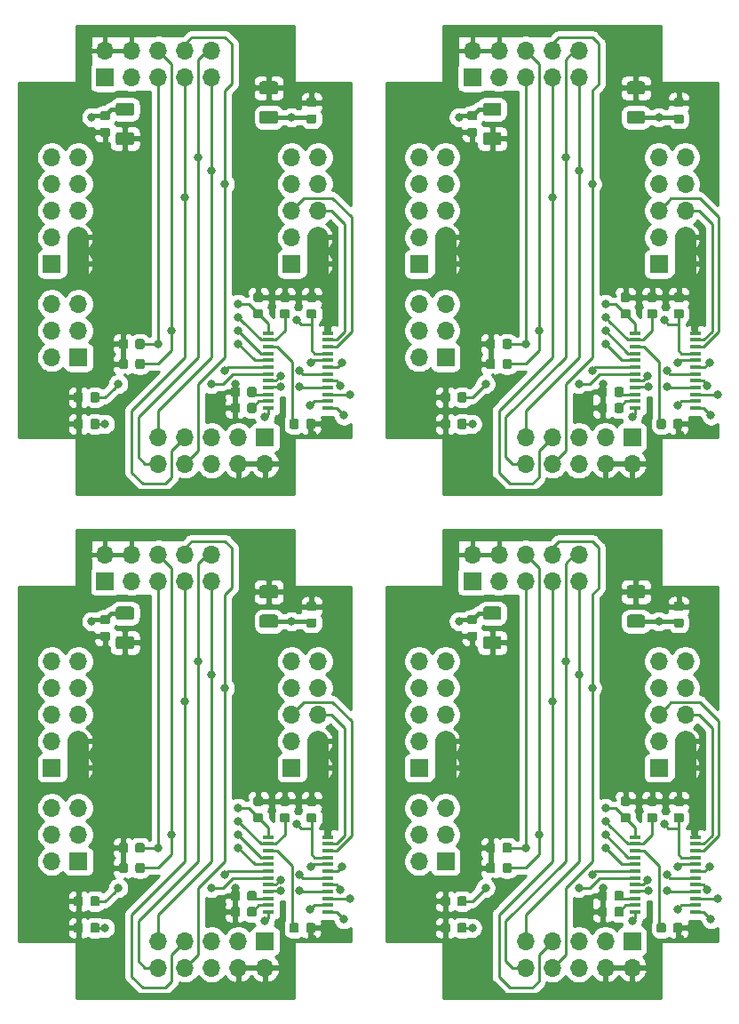
<source format=gtl>
%TF.GenerationSoftware,KiCad,Pcbnew,(5.1.5)-3*%
%TF.CreationDate,2020-07-19T12:12:02+02:00*%
%TF.ProjectId,REM-MH_4,52454d2d-4d48-45f3-942e-6b696361645f,V1.0*%
%TF.SameCoordinates,Original*%
%TF.FileFunction,Copper,L1,Top*%
%TF.FilePolarity,Positive*%
%FSLAX46Y46*%
G04 Gerber Fmt 4.6, Leading zero omitted, Abs format (unit mm)*
G04 Created by KiCad (PCBNEW (5.1.5)-3) date 2020-07-19 12:12:02*
%MOMM*%
%LPD*%
G04 APERTURE LIST*
%ADD10C,0.100000*%
%ADD11O,1.700000X1.700000*%
%ADD12R,1.700000X1.700000*%
%ADD13R,1.100000X0.400000*%
%ADD14C,0.800000*%
%ADD15C,0.400000*%
%ADD16C,0.250000*%
%ADD17C,2.000000*%
%ADD18C,0.254000*%
G04 APERTURE END LIST*
%TA.AperFunction,SMDPad,CuDef*%
D10*
G36*
X121312691Y-129683553D02*
G01*
X121333926Y-129686703D01*
X121354750Y-129691919D01*
X121374962Y-129699151D01*
X121394368Y-129708330D01*
X121412781Y-129719366D01*
X121430024Y-129732154D01*
X121445930Y-129746570D01*
X121460346Y-129762476D01*
X121473134Y-129779719D01*
X121484170Y-129798132D01*
X121493349Y-129817538D01*
X121500581Y-129837750D01*
X121505797Y-129858574D01*
X121508947Y-129879809D01*
X121510000Y-129901250D01*
X121510000Y-130338750D01*
X121508947Y-130360191D01*
X121505797Y-130381426D01*
X121500581Y-130402250D01*
X121493349Y-130422462D01*
X121484170Y-130441868D01*
X121473134Y-130460281D01*
X121460346Y-130477524D01*
X121445930Y-130493430D01*
X121430024Y-130507846D01*
X121412781Y-130520634D01*
X121394368Y-130531670D01*
X121374962Y-130540849D01*
X121354750Y-130548081D01*
X121333926Y-130553297D01*
X121312691Y-130556447D01*
X121291250Y-130557500D01*
X120778750Y-130557500D01*
X120757309Y-130556447D01*
X120736074Y-130553297D01*
X120715250Y-130548081D01*
X120695038Y-130540849D01*
X120675632Y-130531670D01*
X120657219Y-130520634D01*
X120639976Y-130507846D01*
X120624070Y-130493430D01*
X120609654Y-130477524D01*
X120596866Y-130460281D01*
X120585830Y-130441868D01*
X120576651Y-130422462D01*
X120569419Y-130402250D01*
X120564203Y-130381426D01*
X120561053Y-130360191D01*
X120560000Y-130338750D01*
X120560000Y-129901250D01*
X120561053Y-129879809D01*
X120564203Y-129858574D01*
X120569419Y-129837750D01*
X120576651Y-129817538D01*
X120585830Y-129798132D01*
X120596866Y-129779719D01*
X120609654Y-129762476D01*
X120624070Y-129746570D01*
X120639976Y-129732154D01*
X120657219Y-129719366D01*
X120675632Y-129708330D01*
X120695038Y-129699151D01*
X120715250Y-129691919D01*
X120736074Y-129686703D01*
X120757309Y-129683553D01*
X120778750Y-129682500D01*
X121291250Y-129682500D01*
X121312691Y-129683553D01*
G37*
%TD.AperFunction*%
%TA.AperFunction,SMDPad,CuDef*%
G36*
X121312691Y-128108553D02*
G01*
X121333926Y-128111703D01*
X121354750Y-128116919D01*
X121374962Y-128124151D01*
X121394368Y-128133330D01*
X121412781Y-128144366D01*
X121430024Y-128157154D01*
X121445930Y-128171570D01*
X121460346Y-128187476D01*
X121473134Y-128204719D01*
X121484170Y-128223132D01*
X121493349Y-128242538D01*
X121500581Y-128262750D01*
X121505797Y-128283574D01*
X121508947Y-128304809D01*
X121510000Y-128326250D01*
X121510000Y-128763750D01*
X121508947Y-128785191D01*
X121505797Y-128806426D01*
X121500581Y-128827250D01*
X121493349Y-128847462D01*
X121484170Y-128866868D01*
X121473134Y-128885281D01*
X121460346Y-128902524D01*
X121445930Y-128918430D01*
X121430024Y-128932846D01*
X121412781Y-128945634D01*
X121394368Y-128956670D01*
X121374962Y-128965849D01*
X121354750Y-128973081D01*
X121333926Y-128978297D01*
X121312691Y-128981447D01*
X121291250Y-128982500D01*
X120778750Y-128982500D01*
X120757309Y-128981447D01*
X120736074Y-128978297D01*
X120715250Y-128973081D01*
X120695038Y-128965849D01*
X120675632Y-128956670D01*
X120657219Y-128945634D01*
X120639976Y-128932846D01*
X120624070Y-128918430D01*
X120609654Y-128902524D01*
X120596866Y-128885281D01*
X120585830Y-128866868D01*
X120576651Y-128847462D01*
X120569419Y-128827250D01*
X120564203Y-128806426D01*
X120561053Y-128785191D01*
X120560000Y-128763750D01*
X120560000Y-128326250D01*
X120561053Y-128304809D01*
X120564203Y-128283574D01*
X120569419Y-128262750D01*
X120576651Y-128242538D01*
X120585830Y-128223132D01*
X120596866Y-128204719D01*
X120609654Y-128187476D01*
X120624070Y-128171570D01*
X120639976Y-128157154D01*
X120657219Y-128144366D01*
X120675632Y-128133330D01*
X120695038Y-128124151D01*
X120715250Y-128116919D01*
X120736074Y-128111703D01*
X120757309Y-128108553D01*
X120778750Y-128107500D01*
X121291250Y-128107500D01*
X121312691Y-128108553D01*
G37*
%TD.AperFunction*%
D11*
X114050000Y-105050000D03*
X114050000Y-107590000D03*
X111510000Y-105050000D03*
X111510000Y-107590000D03*
X108970000Y-105050000D03*
X108970000Y-107590000D03*
X106430000Y-105050000D03*
X106430000Y-107590000D03*
X103890000Y-105050000D03*
D12*
X103890000Y-107590000D03*
D11*
X108970000Y-144420000D03*
X108970000Y-141880000D03*
X111510000Y-144420000D03*
X111510000Y-141880000D03*
X114050000Y-144420000D03*
X114050000Y-141880000D03*
X116590000Y-144420000D03*
X116590000Y-141880000D03*
X119130000Y-144420000D03*
D12*
X119130000Y-141880000D03*
%TA.AperFunction,SMDPad,CuDef*%
D10*
G36*
X118125691Y-138612053D02*
G01*
X118146926Y-138615203D01*
X118167750Y-138620419D01*
X118187962Y-138627651D01*
X118207368Y-138636830D01*
X118225781Y-138647866D01*
X118243024Y-138660654D01*
X118258930Y-138675070D01*
X118273346Y-138690976D01*
X118286134Y-138708219D01*
X118297170Y-138726632D01*
X118306349Y-138746038D01*
X118313581Y-138766250D01*
X118318797Y-138787074D01*
X118321947Y-138808309D01*
X118323000Y-138829750D01*
X118323000Y-139342250D01*
X118321947Y-139363691D01*
X118318797Y-139384926D01*
X118313581Y-139405750D01*
X118306349Y-139425962D01*
X118297170Y-139445368D01*
X118286134Y-139463781D01*
X118273346Y-139481024D01*
X118258930Y-139496930D01*
X118243024Y-139511346D01*
X118225781Y-139524134D01*
X118207368Y-139535170D01*
X118187962Y-139544349D01*
X118167750Y-139551581D01*
X118146926Y-139556797D01*
X118125691Y-139559947D01*
X118104250Y-139561000D01*
X117666750Y-139561000D01*
X117645309Y-139559947D01*
X117624074Y-139556797D01*
X117603250Y-139551581D01*
X117583038Y-139544349D01*
X117563632Y-139535170D01*
X117545219Y-139524134D01*
X117527976Y-139511346D01*
X117512070Y-139496930D01*
X117497654Y-139481024D01*
X117484866Y-139463781D01*
X117473830Y-139445368D01*
X117464651Y-139425962D01*
X117457419Y-139405750D01*
X117452203Y-139384926D01*
X117449053Y-139363691D01*
X117448000Y-139342250D01*
X117448000Y-138829750D01*
X117449053Y-138808309D01*
X117452203Y-138787074D01*
X117457419Y-138766250D01*
X117464651Y-138746038D01*
X117473830Y-138726632D01*
X117484866Y-138708219D01*
X117497654Y-138690976D01*
X117512070Y-138675070D01*
X117527976Y-138660654D01*
X117545219Y-138647866D01*
X117563632Y-138636830D01*
X117583038Y-138627651D01*
X117603250Y-138620419D01*
X117624074Y-138615203D01*
X117645309Y-138612053D01*
X117666750Y-138611000D01*
X118104250Y-138611000D01*
X118125691Y-138612053D01*
G37*
%TD.AperFunction*%
%TA.AperFunction,SMDPad,CuDef*%
G36*
X116550691Y-138612053D02*
G01*
X116571926Y-138615203D01*
X116592750Y-138620419D01*
X116612962Y-138627651D01*
X116632368Y-138636830D01*
X116650781Y-138647866D01*
X116668024Y-138660654D01*
X116683930Y-138675070D01*
X116698346Y-138690976D01*
X116711134Y-138708219D01*
X116722170Y-138726632D01*
X116731349Y-138746038D01*
X116738581Y-138766250D01*
X116743797Y-138787074D01*
X116746947Y-138808309D01*
X116748000Y-138829750D01*
X116748000Y-139342250D01*
X116746947Y-139363691D01*
X116743797Y-139384926D01*
X116738581Y-139405750D01*
X116731349Y-139425962D01*
X116722170Y-139445368D01*
X116711134Y-139463781D01*
X116698346Y-139481024D01*
X116683930Y-139496930D01*
X116668024Y-139511346D01*
X116650781Y-139524134D01*
X116632368Y-139535170D01*
X116612962Y-139544349D01*
X116592750Y-139551581D01*
X116571926Y-139556797D01*
X116550691Y-139559947D01*
X116529250Y-139561000D01*
X116091750Y-139561000D01*
X116070309Y-139559947D01*
X116049074Y-139556797D01*
X116028250Y-139551581D01*
X116008038Y-139544349D01*
X115988632Y-139535170D01*
X115970219Y-139524134D01*
X115952976Y-139511346D01*
X115937070Y-139496930D01*
X115922654Y-139481024D01*
X115909866Y-139463781D01*
X115898830Y-139445368D01*
X115889651Y-139425962D01*
X115882419Y-139405750D01*
X115877203Y-139384926D01*
X115874053Y-139363691D01*
X115873000Y-139342250D01*
X115873000Y-138829750D01*
X115874053Y-138808309D01*
X115877203Y-138787074D01*
X115882419Y-138766250D01*
X115889651Y-138746038D01*
X115898830Y-138726632D01*
X115909866Y-138708219D01*
X115922654Y-138690976D01*
X115937070Y-138675070D01*
X115952976Y-138660654D01*
X115970219Y-138647866D01*
X115988632Y-138636830D01*
X116008038Y-138627651D01*
X116028250Y-138620419D01*
X116049074Y-138615203D01*
X116070309Y-138612053D01*
X116091750Y-138611000D01*
X116529250Y-138611000D01*
X116550691Y-138612053D01*
G37*
%TD.AperFunction*%
%TA.AperFunction,SMDPad,CuDef*%
G36*
X118125691Y-137088053D02*
G01*
X118146926Y-137091203D01*
X118167750Y-137096419D01*
X118187962Y-137103651D01*
X118207368Y-137112830D01*
X118225781Y-137123866D01*
X118243024Y-137136654D01*
X118258930Y-137151070D01*
X118273346Y-137166976D01*
X118286134Y-137184219D01*
X118297170Y-137202632D01*
X118306349Y-137222038D01*
X118313581Y-137242250D01*
X118318797Y-137263074D01*
X118321947Y-137284309D01*
X118323000Y-137305750D01*
X118323000Y-137818250D01*
X118321947Y-137839691D01*
X118318797Y-137860926D01*
X118313581Y-137881750D01*
X118306349Y-137901962D01*
X118297170Y-137921368D01*
X118286134Y-137939781D01*
X118273346Y-137957024D01*
X118258930Y-137972930D01*
X118243024Y-137987346D01*
X118225781Y-138000134D01*
X118207368Y-138011170D01*
X118187962Y-138020349D01*
X118167750Y-138027581D01*
X118146926Y-138032797D01*
X118125691Y-138035947D01*
X118104250Y-138037000D01*
X117666750Y-138037000D01*
X117645309Y-138035947D01*
X117624074Y-138032797D01*
X117603250Y-138027581D01*
X117583038Y-138020349D01*
X117563632Y-138011170D01*
X117545219Y-138000134D01*
X117527976Y-137987346D01*
X117512070Y-137972930D01*
X117497654Y-137957024D01*
X117484866Y-137939781D01*
X117473830Y-137921368D01*
X117464651Y-137901962D01*
X117457419Y-137881750D01*
X117452203Y-137860926D01*
X117449053Y-137839691D01*
X117448000Y-137818250D01*
X117448000Y-137305750D01*
X117449053Y-137284309D01*
X117452203Y-137263074D01*
X117457419Y-137242250D01*
X117464651Y-137222038D01*
X117473830Y-137202632D01*
X117484866Y-137184219D01*
X117497654Y-137166976D01*
X117512070Y-137151070D01*
X117527976Y-137136654D01*
X117545219Y-137123866D01*
X117563632Y-137112830D01*
X117583038Y-137103651D01*
X117603250Y-137096419D01*
X117624074Y-137091203D01*
X117645309Y-137088053D01*
X117666750Y-137087000D01*
X118104250Y-137087000D01*
X118125691Y-137088053D01*
G37*
%TD.AperFunction*%
%TA.AperFunction,SMDPad,CuDef*%
G36*
X116550691Y-137088053D02*
G01*
X116571926Y-137091203D01*
X116592750Y-137096419D01*
X116612962Y-137103651D01*
X116632368Y-137112830D01*
X116650781Y-137123866D01*
X116668024Y-137136654D01*
X116683930Y-137151070D01*
X116698346Y-137166976D01*
X116711134Y-137184219D01*
X116722170Y-137202632D01*
X116731349Y-137222038D01*
X116738581Y-137242250D01*
X116743797Y-137263074D01*
X116746947Y-137284309D01*
X116748000Y-137305750D01*
X116748000Y-137818250D01*
X116746947Y-137839691D01*
X116743797Y-137860926D01*
X116738581Y-137881750D01*
X116731349Y-137901962D01*
X116722170Y-137921368D01*
X116711134Y-137939781D01*
X116698346Y-137957024D01*
X116683930Y-137972930D01*
X116668024Y-137987346D01*
X116650781Y-138000134D01*
X116632368Y-138011170D01*
X116612962Y-138020349D01*
X116592750Y-138027581D01*
X116571926Y-138032797D01*
X116550691Y-138035947D01*
X116529250Y-138037000D01*
X116091750Y-138037000D01*
X116070309Y-138035947D01*
X116049074Y-138032797D01*
X116028250Y-138027581D01*
X116008038Y-138020349D01*
X115988632Y-138011170D01*
X115970219Y-138000134D01*
X115952976Y-137987346D01*
X115937070Y-137972930D01*
X115922654Y-137957024D01*
X115909866Y-137939781D01*
X115898830Y-137921368D01*
X115889651Y-137901962D01*
X115882419Y-137881750D01*
X115877203Y-137860926D01*
X115874053Y-137839691D01*
X115873000Y-137818250D01*
X115873000Y-137305750D01*
X115874053Y-137284309D01*
X115877203Y-137263074D01*
X115882419Y-137242250D01*
X115889651Y-137222038D01*
X115898830Y-137202632D01*
X115909866Y-137184219D01*
X115922654Y-137166976D01*
X115937070Y-137151070D01*
X115952976Y-137136654D01*
X115970219Y-137123866D01*
X115988632Y-137112830D01*
X116008038Y-137103651D01*
X116028250Y-137096419D01*
X116049074Y-137091203D01*
X116070309Y-137088053D01*
X116091750Y-137087000D01*
X116529250Y-137087000D01*
X116550691Y-137088053D01*
G37*
%TD.AperFunction*%
%TA.AperFunction,SMDPad,CuDef*%
G36*
X107457691Y-132516053D02*
G01*
X107478926Y-132519203D01*
X107499750Y-132524419D01*
X107519962Y-132531651D01*
X107539368Y-132540830D01*
X107557781Y-132551866D01*
X107575024Y-132564654D01*
X107590930Y-132579070D01*
X107605346Y-132594976D01*
X107618134Y-132612219D01*
X107629170Y-132630632D01*
X107638349Y-132650038D01*
X107645581Y-132670250D01*
X107650797Y-132691074D01*
X107653947Y-132712309D01*
X107655000Y-132733750D01*
X107655000Y-133246250D01*
X107653947Y-133267691D01*
X107650797Y-133288926D01*
X107645581Y-133309750D01*
X107638349Y-133329962D01*
X107629170Y-133349368D01*
X107618134Y-133367781D01*
X107605346Y-133385024D01*
X107590930Y-133400930D01*
X107575024Y-133415346D01*
X107557781Y-133428134D01*
X107539368Y-133439170D01*
X107519962Y-133448349D01*
X107499750Y-133455581D01*
X107478926Y-133460797D01*
X107457691Y-133463947D01*
X107436250Y-133465000D01*
X106998750Y-133465000D01*
X106977309Y-133463947D01*
X106956074Y-133460797D01*
X106935250Y-133455581D01*
X106915038Y-133448349D01*
X106895632Y-133439170D01*
X106877219Y-133428134D01*
X106859976Y-133415346D01*
X106844070Y-133400930D01*
X106829654Y-133385024D01*
X106816866Y-133367781D01*
X106805830Y-133349368D01*
X106796651Y-133329962D01*
X106789419Y-133309750D01*
X106784203Y-133288926D01*
X106781053Y-133267691D01*
X106780000Y-133246250D01*
X106780000Y-132733750D01*
X106781053Y-132712309D01*
X106784203Y-132691074D01*
X106789419Y-132670250D01*
X106796651Y-132650038D01*
X106805830Y-132630632D01*
X106816866Y-132612219D01*
X106829654Y-132594976D01*
X106844070Y-132579070D01*
X106859976Y-132564654D01*
X106877219Y-132551866D01*
X106895632Y-132540830D01*
X106915038Y-132531651D01*
X106935250Y-132524419D01*
X106956074Y-132519203D01*
X106977309Y-132516053D01*
X106998750Y-132515000D01*
X107436250Y-132515000D01*
X107457691Y-132516053D01*
G37*
%TD.AperFunction*%
%TA.AperFunction,SMDPad,CuDef*%
G36*
X105882691Y-132516053D02*
G01*
X105903926Y-132519203D01*
X105924750Y-132524419D01*
X105944962Y-132531651D01*
X105964368Y-132540830D01*
X105982781Y-132551866D01*
X106000024Y-132564654D01*
X106015930Y-132579070D01*
X106030346Y-132594976D01*
X106043134Y-132612219D01*
X106054170Y-132630632D01*
X106063349Y-132650038D01*
X106070581Y-132670250D01*
X106075797Y-132691074D01*
X106078947Y-132712309D01*
X106080000Y-132733750D01*
X106080000Y-133246250D01*
X106078947Y-133267691D01*
X106075797Y-133288926D01*
X106070581Y-133309750D01*
X106063349Y-133329962D01*
X106054170Y-133349368D01*
X106043134Y-133367781D01*
X106030346Y-133385024D01*
X106015930Y-133400930D01*
X106000024Y-133415346D01*
X105982781Y-133428134D01*
X105964368Y-133439170D01*
X105944962Y-133448349D01*
X105924750Y-133455581D01*
X105903926Y-133460797D01*
X105882691Y-133463947D01*
X105861250Y-133465000D01*
X105423750Y-133465000D01*
X105402309Y-133463947D01*
X105381074Y-133460797D01*
X105360250Y-133455581D01*
X105340038Y-133448349D01*
X105320632Y-133439170D01*
X105302219Y-133428134D01*
X105284976Y-133415346D01*
X105269070Y-133400930D01*
X105254654Y-133385024D01*
X105241866Y-133367781D01*
X105230830Y-133349368D01*
X105221651Y-133329962D01*
X105214419Y-133309750D01*
X105209203Y-133288926D01*
X105206053Y-133267691D01*
X105205000Y-133246250D01*
X105205000Y-132733750D01*
X105206053Y-132712309D01*
X105209203Y-132691074D01*
X105214419Y-132670250D01*
X105221651Y-132650038D01*
X105230830Y-132630632D01*
X105241866Y-132612219D01*
X105254654Y-132594976D01*
X105269070Y-132579070D01*
X105284976Y-132564654D01*
X105302219Y-132551866D01*
X105320632Y-132540830D01*
X105340038Y-132531651D01*
X105360250Y-132524419D01*
X105381074Y-132519203D01*
X105402309Y-132516053D01*
X105423750Y-132515000D01*
X105861250Y-132515000D01*
X105882691Y-132516053D01*
G37*
%TD.AperFunction*%
D13*
X125155000Y-131955000D03*
X125155000Y-132605000D03*
X125155000Y-133255000D03*
X125155000Y-133905000D03*
X125155000Y-134555000D03*
X125155000Y-135205000D03*
X125155000Y-135855000D03*
X125155000Y-136505000D03*
X125155000Y-137155000D03*
X125155000Y-137805000D03*
X125155000Y-138455000D03*
X125155000Y-139105000D03*
X119455000Y-139105000D03*
X119455000Y-138455000D03*
X119455000Y-137805000D03*
X119455000Y-137155000D03*
X119455000Y-136505000D03*
X119455000Y-135855000D03*
X119455000Y-135205000D03*
X119455000Y-134555000D03*
X119455000Y-133905000D03*
X119455000Y-133255000D03*
X119455000Y-132605000D03*
X119455000Y-131955000D03*
D11*
X98810000Y-129180000D03*
X101350000Y-129180000D03*
X98810000Y-131720000D03*
X101350000Y-131720000D03*
X98810000Y-134260000D03*
D12*
X101350000Y-134260000D03*
D11*
X124210000Y-115210000D03*
X121670000Y-115210000D03*
X124210000Y-117750000D03*
X121670000Y-117750000D03*
X124210000Y-120290000D03*
X121670000Y-120290000D03*
X124210000Y-122830000D03*
X121670000Y-122830000D03*
X124210000Y-125370000D03*
D12*
X121670000Y-125370000D03*
D11*
X101350000Y-115210000D03*
X98810000Y-115210000D03*
X101350000Y-117750000D03*
X98810000Y-117750000D03*
X101350000Y-120290000D03*
X98810000Y-120290000D03*
X101350000Y-122830000D03*
X98810000Y-122830000D03*
X101350000Y-125370000D03*
D12*
X98810000Y-125370000D03*
%TA.AperFunction,SMDPad,CuDef*%
D10*
G36*
X103165191Y-140136053D02*
G01*
X103186426Y-140139203D01*
X103207250Y-140144419D01*
X103227462Y-140151651D01*
X103246868Y-140160830D01*
X103265281Y-140171866D01*
X103282524Y-140184654D01*
X103298430Y-140199070D01*
X103312846Y-140214976D01*
X103325634Y-140232219D01*
X103336670Y-140250632D01*
X103345849Y-140270038D01*
X103353081Y-140290250D01*
X103358297Y-140311074D01*
X103361447Y-140332309D01*
X103362500Y-140353750D01*
X103362500Y-140866250D01*
X103361447Y-140887691D01*
X103358297Y-140908926D01*
X103353081Y-140929750D01*
X103345849Y-140949962D01*
X103336670Y-140969368D01*
X103325634Y-140987781D01*
X103312846Y-141005024D01*
X103298430Y-141020930D01*
X103282524Y-141035346D01*
X103265281Y-141048134D01*
X103246868Y-141059170D01*
X103227462Y-141068349D01*
X103207250Y-141075581D01*
X103186426Y-141080797D01*
X103165191Y-141083947D01*
X103143750Y-141085000D01*
X102706250Y-141085000D01*
X102684809Y-141083947D01*
X102663574Y-141080797D01*
X102642750Y-141075581D01*
X102622538Y-141068349D01*
X102603132Y-141059170D01*
X102584719Y-141048134D01*
X102567476Y-141035346D01*
X102551570Y-141020930D01*
X102537154Y-141005024D01*
X102524366Y-140987781D01*
X102513330Y-140969368D01*
X102504151Y-140949962D01*
X102496919Y-140929750D01*
X102491703Y-140908926D01*
X102488553Y-140887691D01*
X102487500Y-140866250D01*
X102487500Y-140353750D01*
X102488553Y-140332309D01*
X102491703Y-140311074D01*
X102496919Y-140290250D01*
X102504151Y-140270038D01*
X102513330Y-140250632D01*
X102524366Y-140232219D01*
X102537154Y-140214976D01*
X102551570Y-140199070D01*
X102567476Y-140184654D01*
X102584719Y-140171866D01*
X102603132Y-140160830D01*
X102622538Y-140151651D01*
X102642750Y-140144419D01*
X102663574Y-140139203D01*
X102684809Y-140136053D01*
X102706250Y-140135000D01*
X103143750Y-140135000D01*
X103165191Y-140136053D01*
G37*
%TD.AperFunction*%
%TA.AperFunction,SMDPad,CuDef*%
G36*
X101590191Y-140136053D02*
G01*
X101611426Y-140139203D01*
X101632250Y-140144419D01*
X101652462Y-140151651D01*
X101671868Y-140160830D01*
X101690281Y-140171866D01*
X101707524Y-140184654D01*
X101723430Y-140199070D01*
X101737846Y-140214976D01*
X101750634Y-140232219D01*
X101761670Y-140250632D01*
X101770849Y-140270038D01*
X101778081Y-140290250D01*
X101783297Y-140311074D01*
X101786447Y-140332309D01*
X101787500Y-140353750D01*
X101787500Y-140866250D01*
X101786447Y-140887691D01*
X101783297Y-140908926D01*
X101778081Y-140929750D01*
X101770849Y-140949962D01*
X101761670Y-140969368D01*
X101750634Y-140987781D01*
X101737846Y-141005024D01*
X101723430Y-141020930D01*
X101707524Y-141035346D01*
X101690281Y-141048134D01*
X101671868Y-141059170D01*
X101652462Y-141068349D01*
X101632250Y-141075581D01*
X101611426Y-141080797D01*
X101590191Y-141083947D01*
X101568750Y-141085000D01*
X101131250Y-141085000D01*
X101109809Y-141083947D01*
X101088574Y-141080797D01*
X101067750Y-141075581D01*
X101047538Y-141068349D01*
X101028132Y-141059170D01*
X101009719Y-141048134D01*
X100992476Y-141035346D01*
X100976570Y-141020930D01*
X100962154Y-141005024D01*
X100949366Y-140987781D01*
X100938330Y-140969368D01*
X100929151Y-140949962D01*
X100921919Y-140929750D01*
X100916703Y-140908926D01*
X100913553Y-140887691D01*
X100912500Y-140866250D01*
X100912500Y-140353750D01*
X100913553Y-140332309D01*
X100916703Y-140311074D01*
X100921919Y-140290250D01*
X100929151Y-140270038D01*
X100938330Y-140250632D01*
X100949366Y-140232219D01*
X100962154Y-140214976D01*
X100976570Y-140199070D01*
X100992476Y-140184654D01*
X101009719Y-140171866D01*
X101028132Y-140160830D01*
X101047538Y-140151651D01*
X101067750Y-140144419D01*
X101088574Y-140139203D01*
X101109809Y-140136053D01*
X101131250Y-140135000D01*
X101568750Y-140135000D01*
X101590191Y-140136053D01*
G37*
%TD.AperFunction*%
%TA.AperFunction,SMDPad,CuDef*%
G36*
X107457691Y-134421053D02*
G01*
X107478926Y-134424203D01*
X107499750Y-134429419D01*
X107519962Y-134436651D01*
X107539368Y-134445830D01*
X107557781Y-134456866D01*
X107575024Y-134469654D01*
X107590930Y-134484070D01*
X107605346Y-134499976D01*
X107618134Y-134517219D01*
X107629170Y-134535632D01*
X107638349Y-134555038D01*
X107645581Y-134575250D01*
X107650797Y-134596074D01*
X107653947Y-134617309D01*
X107655000Y-134638750D01*
X107655000Y-135151250D01*
X107653947Y-135172691D01*
X107650797Y-135193926D01*
X107645581Y-135214750D01*
X107638349Y-135234962D01*
X107629170Y-135254368D01*
X107618134Y-135272781D01*
X107605346Y-135290024D01*
X107590930Y-135305930D01*
X107575024Y-135320346D01*
X107557781Y-135333134D01*
X107539368Y-135344170D01*
X107519962Y-135353349D01*
X107499750Y-135360581D01*
X107478926Y-135365797D01*
X107457691Y-135368947D01*
X107436250Y-135370000D01*
X106998750Y-135370000D01*
X106977309Y-135368947D01*
X106956074Y-135365797D01*
X106935250Y-135360581D01*
X106915038Y-135353349D01*
X106895632Y-135344170D01*
X106877219Y-135333134D01*
X106859976Y-135320346D01*
X106844070Y-135305930D01*
X106829654Y-135290024D01*
X106816866Y-135272781D01*
X106805830Y-135254368D01*
X106796651Y-135234962D01*
X106789419Y-135214750D01*
X106784203Y-135193926D01*
X106781053Y-135172691D01*
X106780000Y-135151250D01*
X106780000Y-134638750D01*
X106781053Y-134617309D01*
X106784203Y-134596074D01*
X106789419Y-134575250D01*
X106796651Y-134555038D01*
X106805830Y-134535632D01*
X106816866Y-134517219D01*
X106829654Y-134499976D01*
X106844070Y-134484070D01*
X106859976Y-134469654D01*
X106877219Y-134456866D01*
X106895632Y-134445830D01*
X106915038Y-134436651D01*
X106935250Y-134429419D01*
X106956074Y-134424203D01*
X106977309Y-134421053D01*
X106998750Y-134420000D01*
X107436250Y-134420000D01*
X107457691Y-134421053D01*
G37*
%TD.AperFunction*%
%TA.AperFunction,SMDPad,CuDef*%
G36*
X105882691Y-134421053D02*
G01*
X105903926Y-134424203D01*
X105924750Y-134429419D01*
X105944962Y-134436651D01*
X105964368Y-134445830D01*
X105982781Y-134456866D01*
X106000024Y-134469654D01*
X106015930Y-134484070D01*
X106030346Y-134499976D01*
X106043134Y-134517219D01*
X106054170Y-134535632D01*
X106063349Y-134555038D01*
X106070581Y-134575250D01*
X106075797Y-134596074D01*
X106078947Y-134617309D01*
X106080000Y-134638750D01*
X106080000Y-135151250D01*
X106078947Y-135172691D01*
X106075797Y-135193926D01*
X106070581Y-135214750D01*
X106063349Y-135234962D01*
X106054170Y-135254368D01*
X106043134Y-135272781D01*
X106030346Y-135290024D01*
X106015930Y-135305930D01*
X106000024Y-135320346D01*
X105982781Y-135333134D01*
X105964368Y-135344170D01*
X105944962Y-135353349D01*
X105924750Y-135360581D01*
X105903926Y-135365797D01*
X105882691Y-135368947D01*
X105861250Y-135370000D01*
X105423750Y-135370000D01*
X105402309Y-135368947D01*
X105381074Y-135365797D01*
X105360250Y-135360581D01*
X105340038Y-135353349D01*
X105320632Y-135344170D01*
X105302219Y-135333134D01*
X105284976Y-135320346D01*
X105269070Y-135305930D01*
X105254654Y-135290024D01*
X105241866Y-135272781D01*
X105230830Y-135254368D01*
X105221651Y-135234962D01*
X105214419Y-135214750D01*
X105209203Y-135193926D01*
X105206053Y-135172691D01*
X105205000Y-135151250D01*
X105205000Y-134638750D01*
X105206053Y-134617309D01*
X105209203Y-134596074D01*
X105214419Y-134575250D01*
X105221651Y-134555038D01*
X105230830Y-134535632D01*
X105241866Y-134517219D01*
X105254654Y-134499976D01*
X105269070Y-134484070D01*
X105284976Y-134469654D01*
X105302219Y-134456866D01*
X105320632Y-134445830D01*
X105340038Y-134436651D01*
X105360250Y-134429419D01*
X105381074Y-134424203D01*
X105402309Y-134421053D01*
X105423750Y-134420000D01*
X105861250Y-134420000D01*
X105882691Y-134421053D01*
G37*
%TD.AperFunction*%
%TA.AperFunction,SMDPad,CuDef*%
G36*
X118772691Y-129683553D02*
G01*
X118793926Y-129686703D01*
X118814750Y-129691919D01*
X118834962Y-129699151D01*
X118854368Y-129708330D01*
X118872781Y-129719366D01*
X118890024Y-129732154D01*
X118905930Y-129746570D01*
X118920346Y-129762476D01*
X118933134Y-129779719D01*
X118944170Y-129798132D01*
X118953349Y-129817538D01*
X118960581Y-129837750D01*
X118965797Y-129858574D01*
X118968947Y-129879809D01*
X118970000Y-129901250D01*
X118970000Y-130338750D01*
X118968947Y-130360191D01*
X118965797Y-130381426D01*
X118960581Y-130402250D01*
X118953349Y-130422462D01*
X118944170Y-130441868D01*
X118933134Y-130460281D01*
X118920346Y-130477524D01*
X118905930Y-130493430D01*
X118890024Y-130507846D01*
X118872781Y-130520634D01*
X118854368Y-130531670D01*
X118834962Y-130540849D01*
X118814750Y-130548081D01*
X118793926Y-130553297D01*
X118772691Y-130556447D01*
X118751250Y-130557500D01*
X118238750Y-130557500D01*
X118217309Y-130556447D01*
X118196074Y-130553297D01*
X118175250Y-130548081D01*
X118155038Y-130540849D01*
X118135632Y-130531670D01*
X118117219Y-130520634D01*
X118099976Y-130507846D01*
X118084070Y-130493430D01*
X118069654Y-130477524D01*
X118056866Y-130460281D01*
X118045830Y-130441868D01*
X118036651Y-130422462D01*
X118029419Y-130402250D01*
X118024203Y-130381426D01*
X118021053Y-130360191D01*
X118020000Y-130338750D01*
X118020000Y-129901250D01*
X118021053Y-129879809D01*
X118024203Y-129858574D01*
X118029419Y-129837750D01*
X118036651Y-129817538D01*
X118045830Y-129798132D01*
X118056866Y-129779719D01*
X118069654Y-129762476D01*
X118084070Y-129746570D01*
X118099976Y-129732154D01*
X118117219Y-129719366D01*
X118135632Y-129708330D01*
X118155038Y-129699151D01*
X118175250Y-129691919D01*
X118196074Y-129686703D01*
X118217309Y-129683553D01*
X118238750Y-129682500D01*
X118751250Y-129682500D01*
X118772691Y-129683553D01*
G37*
%TD.AperFunction*%
%TA.AperFunction,SMDPad,CuDef*%
G36*
X118772691Y-128108553D02*
G01*
X118793926Y-128111703D01*
X118814750Y-128116919D01*
X118834962Y-128124151D01*
X118854368Y-128133330D01*
X118872781Y-128144366D01*
X118890024Y-128157154D01*
X118905930Y-128171570D01*
X118920346Y-128187476D01*
X118933134Y-128204719D01*
X118944170Y-128223132D01*
X118953349Y-128242538D01*
X118960581Y-128262750D01*
X118965797Y-128283574D01*
X118968947Y-128304809D01*
X118970000Y-128326250D01*
X118970000Y-128763750D01*
X118968947Y-128785191D01*
X118965797Y-128806426D01*
X118960581Y-128827250D01*
X118953349Y-128847462D01*
X118944170Y-128866868D01*
X118933134Y-128885281D01*
X118920346Y-128902524D01*
X118905930Y-128918430D01*
X118890024Y-128932846D01*
X118872781Y-128945634D01*
X118854368Y-128956670D01*
X118834962Y-128965849D01*
X118814750Y-128973081D01*
X118793926Y-128978297D01*
X118772691Y-128981447D01*
X118751250Y-128982500D01*
X118238750Y-128982500D01*
X118217309Y-128981447D01*
X118196074Y-128978297D01*
X118175250Y-128973081D01*
X118155038Y-128965849D01*
X118135632Y-128956670D01*
X118117219Y-128945634D01*
X118099976Y-128932846D01*
X118084070Y-128918430D01*
X118069654Y-128902524D01*
X118056866Y-128885281D01*
X118045830Y-128866868D01*
X118036651Y-128847462D01*
X118029419Y-128827250D01*
X118024203Y-128806426D01*
X118021053Y-128785191D01*
X118020000Y-128763750D01*
X118020000Y-128326250D01*
X118021053Y-128304809D01*
X118024203Y-128283574D01*
X118029419Y-128262750D01*
X118036651Y-128242538D01*
X118045830Y-128223132D01*
X118056866Y-128204719D01*
X118069654Y-128187476D01*
X118084070Y-128171570D01*
X118099976Y-128157154D01*
X118117219Y-128144366D01*
X118135632Y-128133330D01*
X118155038Y-128124151D01*
X118175250Y-128116919D01*
X118196074Y-128111703D01*
X118217309Y-128108553D01*
X118238750Y-128107500D01*
X118751250Y-128107500D01*
X118772691Y-128108553D01*
G37*
%TD.AperFunction*%
%TA.AperFunction,SMDPad,CuDef*%
G36*
X104167691Y-110811053D02*
G01*
X104188926Y-110814203D01*
X104209750Y-110819419D01*
X104229962Y-110826651D01*
X104249368Y-110835830D01*
X104267781Y-110846866D01*
X104285024Y-110859654D01*
X104300930Y-110874070D01*
X104315346Y-110889976D01*
X104328134Y-110907219D01*
X104339170Y-110925632D01*
X104348349Y-110945038D01*
X104355581Y-110965250D01*
X104360797Y-110986074D01*
X104363947Y-111007309D01*
X104365000Y-111028750D01*
X104365000Y-111466250D01*
X104363947Y-111487691D01*
X104360797Y-111508926D01*
X104355581Y-111529750D01*
X104348349Y-111549962D01*
X104339170Y-111569368D01*
X104328134Y-111587781D01*
X104315346Y-111605024D01*
X104300930Y-111620930D01*
X104285024Y-111635346D01*
X104267781Y-111648134D01*
X104249368Y-111659170D01*
X104229962Y-111668349D01*
X104209750Y-111675581D01*
X104188926Y-111680797D01*
X104167691Y-111683947D01*
X104146250Y-111685000D01*
X103633750Y-111685000D01*
X103612309Y-111683947D01*
X103591074Y-111680797D01*
X103570250Y-111675581D01*
X103550038Y-111668349D01*
X103530632Y-111659170D01*
X103512219Y-111648134D01*
X103494976Y-111635346D01*
X103479070Y-111620930D01*
X103464654Y-111605024D01*
X103451866Y-111587781D01*
X103440830Y-111569368D01*
X103431651Y-111549962D01*
X103424419Y-111529750D01*
X103419203Y-111508926D01*
X103416053Y-111487691D01*
X103415000Y-111466250D01*
X103415000Y-111028750D01*
X103416053Y-111007309D01*
X103419203Y-110986074D01*
X103424419Y-110965250D01*
X103431651Y-110945038D01*
X103440830Y-110925632D01*
X103451866Y-110907219D01*
X103464654Y-110889976D01*
X103479070Y-110874070D01*
X103494976Y-110859654D01*
X103512219Y-110846866D01*
X103530632Y-110835830D01*
X103550038Y-110826651D01*
X103570250Y-110819419D01*
X103591074Y-110814203D01*
X103612309Y-110811053D01*
X103633750Y-110810000D01*
X104146250Y-110810000D01*
X104167691Y-110811053D01*
G37*
%TD.AperFunction*%
%TA.AperFunction,SMDPad,CuDef*%
G36*
X104167691Y-112386053D02*
G01*
X104188926Y-112389203D01*
X104209750Y-112394419D01*
X104229962Y-112401651D01*
X104249368Y-112410830D01*
X104267781Y-112421866D01*
X104285024Y-112434654D01*
X104300930Y-112449070D01*
X104315346Y-112464976D01*
X104328134Y-112482219D01*
X104339170Y-112500632D01*
X104348349Y-112520038D01*
X104355581Y-112540250D01*
X104360797Y-112561074D01*
X104363947Y-112582309D01*
X104365000Y-112603750D01*
X104365000Y-113041250D01*
X104363947Y-113062691D01*
X104360797Y-113083926D01*
X104355581Y-113104750D01*
X104348349Y-113124962D01*
X104339170Y-113144368D01*
X104328134Y-113162781D01*
X104315346Y-113180024D01*
X104300930Y-113195930D01*
X104285024Y-113210346D01*
X104267781Y-113223134D01*
X104249368Y-113234170D01*
X104229962Y-113243349D01*
X104209750Y-113250581D01*
X104188926Y-113255797D01*
X104167691Y-113258947D01*
X104146250Y-113260000D01*
X103633750Y-113260000D01*
X103612309Y-113258947D01*
X103591074Y-113255797D01*
X103570250Y-113250581D01*
X103550038Y-113243349D01*
X103530632Y-113234170D01*
X103512219Y-113223134D01*
X103494976Y-113210346D01*
X103479070Y-113195930D01*
X103464654Y-113180024D01*
X103451866Y-113162781D01*
X103440830Y-113144368D01*
X103431651Y-113124962D01*
X103424419Y-113104750D01*
X103419203Y-113083926D01*
X103416053Y-113062691D01*
X103415000Y-113041250D01*
X103415000Y-112603750D01*
X103416053Y-112582309D01*
X103419203Y-112561074D01*
X103424419Y-112540250D01*
X103431651Y-112520038D01*
X103440830Y-112500632D01*
X103451866Y-112482219D01*
X103464654Y-112464976D01*
X103479070Y-112449070D01*
X103494976Y-112434654D01*
X103512219Y-112421866D01*
X103530632Y-112410830D01*
X103550038Y-112401651D01*
X103570250Y-112394419D01*
X103591074Y-112389203D01*
X103612309Y-112386053D01*
X103633750Y-112385000D01*
X104146250Y-112385000D01*
X104167691Y-112386053D01*
G37*
%TD.AperFunction*%
%TA.AperFunction,SMDPad,CuDef*%
G36*
X103165191Y-137596053D02*
G01*
X103186426Y-137599203D01*
X103207250Y-137604419D01*
X103227462Y-137611651D01*
X103246868Y-137620830D01*
X103265281Y-137631866D01*
X103282524Y-137644654D01*
X103298430Y-137659070D01*
X103312846Y-137674976D01*
X103325634Y-137692219D01*
X103336670Y-137710632D01*
X103345849Y-137730038D01*
X103353081Y-137750250D01*
X103358297Y-137771074D01*
X103361447Y-137792309D01*
X103362500Y-137813750D01*
X103362500Y-138326250D01*
X103361447Y-138347691D01*
X103358297Y-138368926D01*
X103353081Y-138389750D01*
X103345849Y-138409962D01*
X103336670Y-138429368D01*
X103325634Y-138447781D01*
X103312846Y-138465024D01*
X103298430Y-138480930D01*
X103282524Y-138495346D01*
X103265281Y-138508134D01*
X103246868Y-138519170D01*
X103227462Y-138528349D01*
X103207250Y-138535581D01*
X103186426Y-138540797D01*
X103165191Y-138543947D01*
X103143750Y-138545000D01*
X102706250Y-138545000D01*
X102684809Y-138543947D01*
X102663574Y-138540797D01*
X102642750Y-138535581D01*
X102622538Y-138528349D01*
X102603132Y-138519170D01*
X102584719Y-138508134D01*
X102567476Y-138495346D01*
X102551570Y-138480930D01*
X102537154Y-138465024D01*
X102524366Y-138447781D01*
X102513330Y-138429368D01*
X102504151Y-138409962D01*
X102496919Y-138389750D01*
X102491703Y-138368926D01*
X102488553Y-138347691D01*
X102487500Y-138326250D01*
X102487500Y-137813750D01*
X102488553Y-137792309D01*
X102491703Y-137771074D01*
X102496919Y-137750250D01*
X102504151Y-137730038D01*
X102513330Y-137710632D01*
X102524366Y-137692219D01*
X102537154Y-137674976D01*
X102551570Y-137659070D01*
X102567476Y-137644654D01*
X102584719Y-137631866D01*
X102603132Y-137620830D01*
X102622538Y-137611651D01*
X102642750Y-137604419D01*
X102663574Y-137599203D01*
X102684809Y-137596053D01*
X102706250Y-137595000D01*
X103143750Y-137595000D01*
X103165191Y-137596053D01*
G37*
%TD.AperFunction*%
%TA.AperFunction,SMDPad,CuDef*%
G36*
X101590191Y-137596053D02*
G01*
X101611426Y-137599203D01*
X101632250Y-137604419D01*
X101652462Y-137611651D01*
X101671868Y-137620830D01*
X101690281Y-137631866D01*
X101707524Y-137644654D01*
X101723430Y-137659070D01*
X101737846Y-137674976D01*
X101750634Y-137692219D01*
X101761670Y-137710632D01*
X101770849Y-137730038D01*
X101778081Y-137750250D01*
X101783297Y-137771074D01*
X101786447Y-137792309D01*
X101787500Y-137813750D01*
X101787500Y-138326250D01*
X101786447Y-138347691D01*
X101783297Y-138368926D01*
X101778081Y-138389750D01*
X101770849Y-138409962D01*
X101761670Y-138429368D01*
X101750634Y-138447781D01*
X101737846Y-138465024D01*
X101723430Y-138480930D01*
X101707524Y-138495346D01*
X101690281Y-138508134D01*
X101671868Y-138519170D01*
X101652462Y-138528349D01*
X101632250Y-138535581D01*
X101611426Y-138540797D01*
X101590191Y-138543947D01*
X101568750Y-138545000D01*
X101131250Y-138545000D01*
X101109809Y-138543947D01*
X101088574Y-138540797D01*
X101067750Y-138535581D01*
X101047538Y-138528349D01*
X101028132Y-138519170D01*
X101009719Y-138508134D01*
X100992476Y-138495346D01*
X100976570Y-138480930D01*
X100962154Y-138465024D01*
X100949366Y-138447781D01*
X100938330Y-138429368D01*
X100929151Y-138409962D01*
X100921919Y-138389750D01*
X100916703Y-138368926D01*
X100913553Y-138347691D01*
X100912500Y-138326250D01*
X100912500Y-137813750D01*
X100913553Y-137792309D01*
X100916703Y-137771074D01*
X100921919Y-137750250D01*
X100929151Y-137730038D01*
X100938330Y-137710632D01*
X100949366Y-137692219D01*
X100962154Y-137674976D01*
X100976570Y-137659070D01*
X100992476Y-137644654D01*
X101009719Y-137631866D01*
X101028132Y-137620830D01*
X101047538Y-137611651D01*
X101067750Y-137604419D01*
X101088574Y-137599203D01*
X101109809Y-137596053D01*
X101131250Y-137595000D01*
X101568750Y-137595000D01*
X101590191Y-137596053D01*
G37*
%TD.AperFunction*%
%TA.AperFunction,SMDPad,CuDef*%
G36*
X122164191Y-140136053D02*
G01*
X122185426Y-140139203D01*
X122206250Y-140144419D01*
X122226462Y-140151651D01*
X122245868Y-140160830D01*
X122264281Y-140171866D01*
X122281524Y-140184654D01*
X122297430Y-140199070D01*
X122311846Y-140214976D01*
X122324634Y-140232219D01*
X122335670Y-140250632D01*
X122344849Y-140270038D01*
X122352081Y-140290250D01*
X122357297Y-140311074D01*
X122360447Y-140332309D01*
X122361500Y-140353750D01*
X122361500Y-140866250D01*
X122360447Y-140887691D01*
X122357297Y-140908926D01*
X122352081Y-140929750D01*
X122344849Y-140949962D01*
X122335670Y-140969368D01*
X122324634Y-140987781D01*
X122311846Y-141005024D01*
X122297430Y-141020930D01*
X122281524Y-141035346D01*
X122264281Y-141048134D01*
X122245868Y-141059170D01*
X122226462Y-141068349D01*
X122206250Y-141075581D01*
X122185426Y-141080797D01*
X122164191Y-141083947D01*
X122142750Y-141085000D01*
X121705250Y-141085000D01*
X121683809Y-141083947D01*
X121662574Y-141080797D01*
X121641750Y-141075581D01*
X121621538Y-141068349D01*
X121602132Y-141059170D01*
X121583719Y-141048134D01*
X121566476Y-141035346D01*
X121550570Y-141020930D01*
X121536154Y-141005024D01*
X121523366Y-140987781D01*
X121512330Y-140969368D01*
X121503151Y-140949962D01*
X121495919Y-140929750D01*
X121490703Y-140908926D01*
X121487553Y-140887691D01*
X121486500Y-140866250D01*
X121486500Y-140353750D01*
X121487553Y-140332309D01*
X121490703Y-140311074D01*
X121495919Y-140290250D01*
X121503151Y-140270038D01*
X121512330Y-140250632D01*
X121523366Y-140232219D01*
X121536154Y-140214976D01*
X121550570Y-140199070D01*
X121566476Y-140184654D01*
X121583719Y-140171866D01*
X121602132Y-140160830D01*
X121621538Y-140151651D01*
X121641750Y-140144419D01*
X121662574Y-140139203D01*
X121683809Y-140136053D01*
X121705250Y-140135000D01*
X122142750Y-140135000D01*
X122164191Y-140136053D01*
G37*
%TD.AperFunction*%
%TA.AperFunction,SMDPad,CuDef*%
G36*
X123739191Y-140136053D02*
G01*
X123760426Y-140139203D01*
X123781250Y-140144419D01*
X123801462Y-140151651D01*
X123820868Y-140160830D01*
X123839281Y-140171866D01*
X123856524Y-140184654D01*
X123872430Y-140199070D01*
X123886846Y-140214976D01*
X123899634Y-140232219D01*
X123910670Y-140250632D01*
X123919849Y-140270038D01*
X123927081Y-140290250D01*
X123932297Y-140311074D01*
X123935447Y-140332309D01*
X123936500Y-140353750D01*
X123936500Y-140866250D01*
X123935447Y-140887691D01*
X123932297Y-140908926D01*
X123927081Y-140929750D01*
X123919849Y-140949962D01*
X123910670Y-140969368D01*
X123899634Y-140987781D01*
X123886846Y-141005024D01*
X123872430Y-141020930D01*
X123856524Y-141035346D01*
X123839281Y-141048134D01*
X123820868Y-141059170D01*
X123801462Y-141068349D01*
X123781250Y-141075581D01*
X123760426Y-141080797D01*
X123739191Y-141083947D01*
X123717750Y-141085000D01*
X123280250Y-141085000D01*
X123258809Y-141083947D01*
X123237574Y-141080797D01*
X123216750Y-141075581D01*
X123196538Y-141068349D01*
X123177132Y-141059170D01*
X123158719Y-141048134D01*
X123141476Y-141035346D01*
X123125570Y-141020930D01*
X123111154Y-141005024D01*
X123098366Y-140987781D01*
X123087330Y-140969368D01*
X123078151Y-140949962D01*
X123070919Y-140929750D01*
X123065703Y-140908926D01*
X123062553Y-140887691D01*
X123061500Y-140866250D01*
X123061500Y-140353750D01*
X123062553Y-140332309D01*
X123065703Y-140311074D01*
X123070919Y-140290250D01*
X123078151Y-140270038D01*
X123087330Y-140250632D01*
X123098366Y-140232219D01*
X123111154Y-140214976D01*
X123125570Y-140199070D01*
X123141476Y-140184654D01*
X123158719Y-140171866D01*
X123177132Y-140160830D01*
X123196538Y-140151651D01*
X123216750Y-140144419D01*
X123237574Y-140139203D01*
X123258809Y-140136053D01*
X123280250Y-140135000D01*
X123717750Y-140135000D01*
X123739191Y-140136053D01*
G37*
%TD.AperFunction*%
%TA.AperFunction,SMDPad,CuDef*%
G36*
X120149504Y-110776204D02*
G01*
X120173773Y-110779804D01*
X120197571Y-110785765D01*
X120220671Y-110794030D01*
X120242849Y-110804520D01*
X120263893Y-110817133D01*
X120283598Y-110831747D01*
X120301777Y-110848223D01*
X120318253Y-110866402D01*
X120332867Y-110886107D01*
X120345480Y-110907151D01*
X120355970Y-110929329D01*
X120364235Y-110952429D01*
X120370196Y-110976227D01*
X120373796Y-111000496D01*
X120375000Y-111025000D01*
X120375000Y-111775000D01*
X120373796Y-111799504D01*
X120370196Y-111823773D01*
X120364235Y-111847571D01*
X120355970Y-111870671D01*
X120345480Y-111892849D01*
X120332867Y-111913893D01*
X120318253Y-111933598D01*
X120301777Y-111951777D01*
X120283598Y-111968253D01*
X120263893Y-111982867D01*
X120242849Y-111995480D01*
X120220671Y-112005970D01*
X120197571Y-112014235D01*
X120173773Y-112020196D01*
X120149504Y-112023796D01*
X120125000Y-112025000D01*
X118875000Y-112025000D01*
X118850496Y-112023796D01*
X118826227Y-112020196D01*
X118802429Y-112014235D01*
X118779329Y-112005970D01*
X118757151Y-111995480D01*
X118736107Y-111982867D01*
X118716402Y-111968253D01*
X118698223Y-111951777D01*
X118681747Y-111933598D01*
X118667133Y-111913893D01*
X118654520Y-111892849D01*
X118644030Y-111870671D01*
X118635765Y-111847571D01*
X118629804Y-111823773D01*
X118626204Y-111799504D01*
X118625000Y-111775000D01*
X118625000Y-111025000D01*
X118626204Y-111000496D01*
X118629804Y-110976227D01*
X118635765Y-110952429D01*
X118644030Y-110929329D01*
X118654520Y-110907151D01*
X118667133Y-110886107D01*
X118681747Y-110866402D01*
X118698223Y-110848223D01*
X118716402Y-110831747D01*
X118736107Y-110817133D01*
X118757151Y-110804520D01*
X118779329Y-110794030D01*
X118802429Y-110785765D01*
X118826227Y-110779804D01*
X118850496Y-110776204D01*
X118875000Y-110775000D01*
X120125000Y-110775000D01*
X120149504Y-110776204D01*
G37*
%TD.AperFunction*%
%TA.AperFunction,SMDPad,CuDef*%
G36*
X120149504Y-107976204D02*
G01*
X120173773Y-107979804D01*
X120197571Y-107985765D01*
X120220671Y-107994030D01*
X120242849Y-108004520D01*
X120263893Y-108017133D01*
X120283598Y-108031747D01*
X120301777Y-108048223D01*
X120318253Y-108066402D01*
X120332867Y-108086107D01*
X120345480Y-108107151D01*
X120355970Y-108129329D01*
X120364235Y-108152429D01*
X120370196Y-108176227D01*
X120373796Y-108200496D01*
X120375000Y-108225000D01*
X120375000Y-108975000D01*
X120373796Y-108999504D01*
X120370196Y-109023773D01*
X120364235Y-109047571D01*
X120355970Y-109070671D01*
X120345480Y-109092849D01*
X120332867Y-109113893D01*
X120318253Y-109133598D01*
X120301777Y-109151777D01*
X120283598Y-109168253D01*
X120263893Y-109182867D01*
X120242849Y-109195480D01*
X120220671Y-109205970D01*
X120197571Y-109214235D01*
X120173773Y-109220196D01*
X120149504Y-109223796D01*
X120125000Y-109225000D01*
X118875000Y-109225000D01*
X118850496Y-109223796D01*
X118826227Y-109220196D01*
X118802429Y-109214235D01*
X118779329Y-109205970D01*
X118757151Y-109195480D01*
X118736107Y-109182867D01*
X118716402Y-109168253D01*
X118698223Y-109151777D01*
X118681747Y-109133598D01*
X118667133Y-109113893D01*
X118654520Y-109092849D01*
X118644030Y-109070671D01*
X118635765Y-109047571D01*
X118629804Y-109023773D01*
X118626204Y-108999504D01*
X118625000Y-108975000D01*
X118625000Y-108225000D01*
X118626204Y-108200496D01*
X118629804Y-108176227D01*
X118635765Y-108152429D01*
X118644030Y-108129329D01*
X118654520Y-108107151D01*
X118667133Y-108086107D01*
X118681747Y-108066402D01*
X118698223Y-108048223D01*
X118716402Y-108031747D01*
X118736107Y-108017133D01*
X118757151Y-108004520D01*
X118779329Y-107994030D01*
X118802429Y-107985765D01*
X118826227Y-107979804D01*
X118850496Y-107976204D01*
X118875000Y-107975000D01*
X120125000Y-107975000D01*
X120149504Y-107976204D01*
G37*
%TD.AperFunction*%
%TA.AperFunction,SMDPad,CuDef*%
G36*
X106444504Y-110011204D02*
G01*
X106468773Y-110014804D01*
X106492571Y-110020765D01*
X106515671Y-110029030D01*
X106537849Y-110039520D01*
X106558893Y-110052133D01*
X106578598Y-110066747D01*
X106596777Y-110083223D01*
X106613253Y-110101402D01*
X106627867Y-110121107D01*
X106640480Y-110142151D01*
X106650970Y-110164329D01*
X106659235Y-110187429D01*
X106665196Y-110211227D01*
X106668796Y-110235496D01*
X106670000Y-110260000D01*
X106670000Y-111010000D01*
X106668796Y-111034504D01*
X106665196Y-111058773D01*
X106659235Y-111082571D01*
X106650970Y-111105671D01*
X106640480Y-111127849D01*
X106627867Y-111148893D01*
X106613253Y-111168598D01*
X106596777Y-111186777D01*
X106578598Y-111203253D01*
X106558893Y-111217867D01*
X106537849Y-111230480D01*
X106515671Y-111240970D01*
X106492571Y-111249235D01*
X106468773Y-111255196D01*
X106444504Y-111258796D01*
X106420000Y-111260000D01*
X105170000Y-111260000D01*
X105145496Y-111258796D01*
X105121227Y-111255196D01*
X105097429Y-111249235D01*
X105074329Y-111240970D01*
X105052151Y-111230480D01*
X105031107Y-111217867D01*
X105011402Y-111203253D01*
X104993223Y-111186777D01*
X104976747Y-111168598D01*
X104962133Y-111148893D01*
X104949520Y-111127849D01*
X104939030Y-111105671D01*
X104930765Y-111082571D01*
X104924804Y-111058773D01*
X104921204Y-111034504D01*
X104920000Y-111010000D01*
X104920000Y-110260000D01*
X104921204Y-110235496D01*
X104924804Y-110211227D01*
X104930765Y-110187429D01*
X104939030Y-110164329D01*
X104949520Y-110142151D01*
X104962133Y-110121107D01*
X104976747Y-110101402D01*
X104993223Y-110083223D01*
X105011402Y-110066747D01*
X105031107Y-110052133D01*
X105052151Y-110039520D01*
X105074329Y-110029030D01*
X105097429Y-110020765D01*
X105121227Y-110014804D01*
X105145496Y-110011204D01*
X105170000Y-110010000D01*
X106420000Y-110010000D01*
X106444504Y-110011204D01*
G37*
%TD.AperFunction*%
%TA.AperFunction,SMDPad,CuDef*%
G36*
X106444504Y-112811204D02*
G01*
X106468773Y-112814804D01*
X106492571Y-112820765D01*
X106515671Y-112829030D01*
X106537849Y-112839520D01*
X106558893Y-112852133D01*
X106578598Y-112866747D01*
X106596777Y-112883223D01*
X106613253Y-112901402D01*
X106627867Y-112921107D01*
X106640480Y-112942151D01*
X106650970Y-112964329D01*
X106659235Y-112987429D01*
X106665196Y-113011227D01*
X106668796Y-113035496D01*
X106670000Y-113060000D01*
X106670000Y-113810000D01*
X106668796Y-113834504D01*
X106665196Y-113858773D01*
X106659235Y-113882571D01*
X106650970Y-113905671D01*
X106640480Y-113927849D01*
X106627867Y-113948893D01*
X106613253Y-113968598D01*
X106596777Y-113986777D01*
X106578598Y-114003253D01*
X106558893Y-114017867D01*
X106537849Y-114030480D01*
X106515671Y-114040970D01*
X106492571Y-114049235D01*
X106468773Y-114055196D01*
X106444504Y-114058796D01*
X106420000Y-114060000D01*
X105170000Y-114060000D01*
X105145496Y-114058796D01*
X105121227Y-114055196D01*
X105097429Y-114049235D01*
X105074329Y-114040970D01*
X105052151Y-114030480D01*
X105031107Y-114017867D01*
X105011402Y-114003253D01*
X104993223Y-113986777D01*
X104976747Y-113968598D01*
X104962133Y-113948893D01*
X104949520Y-113927849D01*
X104939030Y-113905671D01*
X104930765Y-113882571D01*
X104924804Y-113858773D01*
X104921204Y-113834504D01*
X104920000Y-113810000D01*
X104920000Y-113060000D01*
X104921204Y-113035496D01*
X104924804Y-113011227D01*
X104930765Y-112987429D01*
X104939030Y-112964329D01*
X104949520Y-112942151D01*
X104962133Y-112921107D01*
X104976747Y-112901402D01*
X104993223Y-112883223D01*
X105011402Y-112866747D01*
X105031107Y-112852133D01*
X105052151Y-112839520D01*
X105074329Y-112829030D01*
X105097429Y-112820765D01*
X105121227Y-112814804D01*
X105145496Y-112811204D01*
X105170000Y-112810000D01*
X106420000Y-112810000D01*
X106444504Y-112811204D01*
G37*
%TD.AperFunction*%
%TA.AperFunction,SMDPad,CuDef*%
G36*
X123852691Y-129683553D02*
G01*
X123873926Y-129686703D01*
X123894750Y-129691919D01*
X123914962Y-129699151D01*
X123934368Y-129708330D01*
X123952781Y-129719366D01*
X123970024Y-129732154D01*
X123985930Y-129746570D01*
X124000346Y-129762476D01*
X124013134Y-129779719D01*
X124024170Y-129798132D01*
X124033349Y-129817538D01*
X124040581Y-129837750D01*
X124045797Y-129858574D01*
X124048947Y-129879809D01*
X124050000Y-129901250D01*
X124050000Y-130338750D01*
X124048947Y-130360191D01*
X124045797Y-130381426D01*
X124040581Y-130402250D01*
X124033349Y-130422462D01*
X124024170Y-130441868D01*
X124013134Y-130460281D01*
X124000346Y-130477524D01*
X123985930Y-130493430D01*
X123970024Y-130507846D01*
X123952781Y-130520634D01*
X123934368Y-130531670D01*
X123914962Y-130540849D01*
X123894750Y-130548081D01*
X123873926Y-130553297D01*
X123852691Y-130556447D01*
X123831250Y-130557500D01*
X123318750Y-130557500D01*
X123297309Y-130556447D01*
X123276074Y-130553297D01*
X123255250Y-130548081D01*
X123235038Y-130540849D01*
X123215632Y-130531670D01*
X123197219Y-130520634D01*
X123179976Y-130507846D01*
X123164070Y-130493430D01*
X123149654Y-130477524D01*
X123136866Y-130460281D01*
X123125830Y-130441868D01*
X123116651Y-130422462D01*
X123109419Y-130402250D01*
X123104203Y-130381426D01*
X123101053Y-130360191D01*
X123100000Y-130338750D01*
X123100000Y-129901250D01*
X123101053Y-129879809D01*
X123104203Y-129858574D01*
X123109419Y-129837750D01*
X123116651Y-129817538D01*
X123125830Y-129798132D01*
X123136866Y-129779719D01*
X123149654Y-129762476D01*
X123164070Y-129746570D01*
X123179976Y-129732154D01*
X123197219Y-129719366D01*
X123215632Y-129708330D01*
X123235038Y-129699151D01*
X123255250Y-129691919D01*
X123276074Y-129686703D01*
X123297309Y-129683553D01*
X123318750Y-129682500D01*
X123831250Y-129682500D01*
X123852691Y-129683553D01*
G37*
%TD.AperFunction*%
%TA.AperFunction,SMDPad,CuDef*%
G36*
X123852691Y-128108553D02*
G01*
X123873926Y-128111703D01*
X123894750Y-128116919D01*
X123914962Y-128124151D01*
X123934368Y-128133330D01*
X123952781Y-128144366D01*
X123970024Y-128157154D01*
X123985930Y-128171570D01*
X124000346Y-128187476D01*
X124013134Y-128204719D01*
X124024170Y-128223132D01*
X124033349Y-128242538D01*
X124040581Y-128262750D01*
X124045797Y-128283574D01*
X124048947Y-128304809D01*
X124050000Y-128326250D01*
X124050000Y-128763750D01*
X124048947Y-128785191D01*
X124045797Y-128806426D01*
X124040581Y-128827250D01*
X124033349Y-128847462D01*
X124024170Y-128866868D01*
X124013134Y-128885281D01*
X124000346Y-128902524D01*
X123985930Y-128918430D01*
X123970024Y-128932846D01*
X123952781Y-128945634D01*
X123934368Y-128956670D01*
X123914962Y-128965849D01*
X123894750Y-128973081D01*
X123873926Y-128978297D01*
X123852691Y-128981447D01*
X123831250Y-128982500D01*
X123318750Y-128982500D01*
X123297309Y-128981447D01*
X123276074Y-128978297D01*
X123255250Y-128973081D01*
X123235038Y-128965849D01*
X123215632Y-128956670D01*
X123197219Y-128945634D01*
X123179976Y-128932846D01*
X123164070Y-128918430D01*
X123149654Y-128902524D01*
X123136866Y-128885281D01*
X123125830Y-128866868D01*
X123116651Y-128847462D01*
X123109419Y-128827250D01*
X123104203Y-128806426D01*
X123101053Y-128785191D01*
X123100000Y-128763750D01*
X123100000Y-128326250D01*
X123101053Y-128304809D01*
X123104203Y-128283574D01*
X123109419Y-128262750D01*
X123116651Y-128242538D01*
X123125830Y-128223132D01*
X123136866Y-128204719D01*
X123149654Y-128187476D01*
X123164070Y-128171570D01*
X123179976Y-128157154D01*
X123197219Y-128144366D01*
X123215632Y-128133330D01*
X123235038Y-128124151D01*
X123255250Y-128116919D01*
X123276074Y-128111703D01*
X123297309Y-128108553D01*
X123318750Y-128107500D01*
X123831250Y-128107500D01*
X123852691Y-128108553D01*
G37*
%TD.AperFunction*%
%TA.AperFunction,SMDPad,CuDef*%
G36*
X123852691Y-111116053D02*
G01*
X123873926Y-111119203D01*
X123894750Y-111124419D01*
X123914962Y-111131651D01*
X123934368Y-111140830D01*
X123952781Y-111151866D01*
X123970024Y-111164654D01*
X123985930Y-111179070D01*
X124000346Y-111194976D01*
X124013134Y-111212219D01*
X124024170Y-111230632D01*
X124033349Y-111250038D01*
X124040581Y-111270250D01*
X124045797Y-111291074D01*
X124048947Y-111312309D01*
X124050000Y-111333750D01*
X124050000Y-111771250D01*
X124048947Y-111792691D01*
X124045797Y-111813926D01*
X124040581Y-111834750D01*
X124033349Y-111854962D01*
X124024170Y-111874368D01*
X124013134Y-111892781D01*
X124000346Y-111910024D01*
X123985930Y-111925930D01*
X123970024Y-111940346D01*
X123952781Y-111953134D01*
X123934368Y-111964170D01*
X123914962Y-111973349D01*
X123894750Y-111980581D01*
X123873926Y-111985797D01*
X123852691Y-111988947D01*
X123831250Y-111990000D01*
X123318750Y-111990000D01*
X123297309Y-111988947D01*
X123276074Y-111985797D01*
X123255250Y-111980581D01*
X123235038Y-111973349D01*
X123215632Y-111964170D01*
X123197219Y-111953134D01*
X123179976Y-111940346D01*
X123164070Y-111925930D01*
X123149654Y-111910024D01*
X123136866Y-111892781D01*
X123125830Y-111874368D01*
X123116651Y-111854962D01*
X123109419Y-111834750D01*
X123104203Y-111813926D01*
X123101053Y-111792691D01*
X123100000Y-111771250D01*
X123100000Y-111333750D01*
X123101053Y-111312309D01*
X123104203Y-111291074D01*
X123109419Y-111270250D01*
X123116651Y-111250038D01*
X123125830Y-111230632D01*
X123136866Y-111212219D01*
X123149654Y-111194976D01*
X123164070Y-111179070D01*
X123179976Y-111164654D01*
X123197219Y-111151866D01*
X123215632Y-111140830D01*
X123235038Y-111131651D01*
X123255250Y-111124419D01*
X123276074Y-111119203D01*
X123297309Y-111116053D01*
X123318750Y-111115000D01*
X123831250Y-111115000D01*
X123852691Y-111116053D01*
G37*
%TD.AperFunction*%
%TA.AperFunction,SMDPad,CuDef*%
G36*
X123852691Y-109541053D02*
G01*
X123873926Y-109544203D01*
X123894750Y-109549419D01*
X123914962Y-109556651D01*
X123934368Y-109565830D01*
X123952781Y-109576866D01*
X123970024Y-109589654D01*
X123985930Y-109604070D01*
X124000346Y-109619976D01*
X124013134Y-109637219D01*
X124024170Y-109655632D01*
X124033349Y-109675038D01*
X124040581Y-109695250D01*
X124045797Y-109716074D01*
X124048947Y-109737309D01*
X124050000Y-109758750D01*
X124050000Y-110196250D01*
X124048947Y-110217691D01*
X124045797Y-110238926D01*
X124040581Y-110259750D01*
X124033349Y-110279962D01*
X124024170Y-110299368D01*
X124013134Y-110317781D01*
X124000346Y-110335024D01*
X123985930Y-110350930D01*
X123970024Y-110365346D01*
X123952781Y-110378134D01*
X123934368Y-110389170D01*
X123914962Y-110398349D01*
X123894750Y-110405581D01*
X123873926Y-110410797D01*
X123852691Y-110413947D01*
X123831250Y-110415000D01*
X123318750Y-110415000D01*
X123297309Y-110413947D01*
X123276074Y-110410797D01*
X123255250Y-110405581D01*
X123235038Y-110398349D01*
X123215632Y-110389170D01*
X123197219Y-110378134D01*
X123179976Y-110365346D01*
X123164070Y-110350930D01*
X123149654Y-110335024D01*
X123136866Y-110317781D01*
X123125830Y-110299368D01*
X123116651Y-110279962D01*
X123109419Y-110259750D01*
X123104203Y-110238926D01*
X123101053Y-110217691D01*
X123100000Y-110196250D01*
X123100000Y-109758750D01*
X123101053Y-109737309D01*
X123104203Y-109716074D01*
X123109419Y-109695250D01*
X123116651Y-109675038D01*
X123125830Y-109655632D01*
X123136866Y-109637219D01*
X123149654Y-109619976D01*
X123164070Y-109604070D01*
X123179976Y-109589654D01*
X123197219Y-109576866D01*
X123215632Y-109565830D01*
X123235038Y-109556651D01*
X123255250Y-109549419D01*
X123276074Y-109544203D01*
X123297309Y-109541053D01*
X123318750Y-109540000D01*
X123831250Y-109540000D01*
X123852691Y-109541053D01*
G37*
%TD.AperFunction*%
%TA.AperFunction,SMDPad,CuDef*%
G36*
X81550691Y-138612053D02*
G01*
X81571926Y-138615203D01*
X81592750Y-138620419D01*
X81612962Y-138627651D01*
X81632368Y-138636830D01*
X81650781Y-138647866D01*
X81668024Y-138660654D01*
X81683930Y-138675070D01*
X81698346Y-138690976D01*
X81711134Y-138708219D01*
X81722170Y-138726632D01*
X81731349Y-138746038D01*
X81738581Y-138766250D01*
X81743797Y-138787074D01*
X81746947Y-138808309D01*
X81748000Y-138829750D01*
X81748000Y-139342250D01*
X81746947Y-139363691D01*
X81743797Y-139384926D01*
X81738581Y-139405750D01*
X81731349Y-139425962D01*
X81722170Y-139445368D01*
X81711134Y-139463781D01*
X81698346Y-139481024D01*
X81683930Y-139496930D01*
X81668024Y-139511346D01*
X81650781Y-139524134D01*
X81632368Y-139535170D01*
X81612962Y-139544349D01*
X81592750Y-139551581D01*
X81571926Y-139556797D01*
X81550691Y-139559947D01*
X81529250Y-139561000D01*
X81091750Y-139561000D01*
X81070309Y-139559947D01*
X81049074Y-139556797D01*
X81028250Y-139551581D01*
X81008038Y-139544349D01*
X80988632Y-139535170D01*
X80970219Y-139524134D01*
X80952976Y-139511346D01*
X80937070Y-139496930D01*
X80922654Y-139481024D01*
X80909866Y-139463781D01*
X80898830Y-139445368D01*
X80889651Y-139425962D01*
X80882419Y-139405750D01*
X80877203Y-139384926D01*
X80874053Y-139363691D01*
X80873000Y-139342250D01*
X80873000Y-138829750D01*
X80874053Y-138808309D01*
X80877203Y-138787074D01*
X80882419Y-138766250D01*
X80889651Y-138746038D01*
X80898830Y-138726632D01*
X80909866Y-138708219D01*
X80922654Y-138690976D01*
X80937070Y-138675070D01*
X80952976Y-138660654D01*
X80970219Y-138647866D01*
X80988632Y-138636830D01*
X81008038Y-138627651D01*
X81028250Y-138620419D01*
X81049074Y-138615203D01*
X81070309Y-138612053D01*
X81091750Y-138611000D01*
X81529250Y-138611000D01*
X81550691Y-138612053D01*
G37*
%TD.AperFunction*%
%TA.AperFunction,SMDPad,CuDef*%
G36*
X83125691Y-138612053D02*
G01*
X83146926Y-138615203D01*
X83167750Y-138620419D01*
X83187962Y-138627651D01*
X83207368Y-138636830D01*
X83225781Y-138647866D01*
X83243024Y-138660654D01*
X83258930Y-138675070D01*
X83273346Y-138690976D01*
X83286134Y-138708219D01*
X83297170Y-138726632D01*
X83306349Y-138746038D01*
X83313581Y-138766250D01*
X83318797Y-138787074D01*
X83321947Y-138808309D01*
X83323000Y-138829750D01*
X83323000Y-139342250D01*
X83321947Y-139363691D01*
X83318797Y-139384926D01*
X83313581Y-139405750D01*
X83306349Y-139425962D01*
X83297170Y-139445368D01*
X83286134Y-139463781D01*
X83273346Y-139481024D01*
X83258930Y-139496930D01*
X83243024Y-139511346D01*
X83225781Y-139524134D01*
X83207368Y-139535170D01*
X83187962Y-139544349D01*
X83167750Y-139551581D01*
X83146926Y-139556797D01*
X83125691Y-139559947D01*
X83104250Y-139561000D01*
X82666750Y-139561000D01*
X82645309Y-139559947D01*
X82624074Y-139556797D01*
X82603250Y-139551581D01*
X82583038Y-139544349D01*
X82563632Y-139535170D01*
X82545219Y-139524134D01*
X82527976Y-139511346D01*
X82512070Y-139496930D01*
X82497654Y-139481024D01*
X82484866Y-139463781D01*
X82473830Y-139445368D01*
X82464651Y-139425962D01*
X82457419Y-139405750D01*
X82452203Y-139384926D01*
X82449053Y-139363691D01*
X82448000Y-139342250D01*
X82448000Y-138829750D01*
X82449053Y-138808309D01*
X82452203Y-138787074D01*
X82457419Y-138766250D01*
X82464651Y-138746038D01*
X82473830Y-138726632D01*
X82484866Y-138708219D01*
X82497654Y-138690976D01*
X82512070Y-138675070D01*
X82527976Y-138660654D01*
X82545219Y-138647866D01*
X82563632Y-138636830D01*
X82583038Y-138627651D01*
X82603250Y-138620419D01*
X82624074Y-138615203D01*
X82645309Y-138612053D01*
X82666750Y-138611000D01*
X83104250Y-138611000D01*
X83125691Y-138612053D01*
G37*
%TD.AperFunction*%
%TA.AperFunction,SMDPad,CuDef*%
G36*
X81550691Y-137088053D02*
G01*
X81571926Y-137091203D01*
X81592750Y-137096419D01*
X81612962Y-137103651D01*
X81632368Y-137112830D01*
X81650781Y-137123866D01*
X81668024Y-137136654D01*
X81683930Y-137151070D01*
X81698346Y-137166976D01*
X81711134Y-137184219D01*
X81722170Y-137202632D01*
X81731349Y-137222038D01*
X81738581Y-137242250D01*
X81743797Y-137263074D01*
X81746947Y-137284309D01*
X81748000Y-137305750D01*
X81748000Y-137818250D01*
X81746947Y-137839691D01*
X81743797Y-137860926D01*
X81738581Y-137881750D01*
X81731349Y-137901962D01*
X81722170Y-137921368D01*
X81711134Y-137939781D01*
X81698346Y-137957024D01*
X81683930Y-137972930D01*
X81668024Y-137987346D01*
X81650781Y-138000134D01*
X81632368Y-138011170D01*
X81612962Y-138020349D01*
X81592750Y-138027581D01*
X81571926Y-138032797D01*
X81550691Y-138035947D01*
X81529250Y-138037000D01*
X81091750Y-138037000D01*
X81070309Y-138035947D01*
X81049074Y-138032797D01*
X81028250Y-138027581D01*
X81008038Y-138020349D01*
X80988632Y-138011170D01*
X80970219Y-138000134D01*
X80952976Y-137987346D01*
X80937070Y-137972930D01*
X80922654Y-137957024D01*
X80909866Y-137939781D01*
X80898830Y-137921368D01*
X80889651Y-137901962D01*
X80882419Y-137881750D01*
X80877203Y-137860926D01*
X80874053Y-137839691D01*
X80873000Y-137818250D01*
X80873000Y-137305750D01*
X80874053Y-137284309D01*
X80877203Y-137263074D01*
X80882419Y-137242250D01*
X80889651Y-137222038D01*
X80898830Y-137202632D01*
X80909866Y-137184219D01*
X80922654Y-137166976D01*
X80937070Y-137151070D01*
X80952976Y-137136654D01*
X80970219Y-137123866D01*
X80988632Y-137112830D01*
X81008038Y-137103651D01*
X81028250Y-137096419D01*
X81049074Y-137091203D01*
X81070309Y-137088053D01*
X81091750Y-137087000D01*
X81529250Y-137087000D01*
X81550691Y-137088053D01*
G37*
%TD.AperFunction*%
%TA.AperFunction,SMDPad,CuDef*%
G36*
X83125691Y-137088053D02*
G01*
X83146926Y-137091203D01*
X83167750Y-137096419D01*
X83187962Y-137103651D01*
X83207368Y-137112830D01*
X83225781Y-137123866D01*
X83243024Y-137136654D01*
X83258930Y-137151070D01*
X83273346Y-137166976D01*
X83286134Y-137184219D01*
X83297170Y-137202632D01*
X83306349Y-137222038D01*
X83313581Y-137242250D01*
X83318797Y-137263074D01*
X83321947Y-137284309D01*
X83323000Y-137305750D01*
X83323000Y-137818250D01*
X83321947Y-137839691D01*
X83318797Y-137860926D01*
X83313581Y-137881750D01*
X83306349Y-137901962D01*
X83297170Y-137921368D01*
X83286134Y-137939781D01*
X83273346Y-137957024D01*
X83258930Y-137972930D01*
X83243024Y-137987346D01*
X83225781Y-138000134D01*
X83207368Y-138011170D01*
X83187962Y-138020349D01*
X83167750Y-138027581D01*
X83146926Y-138032797D01*
X83125691Y-138035947D01*
X83104250Y-138037000D01*
X82666750Y-138037000D01*
X82645309Y-138035947D01*
X82624074Y-138032797D01*
X82603250Y-138027581D01*
X82583038Y-138020349D01*
X82563632Y-138011170D01*
X82545219Y-138000134D01*
X82527976Y-137987346D01*
X82512070Y-137972930D01*
X82497654Y-137957024D01*
X82484866Y-137939781D01*
X82473830Y-137921368D01*
X82464651Y-137901962D01*
X82457419Y-137881750D01*
X82452203Y-137860926D01*
X82449053Y-137839691D01*
X82448000Y-137818250D01*
X82448000Y-137305750D01*
X82449053Y-137284309D01*
X82452203Y-137263074D01*
X82457419Y-137242250D01*
X82464651Y-137222038D01*
X82473830Y-137202632D01*
X82484866Y-137184219D01*
X82497654Y-137166976D01*
X82512070Y-137151070D01*
X82527976Y-137136654D01*
X82545219Y-137123866D01*
X82563632Y-137112830D01*
X82583038Y-137103651D01*
X82603250Y-137096419D01*
X82624074Y-137091203D01*
X82645309Y-137088053D01*
X82666750Y-137087000D01*
X83104250Y-137087000D01*
X83125691Y-137088053D01*
G37*
%TD.AperFunction*%
D12*
X84130000Y-141880000D03*
D11*
X84130000Y-144420000D03*
X81590000Y-141880000D03*
X81590000Y-144420000D03*
X79050000Y-141880000D03*
X79050000Y-144420000D03*
X76510000Y-141880000D03*
X76510000Y-144420000D03*
X73970000Y-141880000D03*
X73970000Y-144420000D03*
D12*
X66350000Y-134260000D03*
D11*
X63810000Y-134260000D03*
X66350000Y-131720000D03*
X63810000Y-131720000D03*
X66350000Y-129180000D03*
X63810000Y-129180000D03*
D13*
X84455000Y-131955000D03*
X84455000Y-132605000D03*
X84455000Y-133255000D03*
X84455000Y-133905000D03*
X84455000Y-134555000D03*
X84455000Y-135205000D03*
X84455000Y-135855000D03*
X84455000Y-136505000D03*
X84455000Y-137155000D03*
X84455000Y-137805000D03*
X84455000Y-138455000D03*
X84455000Y-139105000D03*
X90155000Y-139105000D03*
X90155000Y-138455000D03*
X90155000Y-137805000D03*
X90155000Y-137155000D03*
X90155000Y-136505000D03*
X90155000Y-135855000D03*
X90155000Y-135205000D03*
X90155000Y-134555000D03*
X90155000Y-133905000D03*
X90155000Y-133255000D03*
X90155000Y-132605000D03*
X90155000Y-131955000D03*
%TA.AperFunction,SMDPad,CuDef*%
D10*
G36*
X86312691Y-128108553D02*
G01*
X86333926Y-128111703D01*
X86354750Y-128116919D01*
X86374962Y-128124151D01*
X86394368Y-128133330D01*
X86412781Y-128144366D01*
X86430024Y-128157154D01*
X86445930Y-128171570D01*
X86460346Y-128187476D01*
X86473134Y-128204719D01*
X86484170Y-128223132D01*
X86493349Y-128242538D01*
X86500581Y-128262750D01*
X86505797Y-128283574D01*
X86508947Y-128304809D01*
X86510000Y-128326250D01*
X86510000Y-128763750D01*
X86508947Y-128785191D01*
X86505797Y-128806426D01*
X86500581Y-128827250D01*
X86493349Y-128847462D01*
X86484170Y-128866868D01*
X86473134Y-128885281D01*
X86460346Y-128902524D01*
X86445930Y-128918430D01*
X86430024Y-128932846D01*
X86412781Y-128945634D01*
X86394368Y-128956670D01*
X86374962Y-128965849D01*
X86354750Y-128973081D01*
X86333926Y-128978297D01*
X86312691Y-128981447D01*
X86291250Y-128982500D01*
X85778750Y-128982500D01*
X85757309Y-128981447D01*
X85736074Y-128978297D01*
X85715250Y-128973081D01*
X85695038Y-128965849D01*
X85675632Y-128956670D01*
X85657219Y-128945634D01*
X85639976Y-128932846D01*
X85624070Y-128918430D01*
X85609654Y-128902524D01*
X85596866Y-128885281D01*
X85585830Y-128866868D01*
X85576651Y-128847462D01*
X85569419Y-128827250D01*
X85564203Y-128806426D01*
X85561053Y-128785191D01*
X85560000Y-128763750D01*
X85560000Y-128326250D01*
X85561053Y-128304809D01*
X85564203Y-128283574D01*
X85569419Y-128262750D01*
X85576651Y-128242538D01*
X85585830Y-128223132D01*
X85596866Y-128204719D01*
X85609654Y-128187476D01*
X85624070Y-128171570D01*
X85639976Y-128157154D01*
X85657219Y-128144366D01*
X85675632Y-128133330D01*
X85695038Y-128124151D01*
X85715250Y-128116919D01*
X85736074Y-128111703D01*
X85757309Y-128108553D01*
X85778750Y-128107500D01*
X86291250Y-128107500D01*
X86312691Y-128108553D01*
G37*
%TD.AperFunction*%
%TA.AperFunction,SMDPad,CuDef*%
G36*
X86312691Y-129683553D02*
G01*
X86333926Y-129686703D01*
X86354750Y-129691919D01*
X86374962Y-129699151D01*
X86394368Y-129708330D01*
X86412781Y-129719366D01*
X86430024Y-129732154D01*
X86445930Y-129746570D01*
X86460346Y-129762476D01*
X86473134Y-129779719D01*
X86484170Y-129798132D01*
X86493349Y-129817538D01*
X86500581Y-129837750D01*
X86505797Y-129858574D01*
X86508947Y-129879809D01*
X86510000Y-129901250D01*
X86510000Y-130338750D01*
X86508947Y-130360191D01*
X86505797Y-130381426D01*
X86500581Y-130402250D01*
X86493349Y-130422462D01*
X86484170Y-130441868D01*
X86473134Y-130460281D01*
X86460346Y-130477524D01*
X86445930Y-130493430D01*
X86430024Y-130507846D01*
X86412781Y-130520634D01*
X86394368Y-130531670D01*
X86374962Y-130540849D01*
X86354750Y-130548081D01*
X86333926Y-130553297D01*
X86312691Y-130556447D01*
X86291250Y-130557500D01*
X85778750Y-130557500D01*
X85757309Y-130556447D01*
X85736074Y-130553297D01*
X85715250Y-130548081D01*
X85695038Y-130540849D01*
X85675632Y-130531670D01*
X85657219Y-130520634D01*
X85639976Y-130507846D01*
X85624070Y-130493430D01*
X85609654Y-130477524D01*
X85596866Y-130460281D01*
X85585830Y-130441868D01*
X85576651Y-130422462D01*
X85569419Y-130402250D01*
X85564203Y-130381426D01*
X85561053Y-130360191D01*
X85560000Y-130338750D01*
X85560000Y-129901250D01*
X85561053Y-129879809D01*
X85564203Y-129858574D01*
X85569419Y-129837750D01*
X85576651Y-129817538D01*
X85585830Y-129798132D01*
X85596866Y-129779719D01*
X85609654Y-129762476D01*
X85624070Y-129746570D01*
X85639976Y-129732154D01*
X85657219Y-129719366D01*
X85675632Y-129708330D01*
X85695038Y-129699151D01*
X85715250Y-129691919D01*
X85736074Y-129686703D01*
X85757309Y-129683553D01*
X85778750Y-129682500D01*
X86291250Y-129682500D01*
X86312691Y-129683553D01*
G37*
%TD.AperFunction*%
D12*
X68890000Y-107590000D03*
D11*
X68890000Y-105050000D03*
X71430000Y-107590000D03*
X71430000Y-105050000D03*
X73970000Y-107590000D03*
X73970000Y-105050000D03*
X76510000Y-107590000D03*
X76510000Y-105050000D03*
X79050000Y-107590000D03*
X79050000Y-105050000D03*
%TA.AperFunction,SMDPad,CuDef*%
D10*
G36*
X70882691Y-132516053D02*
G01*
X70903926Y-132519203D01*
X70924750Y-132524419D01*
X70944962Y-132531651D01*
X70964368Y-132540830D01*
X70982781Y-132551866D01*
X71000024Y-132564654D01*
X71015930Y-132579070D01*
X71030346Y-132594976D01*
X71043134Y-132612219D01*
X71054170Y-132630632D01*
X71063349Y-132650038D01*
X71070581Y-132670250D01*
X71075797Y-132691074D01*
X71078947Y-132712309D01*
X71080000Y-132733750D01*
X71080000Y-133246250D01*
X71078947Y-133267691D01*
X71075797Y-133288926D01*
X71070581Y-133309750D01*
X71063349Y-133329962D01*
X71054170Y-133349368D01*
X71043134Y-133367781D01*
X71030346Y-133385024D01*
X71015930Y-133400930D01*
X71000024Y-133415346D01*
X70982781Y-133428134D01*
X70964368Y-133439170D01*
X70944962Y-133448349D01*
X70924750Y-133455581D01*
X70903926Y-133460797D01*
X70882691Y-133463947D01*
X70861250Y-133465000D01*
X70423750Y-133465000D01*
X70402309Y-133463947D01*
X70381074Y-133460797D01*
X70360250Y-133455581D01*
X70340038Y-133448349D01*
X70320632Y-133439170D01*
X70302219Y-133428134D01*
X70284976Y-133415346D01*
X70269070Y-133400930D01*
X70254654Y-133385024D01*
X70241866Y-133367781D01*
X70230830Y-133349368D01*
X70221651Y-133329962D01*
X70214419Y-133309750D01*
X70209203Y-133288926D01*
X70206053Y-133267691D01*
X70205000Y-133246250D01*
X70205000Y-132733750D01*
X70206053Y-132712309D01*
X70209203Y-132691074D01*
X70214419Y-132670250D01*
X70221651Y-132650038D01*
X70230830Y-132630632D01*
X70241866Y-132612219D01*
X70254654Y-132594976D01*
X70269070Y-132579070D01*
X70284976Y-132564654D01*
X70302219Y-132551866D01*
X70320632Y-132540830D01*
X70340038Y-132531651D01*
X70360250Y-132524419D01*
X70381074Y-132519203D01*
X70402309Y-132516053D01*
X70423750Y-132515000D01*
X70861250Y-132515000D01*
X70882691Y-132516053D01*
G37*
%TD.AperFunction*%
%TA.AperFunction,SMDPad,CuDef*%
G36*
X72457691Y-132516053D02*
G01*
X72478926Y-132519203D01*
X72499750Y-132524419D01*
X72519962Y-132531651D01*
X72539368Y-132540830D01*
X72557781Y-132551866D01*
X72575024Y-132564654D01*
X72590930Y-132579070D01*
X72605346Y-132594976D01*
X72618134Y-132612219D01*
X72629170Y-132630632D01*
X72638349Y-132650038D01*
X72645581Y-132670250D01*
X72650797Y-132691074D01*
X72653947Y-132712309D01*
X72655000Y-132733750D01*
X72655000Y-133246250D01*
X72653947Y-133267691D01*
X72650797Y-133288926D01*
X72645581Y-133309750D01*
X72638349Y-133329962D01*
X72629170Y-133349368D01*
X72618134Y-133367781D01*
X72605346Y-133385024D01*
X72590930Y-133400930D01*
X72575024Y-133415346D01*
X72557781Y-133428134D01*
X72539368Y-133439170D01*
X72519962Y-133448349D01*
X72499750Y-133455581D01*
X72478926Y-133460797D01*
X72457691Y-133463947D01*
X72436250Y-133465000D01*
X71998750Y-133465000D01*
X71977309Y-133463947D01*
X71956074Y-133460797D01*
X71935250Y-133455581D01*
X71915038Y-133448349D01*
X71895632Y-133439170D01*
X71877219Y-133428134D01*
X71859976Y-133415346D01*
X71844070Y-133400930D01*
X71829654Y-133385024D01*
X71816866Y-133367781D01*
X71805830Y-133349368D01*
X71796651Y-133329962D01*
X71789419Y-133309750D01*
X71784203Y-133288926D01*
X71781053Y-133267691D01*
X71780000Y-133246250D01*
X71780000Y-132733750D01*
X71781053Y-132712309D01*
X71784203Y-132691074D01*
X71789419Y-132670250D01*
X71796651Y-132650038D01*
X71805830Y-132630632D01*
X71816866Y-132612219D01*
X71829654Y-132594976D01*
X71844070Y-132579070D01*
X71859976Y-132564654D01*
X71877219Y-132551866D01*
X71895632Y-132540830D01*
X71915038Y-132531651D01*
X71935250Y-132524419D01*
X71956074Y-132519203D01*
X71977309Y-132516053D01*
X71998750Y-132515000D01*
X72436250Y-132515000D01*
X72457691Y-132516053D01*
G37*
%TD.AperFunction*%
%TA.AperFunction,SMDPad,CuDef*%
G36*
X70882691Y-134421053D02*
G01*
X70903926Y-134424203D01*
X70924750Y-134429419D01*
X70944962Y-134436651D01*
X70964368Y-134445830D01*
X70982781Y-134456866D01*
X71000024Y-134469654D01*
X71015930Y-134484070D01*
X71030346Y-134499976D01*
X71043134Y-134517219D01*
X71054170Y-134535632D01*
X71063349Y-134555038D01*
X71070581Y-134575250D01*
X71075797Y-134596074D01*
X71078947Y-134617309D01*
X71080000Y-134638750D01*
X71080000Y-135151250D01*
X71078947Y-135172691D01*
X71075797Y-135193926D01*
X71070581Y-135214750D01*
X71063349Y-135234962D01*
X71054170Y-135254368D01*
X71043134Y-135272781D01*
X71030346Y-135290024D01*
X71015930Y-135305930D01*
X71000024Y-135320346D01*
X70982781Y-135333134D01*
X70964368Y-135344170D01*
X70944962Y-135353349D01*
X70924750Y-135360581D01*
X70903926Y-135365797D01*
X70882691Y-135368947D01*
X70861250Y-135370000D01*
X70423750Y-135370000D01*
X70402309Y-135368947D01*
X70381074Y-135365797D01*
X70360250Y-135360581D01*
X70340038Y-135353349D01*
X70320632Y-135344170D01*
X70302219Y-135333134D01*
X70284976Y-135320346D01*
X70269070Y-135305930D01*
X70254654Y-135290024D01*
X70241866Y-135272781D01*
X70230830Y-135254368D01*
X70221651Y-135234962D01*
X70214419Y-135214750D01*
X70209203Y-135193926D01*
X70206053Y-135172691D01*
X70205000Y-135151250D01*
X70205000Y-134638750D01*
X70206053Y-134617309D01*
X70209203Y-134596074D01*
X70214419Y-134575250D01*
X70221651Y-134555038D01*
X70230830Y-134535632D01*
X70241866Y-134517219D01*
X70254654Y-134499976D01*
X70269070Y-134484070D01*
X70284976Y-134469654D01*
X70302219Y-134456866D01*
X70320632Y-134445830D01*
X70340038Y-134436651D01*
X70360250Y-134429419D01*
X70381074Y-134424203D01*
X70402309Y-134421053D01*
X70423750Y-134420000D01*
X70861250Y-134420000D01*
X70882691Y-134421053D01*
G37*
%TD.AperFunction*%
%TA.AperFunction,SMDPad,CuDef*%
G36*
X72457691Y-134421053D02*
G01*
X72478926Y-134424203D01*
X72499750Y-134429419D01*
X72519962Y-134436651D01*
X72539368Y-134445830D01*
X72557781Y-134456866D01*
X72575024Y-134469654D01*
X72590930Y-134484070D01*
X72605346Y-134499976D01*
X72618134Y-134517219D01*
X72629170Y-134535632D01*
X72638349Y-134555038D01*
X72645581Y-134575250D01*
X72650797Y-134596074D01*
X72653947Y-134617309D01*
X72655000Y-134638750D01*
X72655000Y-135151250D01*
X72653947Y-135172691D01*
X72650797Y-135193926D01*
X72645581Y-135214750D01*
X72638349Y-135234962D01*
X72629170Y-135254368D01*
X72618134Y-135272781D01*
X72605346Y-135290024D01*
X72590930Y-135305930D01*
X72575024Y-135320346D01*
X72557781Y-135333134D01*
X72539368Y-135344170D01*
X72519962Y-135353349D01*
X72499750Y-135360581D01*
X72478926Y-135365797D01*
X72457691Y-135368947D01*
X72436250Y-135370000D01*
X71998750Y-135370000D01*
X71977309Y-135368947D01*
X71956074Y-135365797D01*
X71935250Y-135360581D01*
X71915038Y-135353349D01*
X71895632Y-135344170D01*
X71877219Y-135333134D01*
X71859976Y-135320346D01*
X71844070Y-135305930D01*
X71829654Y-135290024D01*
X71816866Y-135272781D01*
X71805830Y-135254368D01*
X71796651Y-135234962D01*
X71789419Y-135214750D01*
X71784203Y-135193926D01*
X71781053Y-135172691D01*
X71780000Y-135151250D01*
X71780000Y-134638750D01*
X71781053Y-134617309D01*
X71784203Y-134596074D01*
X71789419Y-134575250D01*
X71796651Y-134555038D01*
X71805830Y-134535632D01*
X71816866Y-134517219D01*
X71829654Y-134499976D01*
X71844070Y-134484070D01*
X71859976Y-134469654D01*
X71877219Y-134456866D01*
X71895632Y-134445830D01*
X71915038Y-134436651D01*
X71935250Y-134429419D01*
X71956074Y-134424203D01*
X71977309Y-134421053D01*
X71998750Y-134420000D01*
X72436250Y-134420000D01*
X72457691Y-134421053D01*
G37*
%TD.AperFunction*%
%TA.AperFunction,SMDPad,CuDef*%
G36*
X69167691Y-112386053D02*
G01*
X69188926Y-112389203D01*
X69209750Y-112394419D01*
X69229962Y-112401651D01*
X69249368Y-112410830D01*
X69267781Y-112421866D01*
X69285024Y-112434654D01*
X69300930Y-112449070D01*
X69315346Y-112464976D01*
X69328134Y-112482219D01*
X69339170Y-112500632D01*
X69348349Y-112520038D01*
X69355581Y-112540250D01*
X69360797Y-112561074D01*
X69363947Y-112582309D01*
X69365000Y-112603750D01*
X69365000Y-113041250D01*
X69363947Y-113062691D01*
X69360797Y-113083926D01*
X69355581Y-113104750D01*
X69348349Y-113124962D01*
X69339170Y-113144368D01*
X69328134Y-113162781D01*
X69315346Y-113180024D01*
X69300930Y-113195930D01*
X69285024Y-113210346D01*
X69267781Y-113223134D01*
X69249368Y-113234170D01*
X69229962Y-113243349D01*
X69209750Y-113250581D01*
X69188926Y-113255797D01*
X69167691Y-113258947D01*
X69146250Y-113260000D01*
X68633750Y-113260000D01*
X68612309Y-113258947D01*
X68591074Y-113255797D01*
X68570250Y-113250581D01*
X68550038Y-113243349D01*
X68530632Y-113234170D01*
X68512219Y-113223134D01*
X68494976Y-113210346D01*
X68479070Y-113195930D01*
X68464654Y-113180024D01*
X68451866Y-113162781D01*
X68440830Y-113144368D01*
X68431651Y-113124962D01*
X68424419Y-113104750D01*
X68419203Y-113083926D01*
X68416053Y-113062691D01*
X68415000Y-113041250D01*
X68415000Y-112603750D01*
X68416053Y-112582309D01*
X68419203Y-112561074D01*
X68424419Y-112540250D01*
X68431651Y-112520038D01*
X68440830Y-112500632D01*
X68451866Y-112482219D01*
X68464654Y-112464976D01*
X68479070Y-112449070D01*
X68494976Y-112434654D01*
X68512219Y-112421866D01*
X68530632Y-112410830D01*
X68550038Y-112401651D01*
X68570250Y-112394419D01*
X68591074Y-112389203D01*
X68612309Y-112386053D01*
X68633750Y-112385000D01*
X69146250Y-112385000D01*
X69167691Y-112386053D01*
G37*
%TD.AperFunction*%
%TA.AperFunction,SMDPad,CuDef*%
G36*
X69167691Y-110811053D02*
G01*
X69188926Y-110814203D01*
X69209750Y-110819419D01*
X69229962Y-110826651D01*
X69249368Y-110835830D01*
X69267781Y-110846866D01*
X69285024Y-110859654D01*
X69300930Y-110874070D01*
X69315346Y-110889976D01*
X69328134Y-110907219D01*
X69339170Y-110925632D01*
X69348349Y-110945038D01*
X69355581Y-110965250D01*
X69360797Y-110986074D01*
X69363947Y-111007309D01*
X69365000Y-111028750D01*
X69365000Y-111466250D01*
X69363947Y-111487691D01*
X69360797Y-111508926D01*
X69355581Y-111529750D01*
X69348349Y-111549962D01*
X69339170Y-111569368D01*
X69328134Y-111587781D01*
X69315346Y-111605024D01*
X69300930Y-111620930D01*
X69285024Y-111635346D01*
X69267781Y-111648134D01*
X69249368Y-111659170D01*
X69229962Y-111668349D01*
X69209750Y-111675581D01*
X69188926Y-111680797D01*
X69167691Y-111683947D01*
X69146250Y-111685000D01*
X68633750Y-111685000D01*
X68612309Y-111683947D01*
X68591074Y-111680797D01*
X68570250Y-111675581D01*
X68550038Y-111668349D01*
X68530632Y-111659170D01*
X68512219Y-111648134D01*
X68494976Y-111635346D01*
X68479070Y-111620930D01*
X68464654Y-111605024D01*
X68451866Y-111587781D01*
X68440830Y-111569368D01*
X68431651Y-111549962D01*
X68424419Y-111529750D01*
X68419203Y-111508926D01*
X68416053Y-111487691D01*
X68415000Y-111466250D01*
X68415000Y-111028750D01*
X68416053Y-111007309D01*
X68419203Y-110986074D01*
X68424419Y-110965250D01*
X68431651Y-110945038D01*
X68440830Y-110925632D01*
X68451866Y-110907219D01*
X68464654Y-110889976D01*
X68479070Y-110874070D01*
X68494976Y-110859654D01*
X68512219Y-110846866D01*
X68530632Y-110835830D01*
X68550038Y-110826651D01*
X68570250Y-110819419D01*
X68591074Y-110814203D01*
X68612309Y-110811053D01*
X68633750Y-110810000D01*
X69146250Y-110810000D01*
X69167691Y-110811053D01*
G37*
%TD.AperFunction*%
%TA.AperFunction,SMDPad,CuDef*%
G36*
X66590191Y-137596053D02*
G01*
X66611426Y-137599203D01*
X66632250Y-137604419D01*
X66652462Y-137611651D01*
X66671868Y-137620830D01*
X66690281Y-137631866D01*
X66707524Y-137644654D01*
X66723430Y-137659070D01*
X66737846Y-137674976D01*
X66750634Y-137692219D01*
X66761670Y-137710632D01*
X66770849Y-137730038D01*
X66778081Y-137750250D01*
X66783297Y-137771074D01*
X66786447Y-137792309D01*
X66787500Y-137813750D01*
X66787500Y-138326250D01*
X66786447Y-138347691D01*
X66783297Y-138368926D01*
X66778081Y-138389750D01*
X66770849Y-138409962D01*
X66761670Y-138429368D01*
X66750634Y-138447781D01*
X66737846Y-138465024D01*
X66723430Y-138480930D01*
X66707524Y-138495346D01*
X66690281Y-138508134D01*
X66671868Y-138519170D01*
X66652462Y-138528349D01*
X66632250Y-138535581D01*
X66611426Y-138540797D01*
X66590191Y-138543947D01*
X66568750Y-138545000D01*
X66131250Y-138545000D01*
X66109809Y-138543947D01*
X66088574Y-138540797D01*
X66067750Y-138535581D01*
X66047538Y-138528349D01*
X66028132Y-138519170D01*
X66009719Y-138508134D01*
X65992476Y-138495346D01*
X65976570Y-138480930D01*
X65962154Y-138465024D01*
X65949366Y-138447781D01*
X65938330Y-138429368D01*
X65929151Y-138409962D01*
X65921919Y-138389750D01*
X65916703Y-138368926D01*
X65913553Y-138347691D01*
X65912500Y-138326250D01*
X65912500Y-137813750D01*
X65913553Y-137792309D01*
X65916703Y-137771074D01*
X65921919Y-137750250D01*
X65929151Y-137730038D01*
X65938330Y-137710632D01*
X65949366Y-137692219D01*
X65962154Y-137674976D01*
X65976570Y-137659070D01*
X65992476Y-137644654D01*
X66009719Y-137631866D01*
X66028132Y-137620830D01*
X66047538Y-137611651D01*
X66067750Y-137604419D01*
X66088574Y-137599203D01*
X66109809Y-137596053D01*
X66131250Y-137595000D01*
X66568750Y-137595000D01*
X66590191Y-137596053D01*
G37*
%TD.AperFunction*%
%TA.AperFunction,SMDPad,CuDef*%
G36*
X68165191Y-137596053D02*
G01*
X68186426Y-137599203D01*
X68207250Y-137604419D01*
X68227462Y-137611651D01*
X68246868Y-137620830D01*
X68265281Y-137631866D01*
X68282524Y-137644654D01*
X68298430Y-137659070D01*
X68312846Y-137674976D01*
X68325634Y-137692219D01*
X68336670Y-137710632D01*
X68345849Y-137730038D01*
X68353081Y-137750250D01*
X68358297Y-137771074D01*
X68361447Y-137792309D01*
X68362500Y-137813750D01*
X68362500Y-138326250D01*
X68361447Y-138347691D01*
X68358297Y-138368926D01*
X68353081Y-138389750D01*
X68345849Y-138409962D01*
X68336670Y-138429368D01*
X68325634Y-138447781D01*
X68312846Y-138465024D01*
X68298430Y-138480930D01*
X68282524Y-138495346D01*
X68265281Y-138508134D01*
X68246868Y-138519170D01*
X68227462Y-138528349D01*
X68207250Y-138535581D01*
X68186426Y-138540797D01*
X68165191Y-138543947D01*
X68143750Y-138545000D01*
X67706250Y-138545000D01*
X67684809Y-138543947D01*
X67663574Y-138540797D01*
X67642750Y-138535581D01*
X67622538Y-138528349D01*
X67603132Y-138519170D01*
X67584719Y-138508134D01*
X67567476Y-138495346D01*
X67551570Y-138480930D01*
X67537154Y-138465024D01*
X67524366Y-138447781D01*
X67513330Y-138429368D01*
X67504151Y-138409962D01*
X67496919Y-138389750D01*
X67491703Y-138368926D01*
X67488553Y-138347691D01*
X67487500Y-138326250D01*
X67487500Y-137813750D01*
X67488553Y-137792309D01*
X67491703Y-137771074D01*
X67496919Y-137750250D01*
X67504151Y-137730038D01*
X67513330Y-137710632D01*
X67524366Y-137692219D01*
X67537154Y-137674976D01*
X67551570Y-137659070D01*
X67567476Y-137644654D01*
X67584719Y-137631866D01*
X67603132Y-137620830D01*
X67622538Y-137611651D01*
X67642750Y-137604419D01*
X67663574Y-137599203D01*
X67684809Y-137596053D01*
X67706250Y-137595000D01*
X68143750Y-137595000D01*
X68165191Y-137596053D01*
G37*
%TD.AperFunction*%
%TA.AperFunction,SMDPad,CuDef*%
G36*
X71444504Y-112811204D02*
G01*
X71468773Y-112814804D01*
X71492571Y-112820765D01*
X71515671Y-112829030D01*
X71537849Y-112839520D01*
X71558893Y-112852133D01*
X71578598Y-112866747D01*
X71596777Y-112883223D01*
X71613253Y-112901402D01*
X71627867Y-112921107D01*
X71640480Y-112942151D01*
X71650970Y-112964329D01*
X71659235Y-112987429D01*
X71665196Y-113011227D01*
X71668796Y-113035496D01*
X71670000Y-113060000D01*
X71670000Y-113810000D01*
X71668796Y-113834504D01*
X71665196Y-113858773D01*
X71659235Y-113882571D01*
X71650970Y-113905671D01*
X71640480Y-113927849D01*
X71627867Y-113948893D01*
X71613253Y-113968598D01*
X71596777Y-113986777D01*
X71578598Y-114003253D01*
X71558893Y-114017867D01*
X71537849Y-114030480D01*
X71515671Y-114040970D01*
X71492571Y-114049235D01*
X71468773Y-114055196D01*
X71444504Y-114058796D01*
X71420000Y-114060000D01*
X70170000Y-114060000D01*
X70145496Y-114058796D01*
X70121227Y-114055196D01*
X70097429Y-114049235D01*
X70074329Y-114040970D01*
X70052151Y-114030480D01*
X70031107Y-114017867D01*
X70011402Y-114003253D01*
X69993223Y-113986777D01*
X69976747Y-113968598D01*
X69962133Y-113948893D01*
X69949520Y-113927849D01*
X69939030Y-113905671D01*
X69930765Y-113882571D01*
X69924804Y-113858773D01*
X69921204Y-113834504D01*
X69920000Y-113810000D01*
X69920000Y-113060000D01*
X69921204Y-113035496D01*
X69924804Y-113011227D01*
X69930765Y-112987429D01*
X69939030Y-112964329D01*
X69949520Y-112942151D01*
X69962133Y-112921107D01*
X69976747Y-112901402D01*
X69993223Y-112883223D01*
X70011402Y-112866747D01*
X70031107Y-112852133D01*
X70052151Y-112839520D01*
X70074329Y-112829030D01*
X70097429Y-112820765D01*
X70121227Y-112814804D01*
X70145496Y-112811204D01*
X70170000Y-112810000D01*
X71420000Y-112810000D01*
X71444504Y-112811204D01*
G37*
%TD.AperFunction*%
%TA.AperFunction,SMDPad,CuDef*%
G36*
X71444504Y-110011204D02*
G01*
X71468773Y-110014804D01*
X71492571Y-110020765D01*
X71515671Y-110029030D01*
X71537849Y-110039520D01*
X71558893Y-110052133D01*
X71578598Y-110066747D01*
X71596777Y-110083223D01*
X71613253Y-110101402D01*
X71627867Y-110121107D01*
X71640480Y-110142151D01*
X71650970Y-110164329D01*
X71659235Y-110187429D01*
X71665196Y-110211227D01*
X71668796Y-110235496D01*
X71670000Y-110260000D01*
X71670000Y-111010000D01*
X71668796Y-111034504D01*
X71665196Y-111058773D01*
X71659235Y-111082571D01*
X71650970Y-111105671D01*
X71640480Y-111127849D01*
X71627867Y-111148893D01*
X71613253Y-111168598D01*
X71596777Y-111186777D01*
X71578598Y-111203253D01*
X71558893Y-111217867D01*
X71537849Y-111230480D01*
X71515671Y-111240970D01*
X71492571Y-111249235D01*
X71468773Y-111255196D01*
X71444504Y-111258796D01*
X71420000Y-111260000D01*
X70170000Y-111260000D01*
X70145496Y-111258796D01*
X70121227Y-111255196D01*
X70097429Y-111249235D01*
X70074329Y-111240970D01*
X70052151Y-111230480D01*
X70031107Y-111217867D01*
X70011402Y-111203253D01*
X69993223Y-111186777D01*
X69976747Y-111168598D01*
X69962133Y-111148893D01*
X69949520Y-111127849D01*
X69939030Y-111105671D01*
X69930765Y-111082571D01*
X69924804Y-111058773D01*
X69921204Y-111034504D01*
X69920000Y-111010000D01*
X69920000Y-110260000D01*
X69921204Y-110235496D01*
X69924804Y-110211227D01*
X69930765Y-110187429D01*
X69939030Y-110164329D01*
X69949520Y-110142151D01*
X69962133Y-110121107D01*
X69976747Y-110101402D01*
X69993223Y-110083223D01*
X70011402Y-110066747D01*
X70031107Y-110052133D01*
X70052151Y-110039520D01*
X70074329Y-110029030D01*
X70097429Y-110020765D01*
X70121227Y-110014804D01*
X70145496Y-110011204D01*
X70170000Y-110010000D01*
X71420000Y-110010000D01*
X71444504Y-110011204D01*
G37*
%TD.AperFunction*%
D12*
X63810000Y-125370000D03*
D11*
X66350000Y-125370000D03*
X63810000Y-122830000D03*
X66350000Y-122830000D03*
X63810000Y-120290000D03*
X66350000Y-120290000D03*
X63810000Y-117750000D03*
X66350000Y-117750000D03*
X63810000Y-115210000D03*
X66350000Y-115210000D03*
%TA.AperFunction,SMDPad,CuDef*%
D10*
G36*
X83772691Y-128108553D02*
G01*
X83793926Y-128111703D01*
X83814750Y-128116919D01*
X83834962Y-128124151D01*
X83854368Y-128133330D01*
X83872781Y-128144366D01*
X83890024Y-128157154D01*
X83905930Y-128171570D01*
X83920346Y-128187476D01*
X83933134Y-128204719D01*
X83944170Y-128223132D01*
X83953349Y-128242538D01*
X83960581Y-128262750D01*
X83965797Y-128283574D01*
X83968947Y-128304809D01*
X83970000Y-128326250D01*
X83970000Y-128763750D01*
X83968947Y-128785191D01*
X83965797Y-128806426D01*
X83960581Y-128827250D01*
X83953349Y-128847462D01*
X83944170Y-128866868D01*
X83933134Y-128885281D01*
X83920346Y-128902524D01*
X83905930Y-128918430D01*
X83890024Y-128932846D01*
X83872781Y-128945634D01*
X83854368Y-128956670D01*
X83834962Y-128965849D01*
X83814750Y-128973081D01*
X83793926Y-128978297D01*
X83772691Y-128981447D01*
X83751250Y-128982500D01*
X83238750Y-128982500D01*
X83217309Y-128981447D01*
X83196074Y-128978297D01*
X83175250Y-128973081D01*
X83155038Y-128965849D01*
X83135632Y-128956670D01*
X83117219Y-128945634D01*
X83099976Y-128932846D01*
X83084070Y-128918430D01*
X83069654Y-128902524D01*
X83056866Y-128885281D01*
X83045830Y-128866868D01*
X83036651Y-128847462D01*
X83029419Y-128827250D01*
X83024203Y-128806426D01*
X83021053Y-128785191D01*
X83020000Y-128763750D01*
X83020000Y-128326250D01*
X83021053Y-128304809D01*
X83024203Y-128283574D01*
X83029419Y-128262750D01*
X83036651Y-128242538D01*
X83045830Y-128223132D01*
X83056866Y-128204719D01*
X83069654Y-128187476D01*
X83084070Y-128171570D01*
X83099976Y-128157154D01*
X83117219Y-128144366D01*
X83135632Y-128133330D01*
X83155038Y-128124151D01*
X83175250Y-128116919D01*
X83196074Y-128111703D01*
X83217309Y-128108553D01*
X83238750Y-128107500D01*
X83751250Y-128107500D01*
X83772691Y-128108553D01*
G37*
%TD.AperFunction*%
%TA.AperFunction,SMDPad,CuDef*%
G36*
X83772691Y-129683553D02*
G01*
X83793926Y-129686703D01*
X83814750Y-129691919D01*
X83834962Y-129699151D01*
X83854368Y-129708330D01*
X83872781Y-129719366D01*
X83890024Y-129732154D01*
X83905930Y-129746570D01*
X83920346Y-129762476D01*
X83933134Y-129779719D01*
X83944170Y-129798132D01*
X83953349Y-129817538D01*
X83960581Y-129837750D01*
X83965797Y-129858574D01*
X83968947Y-129879809D01*
X83970000Y-129901250D01*
X83970000Y-130338750D01*
X83968947Y-130360191D01*
X83965797Y-130381426D01*
X83960581Y-130402250D01*
X83953349Y-130422462D01*
X83944170Y-130441868D01*
X83933134Y-130460281D01*
X83920346Y-130477524D01*
X83905930Y-130493430D01*
X83890024Y-130507846D01*
X83872781Y-130520634D01*
X83854368Y-130531670D01*
X83834962Y-130540849D01*
X83814750Y-130548081D01*
X83793926Y-130553297D01*
X83772691Y-130556447D01*
X83751250Y-130557500D01*
X83238750Y-130557500D01*
X83217309Y-130556447D01*
X83196074Y-130553297D01*
X83175250Y-130548081D01*
X83155038Y-130540849D01*
X83135632Y-130531670D01*
X83117219Y-130520634D01*
X83099976Y-130507846D01*
X83084070Y-130493430D01*
X83069654Y-130477524D01*
X83056866Y-130460281D01*
X83045830Y-130441868D01*
X83036651Y-130422462D01*
X83029419Y-130402250D01*
X83024203Y-130381426D01*
X83021053Y-130360191D01*
X83020000Y-130338750D01*
X83020000Y-129901250D01*
X83021053Y-129879809D01*
X83024203Y-129858574D01*
X83029419Y-129837750D01*
X83036651Y-129817538D01*
X83045830Y-129798132D01*
X83056866Y-129779719D01*
X83069654Y-129762476D01*
X83084070Y-129746570D01*
X83099976Y-129732154D01*
X83117219Y-129719366D01*
X83135632Y-129708330D01*
X83155038Y-129699151D01*
X83175250Y-129691919D01*
X83196074Y-129686703D01*
X83217309Y-129683553D01*
X83238750Y-129682500D01*
X83751250Y-129682500D01*
X83772691Y-129683553D01*
G37*
%TD.AperFunction*%
D12*
X86670000Y-125370000D03*
D11*
X89210000Y-125370000D03*
X86670000Y-122830000D03*
X89210000Y-122830000D03*
X86670000Y-120290000D03*
X89210000Y-120290000D03*
X86670000Y-117750000D03*
X89210000Y-117750000D03*
X86670000Y-115210000D03*
X89210000Y-115210000D03*
%TA.AperFunction,SMDPad,CuDef*%
D10*
G36*
X88739191Y-140136053D02*
G01*
X88760426Y-140139203D01*
X88781250Y-140144419D01*
X88801462Y-140151651D01*
X88820868Y-140160830D01*
X88839281Y-140171866D01*
X88856524Y-140184654D01*
X88872430Y-140199070D01*
X88886846Y-140214976D01*
X88899634Y-140232219D01*
X88910670Y-140250632D01*
X88919849Y-140270038D01*
X88927081Y-140290250D01*
X88932297Y-140311074D01*
X88935447Y-140332309D01*
X88936500Y-140353750D01*
X88936500Y-140866250D01*
X88935447Y-140887691D01*
X88932297Y-140908926D01*
X88927081Y-140929750D01*
X88919849Y-140949962D01*
X88910670Y-140969368D01*
X88899634Y-140987781D01*
X88886846Y-141005024D01*
X88872430Y-141020930D01*
X88856524Y-141035346D01*
X88839281Y-141048134D01*
X88820868Y-141059170D01*
X88801462Y-141068349D01*
X88781250Y-141075581D01*
X88760426Y-141080797D01*
X88739191Y-141083947D01*
X88717750Y-141085000D01*
X88280250Y-141085000D01*
X88258809Y-141083947D01*
X88237574Y-141080797D01*
X88216750Y-141075581D01*
X88196538Y-141068349D01*
X88177132Y-141059170D01*
X88158719Y-141048134D01*
X88141476Y-141035346D01*
X88125570Y-141020930D01*
X88111154Y-141005024D01*
X88098366Y-140987781D01*
X88087330Y-140969368D01*
X88078151Y-140949962D01*
X88070919Y-140929750D01*
X88065703Y-140908926D01*
X88062553Y-140887691D01*
X88061500Y-140866250D01*
X88061500Y-140353750D01*
X88062553Y-140332309D01*
X88065703Y-140311074D01*
X88070919Y-140290250D01*
X88078151Y-140270038D01*
X88087330Y-140250632D01*
X88098366Y-140232219D01*
X88111154Y-140214976D01*
X88125570Y-140199070D01*
X88141476Y-140184654D01*
X88158719Y-140171866D01*
X88177132Y-140160830D01*
X88196538Y-140151651D01*
X88216750Y-140144419D01*
X88237574Y-140139203D01*
X88258809Y-140136053D01*
X88280250Y-140135000D01*
X88717750Y-140135000D01*
X88739191Y-140136053D01*
G37*
%TD.AperFunction*%
%TA.AperFunction,SMDPad,CuDef*%
G36*
X87164191Y-140136053D02*
G01*
X87185426Y-140139203D01*
X87206250Y-140144419D01*
X87226462Y-140151651D01*
X87245868Y-140160830D01*
X87264281Y-140171866D01*
X87281524Y-140184654D01*
X87297430Y-140199070D01*
X87311846Y-140214976D01*
X87324634Y-140232219D01*
X87335670Y-140250632D01*
X87344849Y-140270038D01*
X87352081Y-140290250D01*
X87357297Y-140311074D01*
X87360447Y-140332309D01*
X87361500Y-140353750D01*
X87361500Y-140866250D01*
X87360447Y-140887691D01*
X87357297Y-140908926D01*
X87352081Y-140929750D01*
X87344849Y-140949962D01*
X87335670Y-140969368D01*
X87324634Y-140987781D01*
X87311846Y-141005024D01*
X87297430Y-141020930D01*
X87281524Y-141035346D01*
X87264281Y-141048134D01*
X87245868Y-141059170D01*
X87226462Y-141068349D01*
X87206250Y-141075581D01*
X87185426Y-141080797D01*
X87164191Y-141083947D01*
X87142750Y-141085000D01*
X86705250Y-141085000D01*
X86683809Y-141083947D01*
X86662574Y-141080797D01*
X86641750Y-141075581D01*
X86621538Y-141068349D01*
X86602132Y-141059170D01*
X86583719Y-141048134D01*
X86566476Y-141035346D01*
X86550570Y-141020930D01*
X86536154Y-141005024D01*
X86523366Y-140987781D01*
X86512330Y-140969368D01*
X86503151Y-140949962D01*
X86495919Y-140929750D01*
X86490703Y-140908926D01*
X86487553Y-140887691D01*
X86486500Y-140866250D01*
X86486500Y-140353750D01*
X86487553Y-140332309D01*
X86490703Y-140311074D01*
X86495919Y-140290250D01*
X86503151Y-140270038D01*
X86512330Y-140250632D01*
X86523366Y-140232219D01*
X86536154Y-140214976D01*
X86550570Y-140199070D01*
X86566476Y-140184654D01*
X86583719Y-140171866D01*
X86602132Y-140160830D01*
X86621538Y-140151651D01*
X86641750Y-140144419D01*
X86662574Y-140139203D01*
X86683809Y-140136053D01*
X86705250Y-140135000D01*
X87142750Y-140135000D01*
X87164191Y-140136053D01*
G37*
%TD.AperFunction*%
%TA.AperFunction,SMDPad,CuDef*%
G36*
X88852691Y-128108553D02*
G01*
X88873926Y-128111703D01*
X88894750Y-128116919D01*
X88914962Y-128124151D01*
X88934368Y-128133330D01*
X88952781Y-128144366D01*
X88970024Y-128157154D01*
X88985930Y-128171570D01*
X89000346Y-128187476D01*
X89013134Y-128204719D01*
X89024170Y-128223132D01*
X89033349Y-128242538D01*
X89040581Y-128262750D01*
X89045797Y-128283574D01*
X89048947Y-128304809D01*
X89050000Y-128326250D01*
X89050000Y-128763750D01*
X89048947Y-128785191D01*
X89045797Y-128806426D01*
X89040581Y-128827250D01*
X89033349Y-128847462D01*
X89024170Y-128866868D01*
X89013134Y-128885281D01*
X89000346Y-128902524D01*
X88985930Y-128918430D01*
X88970024Y-128932846D01*
X88952781Y-128945634D01*
X88934368Y-128956670D01*
X88914962Y-128965849D01*
X88894750Y-128973081D01*
X88873926Y-128978297D01*
X88852691Y-128981447D01*
X88831250Y-128982500D01*
X88318750Y-128982500D01*
X88297309Y-128981447D01*
X88276074Y-128978297D01*
X88255250Y-128973081D01*
X88235038Y-128965849D01*
X88215632Y-128956670D01*
X88197219Y-128945634D01*
X88179976Y-128932846D01*
X88164070Y-128918430D01*
X88149654Y-128902524D01*
X88136866Y-128885281D01*
X88125830Y-128866868D01*
X88116651Y-128847462D01*
X88109419Y-128827250D01*
X88104203Y-128806426D01*
X88101053Y-128785191D01*
X88100000Y-128763750D01*
X88100000Y-128326250D01*
X88101053Y-128304809D01*
X88104203Y-128283574D01*
X88109419Y-128262750D01*
X88116651Y-128242538D01*
X88125830Y-128223132D01*
X88136866Y-128204719D01*
X88149654Y-128187476D01*
X88164070Y-128171570D01*
X88179976Y-128157154D01*
X88197219Y-128144366D01*
X88215632Y-128133330D01*
X88235038Y-128124151D01*
X88255250Y-128116919D01*
X88276074Y-128111703D01*
X88297309Y-128108553D01*
X88318750Y-128107500D01*
X88831250Y-128107500D01*
X88852691Y-128108553D01*
G37*
%TD.AperFunction*%
%TA.AperFunction,SMDPad,CuDef*%
G36*
X88852691Y-129683553D02*
G01*
X88873926Y-129686703D01*
X88894750Y-129691919D01*
X88914962Y-129699151D01*
X88934368Y-129708330D01*
X88952781Y-129719366D01*
X88970024Y-129732154D01*
X88985930Y-129746570D01*
X89000346Y-129762476D01*
X89013134Y-129779719D01*
X89024170Y-129798132D01*
X89033349Y-129817538D01*
X89040581Y-129837750D01*
X89045797Y-129858574D01*
X89048947Y-129879809D01*
X89050000Y-129901250D01*
X89050000Y-130338750D01*
X89048947Y-130360191D01*
X89045797Y-130381426D01*
X89040581Y-130402250D01*
X89033349Y-130422462D01*
X89024170Y-130441868D01*
X89013134Y-130460281D01*
X89000346Y-130477524D01*
X88985930Y-130493430D01*
X88970024Y-130507846D01*
X88952781Y-130520634D01*
X88934368Y-130531670D01*
X88914962Y-130540849D01*
X88894750Y-130548081D01*
X88873926Y-130553297D01*
X88852691Y-130556447D01*
X88831250Y-130557500D01*
X88318750Y-130557500D01*
X88297309Y-130556447D01*
X88276074Y-130553297D01*
X88255250Y-130548081D01*
X88235038Y-130540849D01*
X88215632Y-130531670D01*
X88197219Y-130520634D01*
X88179976Y-130507846D01*
X88164070Y-130493430D01*
X88149654Y-130477524D01*
X88136866Y-130460281D01*
X88125830Y-130441868D01*
X88116651Y-130422462D01*
X88109419Y-130402250D01*
X88104203Y-130381426D01*
X88101053Y-130360191D01*
X88100000Y-130338750D01*
X88100000Y-129901250D01*
X88101053Y-129879809D01*
X88104203Y-129858574D01*
X88109419Y-129837750D01*
X88116651Y-129817538D01*
X88125830Y-129798132D01*
X88136866Y-129779719D01*
X88149654Y-129762476D01*
X88164070Y-129746570D01*
X88179976Y-129732154D01*
X88197219Y-129719366D01*
X88215632Y-129708330D01*
X88235038Y-129699151D01*
X88255250Y-129691919D01*
X88276074Y-129686703D01*
X88297309Y-129683553D01*
X88318750Y-129682500D01*
X88831250Y-129682500D01*
X88852691Y-129683553D01*
G37*
%TD.AperFunction*%
%TA.AperFunction,SMDPad,CuDef*%
G36*
X66590191Y-140136053D02*
G01*
X66611426Y-140139203D01*
X66632250Y-140144419D01*
X66652462Y-140151651D01*
X66671868Y-140160830D01*
X66690281Y-140171866D01*
X66707524Y-140184654D01*
X66723430Y-140199070D01*
X66737846Y-140214976D01*
X66750634Y-140232219D01*
X66761670Y-140250632D01*
X66770849Y-140270038D01*
X66778081Y-140290250D01*
X66783297Y-140311074D01*
X66786447Y-140332309D01*
X66787500Y-140353750D01*
X66787500Y-140866250D01*
X66786447Y-140887691D01*
X66783297Y-140908926D01*
X66778081Y-140929750D01*
X66770849Y-140949962D01*
X66761670Y-140969368D01*
X66750634Y-140987781D01*
X66737846Y-141005024D01*
X66723430Y-141020930D01*
X66707524Y-141035346D01*
X66690281Y-141048134D01*
X66671868Y-141059170D01*
X66652462Y-141068349D01*
X66632250Y-141075581D01*
X66611426Y-141080797D01*
X66590191Y-141083947D01*
X66568750Y-141085000D01*
X66131250Y-141085000D01*
X66109809Y-141083947D01*
X66088574Y-141080797D01*
X66067750Y-141075581D01*
X66047538Y-141068349D01*
X66028132Y-141059170D01*
X66009719Y-141048134D01*
X65992476Y-141035346D01*
X65976570Y-141020930D01*
X65962154Y-141005024D01*
X65949366Y-140987781D01*
X65938330Y-140969368D01*
X65929151Y-140949962D01*
X65921919Y-140929750D01*
X65916703Y-140908926D01*
X65913553Y-140887691D01*
X65912500Y-140866250D01*
X65912500Y-140353750D01*
X65913553Y-140332309D01*
X65916703Y-140311074D01*
X65921919Y-140290250D01*
X65929151Y-140270038D01*
X65938330Y-140250632D01*
X65949366Y-140232219D01*
X65962154Y-140214976D01*
X65976570Y-140199070D01*
X65992476Y-140184654D01*
X66009719Y-140171866D01*
X66028132Y-140160830D01*
X66047538Y-140151651D01*
X66067750Y-140144419D01*
X66088574Y-140139203D01*
X66109809Y-140136053D01*
X66131250Y-140135000D01*
X66568750Y-140135000D01*
X66590191Y-140136053D01*
G37*
%TD.AperFunction*%
%TA.AperFunction,SMDPad,CuDef*%
G36*
X68165191Y-140136053D02*
G01*
X68186426Y-140139203D01*
X68207250Y-140144419D01*
X68227462Y-140151651D01*
X68246868Y-140160830D01*
X68265281Y-140171866D01*
X68282524Y-140184654D01*
X68298430Y-140199070D01*
X68312846Y-140214976D01*
X68325634Y-140232219D01*
X68336670Y-140250632D01*
X68345849Y-140270038D01*
X68353081Y-140290250D01*
X68358297Y-140311074D01*
X68361447Y-140332309D01*
X68362500Y-140353750D01*
X68362500Y-140866250D01*
X68361447Y-140887691D01*
X68358297Y-140908926D01*
X68353081Y-140929750D01*
X68345849Y-140949962D01*
X68336670Y-140969368D01*
X68325634Y-140987781D01*
X68312846Y-141005024D01*
X68298430Y-141020930D01*
X68282524Y-141035346D01*
X68265281Y-141048134D01*
X68246868Y-141059170D01*
X68227462Y-141068349D01*
X68207250Y-141075581D01*
X68186426Y-141080797D01*
X68165191Y-141083947D01*
X68143750Y-141085000D01*
X67706250Y-141085000D01*
X67684809Y-141083947D01*
X67663574Y-141080797D01*
X67642750Y-141075581D01*
X67622538Y-141068349D01*
X67603132Y-141059170D01*
X67584719Y-141048134D01*
X67567476Y-141035346D01*
X67551570Y-141020930D01*
X67537154Y-141005024D01*
X67524366Y-140987781D01*
X67513330Y-140969368D01*
X67504151Y-140949962D01*
X67496919Y-140929750D01*
X67491703Y-140908926D01*
X67488553Y-140887691D01*
X67487500Y-140866250D01*
X67487500Y-140353750D01*
X67488553Y-140332309D01*
X67491703Y-140311074D01*
X67496919Y-140290250D01*
X67504151Y-140270038D01*
X67513330Y-140250632D01*
X67524366Y-140232219D01*
X67537154Y-140214976D01*
X67551570Y-140199070D01*
X67567476Y-140184654D01*
X67584719Y-140171866D01*
X67603132Y-140160830D01*
X67622538Y-140151651D01*
X67642750Y-140144419D01*
X67663574Y-140139203D01*
X67684809Y-140136053D01*
X67706250Y-140135000D01*
X68143750Y-140135000D01*
X68165191Y-140136053D01*
G37*
%TD.AperFunction*%
%TA.AperFunction,SMDPad,CuDef*%
G36*
X88852691Y-109541053D02*
G01*
X88873926Y-109544203D01*
X88894750Y-109549419D01*
X88914962Y-109556651D01*
X88934368Y-109565830D01*
X88952781Y-109576866D01*
X88970024Y-109589654D01*
X88985930Y-109604070D01*
X89000346Y-109619976D01*
X89013134Y-109637219D01*
X89024170Y-109655632D01*
X89033349Y-109675038D01*
X89040581Y-109695250D01*
X89045797Y-109716074D01*
X89048947Y-109737309D01*
X89050000Y-109758750D01*
X89050000Y-110196250D01*
X89048947Y-110217691D01*
X89045797Y-110238926D01*
X89040581Y-110259750D01*
X89033349Y-110279962D01*
X89024170Y-110299368D01*
X89013134Y-110317781D01*
X89000346Y-110335024D01*
X88985930Y-110350930D01*
X88970024Y-110365346D01*
X88952781Y-110378134D01*
X88934368Y-110389170D01*
X88914962Y-110398349D01*
X88894750Y-110405581D01*
X88873926Y-110410797D01*
X88852691Y-110413947D01*
X88831250Y-110415000D01*
X88318750Y-110415000D01*
X88297309Y-110413947D01*
X88276074Y-110410797D01*
X88255250Y-110405581D01*
X88235038Y-110398349D01*
X88215632Y-110389170D01*
X88197219Y-110378134D01*
X88179976Y-110365346D01*
X88164070Y-110350930D01*
X88149654Y-110335024D01*
X88136866Y-110317781D01*
X88125830Y-110299368D01*
X88116651Y-110279962D01*
X88109419Y-110259750D01*
X88104203Y-110238926D01*
X88101053Y-110217691D01*
X88100000Y-110196250D01*
X88100000Y-109758750D01*
X88101053Y-109737309D01*
X88104203Y-109716074D01*
X88109419Y-109695250D01*
X88116651Y-109675038D01*
X88125830Y-109655632D01*
X88136866Y-109637219D01*
X88149654Y-109619976D01*
X88164070Y-109604070D01*
X88179976Y-109589654D01*
X88197219Y-109576866D01*
X88215632Y-109565830D01*
X88235038Y-109556651D01*
X88255250Y-109549419D01*
X88276074Y-109544203D01*
X88297309Y-109541053D01*
X88318750Y-109540000D01*
X88831250Y-109540000D01*
X88852691Y-109541053D01*
G37*
%TD.AperFunction*%
%TA.AperFunction,SMDPad,CuDef*%
G36*
X88852691Y-111116053D02*
G01*
X88873926Y-111119203D01*
X88894750Y-111124419D01*
X88914962Y-111131651D01*
X88934368Y-111140830D01*
X88952781Y-111151866D01*
X88970024Y-111164654D01*
X88985930Y-111179070D01*
X89000346Y-111194976D01*
X89013134Y-111212219D01*
X89024170Y-111230632D01*
X89033349Y-111250038D01*
X89040581Y-111270250D01*
X89045797Y-111291074D01*
X89048947Y-111312309D01*
X89050000Y-111333750D01*
X89050000Y-111771250D01*
X89048947Y-111792691D01*
X89045797Y-111813926D01*
X89040581Y-111834750D01*
X89033349Y-111854962D01*
X89024170Y-111874368D01*
X89013134Y-111892781D01*
X89000346Y-111910024D01*
X88985930Y-111925930D01*
X88970024Y-111940346D01*
X88952781Y-111953134D01*
X88934368Y-111964170D01*
X88914962Y-111973349D01*
X88894750Y-111980581D01*
X88873926Y-111985797D01*
X88852691Y-111988947D01*
X88831250Y-111990000D01*
X88318750Y-111990000D01*
X88297309Y-111988947D01*
X88276074Y-111985797D01*
X88255250Y-111980581D01*
X88235038Y-111973349D01*
X88215632Y-111964170D01*
X88197219Y-111953134D01*
X88179976Y-111940346D01*
X88164070Y-111925930D01*
X88149654Y-111910024D01*
X88136866Y-111892781D01*
X88125830Y-111874368D01*
X88116651Y-111854962D01*
X88109419Y-111834750D01*
X88104203Y-111813926D01*
X88101053Y-111792691D01*
X88100000Y-111771250D01*
X88100000Y-111333750D01*
X88101053Y-111312309D01*
X88104203Y-111291074D01*
X88109419Y-111270250D01*
X88116651Y-111250038D01*
X88125830Y-111230632D01*
X88136866Y-111212219D01*
X88149654Y-111194976D01*
X88164070Y-111179070D01*
X88179976Y-111164654D01*
X88197219Y-111151866D01*
X88215632Y-111140830D01*
X88235038Y-111131651D01*
X88255250Y-111124419D01*
X88276074Y-111119203D01*
X88297309Y-111116053D01*
X88318750Y-111115000D01*
X88831250Y-111115000D01*
X88852691Y-111116053D01*
G37*
%TD.AperFunction*%
%TA.AperFunction,SMDPad,CuDef*%
G36*
X85149504Y-107976204D02*
G01*
X85173773Y-107979804D01*
X85197571Y-107985765D01*
X85220671Y-107994030D01*
X85242849Y-108004520D01*
X85263893Y-108017133D01*
X85283598Y-108031747D01*
X85301777Y-108048223D01*
X85318253Y-108066402D01*
X85332867Y-108086107D01*
X85345480Y-108107151D01*
X85355970Y-108129329D01*
X85364235Y-108152429D01*
X85370196Y-108176227D01*
X85373796Y-108200496D01*
X85375000Y-108225000D01*
X85375000Y-108975000D01*
X85373796Y-108999504D01*
X85370196Y-109023773D01*
X85364235Y-109047571D01*
X85355970Y-109070671D01*
X85345480Y-109092849D01*
X85332867Y-109113893D01*
X85318253Y-109133598D01*
X85301777Y-109151777D01*
X85283598Y-109168253D01*
X85263893Y-109182867D01*
X85242849Y-109195480D01*
X85220671Y-109205970D01*
X85197571Y-109214235D01*
X85173773Y-109220196D01*
X85149504Y-109223796D01*
X85125000Y-109225000D01*
X83875000Y-109225000D01*
X83850496Y-109223796D01*
X83826227Y-109220196D01*
X83802429Y-109214235D01*
X83779329Y-109205970D01*
X83757151Y-109195480D01*
X83736107Y-109182867D01*
X83716402Y-109168253D01*
X83698223Y-109151777D01*
X83681747Y-109133598D01*
X83667133Y-109113893D01*
X83654520Y-109092849D01*
X83644030Y-109070671D01*
X83635765Y-109047571D01*
X83629804Y-109023773D01*
X83626204Y-108999504D01*
X83625000Y-108975000D01*
X83625000Y-108225000D01*
X83626204Y-108200496D01*
X83629804Y-108176227D01*
X83635765Y-108152429D01*
X83644030Y-108129329D01*
X83654520Y-108107151D01*
X83667133Y-108086107D01*
X83681747Y-108066402D01*
X83698223Y-108048223D01*
X83716402Y-108031747D01*
X83736107Y-108017133D01*
X83757151Y-108004520D01*
X83779329Y-107994030D01*
X83802429Y-107985765D01*
X83826227Y-107979804D01*
X83850496Y-107976204D01*
X83875000Y-107975000D01*
X85125000Y-107975000D01*
X85149504Y-107976204D01*
G37*
%TD.AperFunction*%
%TA.AperFunction,SMDPad,CuDef*%
G36*
X85149504Y-110776204D02*
G01*
X85173773Y-110779804D01*
X85197571Y-110785765D01*
X85220671Y-110794030D01*
X85242849Y-110804520D01*
X85263893Y-110817133D01*
X85283598Y-110831747D01*
X85301777Y-110848223D01*
X85318253Y-110866402D01*
X85332867Y-110886107D01*
X85345480Y-110907151D01*
X85355970Y-110929329D01*
X85364235Y-110952429D01*
X85370196Y-110976227D01*
X85373796Y-111000496D01*
X85375000Y-111025000D01*
X85375000Y-111775000D01*
X85373796Y-111799504D01*
X85370196Y-111823773D01*
X85364235Y-111847571D01*
X85355970Y-111870671D01*
X85345480Y-111892849D01*
X85332867Y-111913893D01*
X85318253Y-111933598D01*
X85301777Y-111951777D01*
X85283598Y-111968253D01*
X85263893Y-111982867D01*
X85242849Y-111995480D01*
X85220671Y-112005970D01*
X85197571Y-112014235D01*
X85173773Y-112020196D01*
X85149504Y-112023796D01*
X85125000Y-112025000D01*
X83875000Y-112025000D01*
X83850496Y-112023796D01*
X83826227Y-112020196D01*
X83802429Y-112014235D01*
X83779329Y-112005970D01*
X83757151Y-111995480D01*
X83736107Y-111982867D01*
X83716402Y-111968253D01*
X83698223Y-111951777D01*
X83681747Y-111933598D01*
X83667133Y-111913893D01*
X83654520Y-111892849D01*
X83644030Y-111870671D01*
X83635765Y-111847571D01*
X83629804Y-111823773D01*
X83626204Y-111799504D01*
X83625000Y-111775000D01*
X83625000Y-111025000D01*
X83626204Y-111000496D01*
X83629804Y-110976227D01*
X83635765Y-110952429D01*
X83644030Y-110929329D01*
X83654520Y-110907151D01*
X83667133Y-110886107D01*
X83681747Y-110866402D01*
X83698223Y-110848223D01*
X83716402Y-110831747D01*
X83736107Y-110817133D01*
X83757151Y-110804520D01*
X83779329Y-110794030D01*
X83802429Y-110785765D01*
X83826227Y-110779804D01*
X83850496Y-110776204D01*
X83875000Y-110775000D01*
X85125000Y-110775000D01*
X85149504Y-110776204D01*
G37*
%TD.AperFunction*%
%TA.AperFunction,SMDPad,CuDef*%
G36*
X116550691Y-90612053D02*
G01*
X116571926Y-90615203D01*
X116592750Y-90620419D01*
X116612962Y-90627651D01*
X116632368Y-90636830D01*
X116650781Y-90647866D01*
X116668024Y-90660654D01*
X116683930Y-90675070D01*
X116698346Y-90690976D01*
X116711134Y-90708219D01*
X116722170Y-90726632D01*
X116731349Y-90746038D01*
X116738581Y-90766250D01*
X116743797Y-90787074D01*
X116746947Y-90808309D01*
X116748000Y-90829750D01*
X116748000Y-91342250D01*
X116746947Y-91363691D01*
X116743797Y-91384926D01*
X116738581Y-91405750D01*
X116731349Y-91425962D01*
X116722170Y-91445368D01*
X116711134Y-91463781D01*
X116698346Y-91481024D01*
X116683930Y-91496930D01*
X116668024Y-91511346D01*
X116650781Y-91524134D01*
X116632368Y-91535170D01*
X116612962Y-91544349D01*
X116592750Y-91551581D01*
X116571926Y-91556797D01*
X116550691Y-91559947D01*
X116529250Y-91561000D01*
X116091750Y-91561000D01*
X116070309Y-91559947D01*
X116049074Y-91556797D01*
X116028250Y-91551581D01*
X116008038Y-91544349D01*
X115988632Y-91535170D01*
X115970219Y-91524134D01*
X115952976Y-91511346D01*
X115937070Y-91496930D01*
X115922654Y-91481024D01*
X115909866Y-91463781D01*
X115898830Y-91445368D01*
X115889651Y-91425962D01*
X115882419Y-91405750D01*
X115877203Y-91384926D01*
X115874053Y-91363691D01*
X115873000Y-91342250D01*
X115873000Y-90829750D01*
X115874053Y-90808309D01*
X115877203Y-90787074D01*
X115882419Y-90766250D01*
X115889651Y-90746038D01*
X115898830Y-90726632D01*
X115909866Y-90708219D01*
X115922654Y-90690976D01*
X115937070Y-90675070D01*
X115952976Y-90660654D01*
X115970219Y-90647866D01*
X115988632Y-90636830D01*
X116008038Y-90627651D01*
X116028250Y-90620419D01*
X116049074Y-90615203D01*
X116070309Y-90612053D01*
X116091750Y-90611000D01*
X116529250Y-90611000D01*
X116550691Y-90612053D01*
G37*
%TD.AperFunction*%
%TA.AperFunction,SMDPad,CuDef*%
G36*
X118125691Y-90612053D02*
G01*
X118146926Y-90615203D01*
X118167750Y-90620419D01*
X118187962Y-90627651D01*
X118207368Y-90636830D01*
X118225781Y-90647866D01*
X118243024Y-90660654D01*
X118258930Y-90675070D01*
X118273346Y-90690976D01*
X118286134Y-90708219D01*
X118297170Y-90726632D01*
X118306349Y-90746038D01*
X118313581Y-90766250D01*
X118318797Y-90787074D01*
X118321947Y-90808309D01*
X118323000Y-90829750D01*
X118323000Y-91342250D01*
X118321947Y-91363691D01*
X118318797Y-91384926D01*
X118313581Y-91405750D01*
X118306349Y-91425962D01*
X118297170Y-91445368D01*
X118286134Y-91463781D01*
X118273346Y-91481024D01*
X118258930Y-91496930D01*
X118243024Y-91511346D01*
X118225781Y-91524134D01*
X118207368Y-91535170D01*
X118187962Y-91544349D01*
X118167750Y-91551581D01*
X118146926Y-91556797D01*
X118125691Y-91559947D01*
X118104250Y-91561000D01*
X117666750Y-91561000D01*
X117645309Y-91559947D01*
X117624074Y-91556797D01*
X117603250Y-91551581D01*
X117583038Y-91544349D01*
X117563632Y-91535170D01*
X117545219Y-91524134D01*
X117527976Y-91511346D01*
X117512070Y-91496930D01*
X117497654Y-91481024D01*
X117484866Y-91463781D01*
X117473830Y-91445368D01*
X117464651Y-91425962D01*
X117457419Y-91405750D01*
X117452203Y-91384926D01*
X117449053Y-91363691D01*
X117448000Y-91342250D01*
X117448000Y-90829750D01*
X117449053Y-90808309D01*
X117452203Y-90787074D01*
X117457419Y-90766250D01*
X117464651Y-90746038D01*
X117473830Y-90726632D01*
X117484866Y-90708219D01*
X117497654Y-90690976D01*
X117512070Y-90675070D01*
X117527976Y-90660654D01*
X117545219Y-90647866D01*
X117563632Y-90636830D01*
X117583038Y-90627651D01*
X117603250Y-90620419D01*
X117624074Y-90615203D01*
X117645309Y-90612053D01*
X117666750Y-90611000D01*
X118104250Y-90611000D01*
X118125691Y-90612053D01*
G37*
%TD.AperFunction*%
%TA.AperFunction,SMDPad,CuDef*%
G36*
X116550691Y-89088053D02*
G01*
X116571926Y-89091203D01*
X116592750Y-89096419D01*
X116612962Y-89103651D01*
X116632368Y-89112830D01*
X116650781Y-89123866D01*
X116668024Y-89136654D01*
X116683930Y-89151070D01*
X116698346Y-89166976D01*
X116711134Y-89184219D01*
X116722170Y-89202632D01*
X116731349Y-89222038D01*
X116738581Y-89242250D01*
X116743797Y-89263074D01*
X116746947Y-89284309D01*
X116748000Y-89305750D01*
X116748000Y-89818250D01*
X116746947Y-89839691D01*
X116743797Y-89860926D01*
X116738581Y-89881750D01*
X116731349Y-89901962D01*
X116722170Y-89921368D01*
X116711134Y-89939781D01*
X116698346Y-89957024D01*
X116683930Y-89972930D01*
X116668024Y-89987346D01*
X116650781Y-90000134D01*
X116632368Y-90011170D01*
X116612962Y-90020349D01*
X116592750Y-90027581D01*
X116571926Y-90032797D01*
X116550691Y-90035947D01*
X116529250Y-90037000D01*
X116091750Y-90037000D01*
X116070309Y-90035947D01*
X116049074Y-90032797D01*
X116028250Y-90027581D01*
X116008038Y-90020349D01*
X115988632Y-90011170D01*
X115970219Y-90000134D01*
X115952976Y-89987346D01*
X115937070Y-89972930D01*
X115922654Y-89957024D01*
X115909866Y-89939781D01*
X115898830Y-89921368D01*
X115889651Y-89901962D01*
X115882419Y-89881750D01*
X115877203Y-89860926D01*
X115874053Y-89839691D01*
X115873000Y-89818250D01*
X115873000Y-89305750D01*
X115874053Y-89284309D01*
X115877203Y-89263074D01*
X115882419Y-89242250D01*
X115889651Y-89222038D01*
X115898830Y-89202632D01*
X115909866Y-89184219D01*
X115922654Y-89166976D01*
X115937070Y-89151070D01*
X115952976Y-89136654D01*
X115970219Y-89123866D01*
X115988632Y-89112830D01*
X116008038Y-89103651D01*
X116028250Y-89096419D01*
X116049074Y-89091203D01*
X116070309Y-89088053D01*
X116091750Y-89087000D01*
X116529250Y-89087000D01*
X116550691Y-89088053D01*
G37*
%TD.AperFunction*%
%TA.AperFunction,SMDPad,CuDef*%
G36*
X118125691Y-89088053D02*
G01*
X118146926Y-89091203D01*
X118167750Y-89096419D01*
X118187962Y-89103651D01*
X118207368Y-89112830D01*
X118225781Y-89123866D01*
X118243024Y-89136654D01*
X118258930Y-89151070D01*
X118273346Y-89166976D01*
X118286134Y-89184219D01*
X118297170Y-89202632D01*
X118306349Y-89222038D01*
X118313581Y-89242250D01*
X118318797Y-89263074D01*
X118321947Y-89284309D01*
X118323000Y-89305750D01*
X118323000Y-89818250D01*
X118321947Y-89839691D01*
X118318797Y-89860926D01*
X118313581Y-89881750D01*
X118306349Y-89901962D01*
X118297170Y-89921368D01*
X118286134Y-89939781D01*
X118273346Y-89957024D01*
X118258930Y-89972930D01*
X118243024Y-89987346D01*
X118225781Y-90000134D01*
X118207368Y-90011170D01*
X118187962Y-90020349D01*
X118167750Y-90027581D01*
X118146926Y-90032797D01*
X118125691Y-90035947D01*
X118104250Y-90037000D01*
X117666750Y-90037000D01*
X117645309Y-90035947D01*
X117624074Y-90032797D01*
X117603250Y-90027581D01*
X117583038Y-90020349D01*
X117563632Y-90011170D01*
X117545219Y-90000134D01*
X117527976Y-89987346D01*
X117512070Y-89972930D01*
X117497654Y-89957024D01*
X117484866Y-89939781D01*
X117473830Y-89921368D01*
X117464651Y-89901962D01*
X117457419Y-89881750D01*
X117452203Y-89860926D01*
X117449053Y-89839691D01*
X117448000Y-89818250D01*
X117448000Y-89305750D01*
X117449053Y-89284309D01*
X117452203Y-89263074D01*
X117457419Y-89242250D01*
X117464651Y-89222038D01*
X117473830Y-89202632D01*
X117484866Y-89184219D01*
X117497654Y-89166976D01*
X117512070Y-89151070D01*
X117527976Y-89136654D01*
X117545219Y-89123866D01*
X117563632Y-89112830D01*
X117583038Y-89103651D01*
X117603250Y-89096419D01*
X117624074Y-89091203D01*
X117645309Y-89088053D01*
X117666750Y-89087000D01*
X118104250Y-89087000D01*
X118125691Y-89088053D01*
G37*
%TD.AperFunction*%
D12*
X119130000Y-93880000D03*
D11*
X119130000Y-96420000D03*
X116590000Y-93880000D03*
X116590000Y-96420000D03*
X114050000Y-93880000D03*
X114050000Y-96420000D03*
X111510000Y-93880000D03*
X111510000Y-96420000D03*
X108970000Y-93880000D03*
X108970000Y-96420000D03*
D12*
X101350000Y-86260000D03*
D11*
X98810000Y-86260000D03*
X101350000Y-83720000D03*
X98810000Y-83720000D03*
X101350000Y-81180000D03*
X98810000Y-81180000D03*
D13*
X119455000Y-83955000D03*
X119455000Y-84605000D03*
X119455000Y-85255000D03*
X119455000Y-85905000D03*
X119455000Y-86555000D03*
X119455000Y-87205000D03*
X119455000Y-87855000D03*
X119455000Y-88505000D03*
X119455000Y-89155000D03*
X119455000Y-89805000D03*
X119455000Y-90455000D03*
X119455000Y-91105000D03*
X125155000Y-91105000D03*
X125155000Y-90455000D03*
X125155000Y-89805000D03*
X125155000Y-89155000D03*
X125155000Y-88505000D03*
X125155000Y-87855000D03*
X125155000Y-87205000D03*
X125155000Y-86555000D03*
X125155000Y-85905000D03*
X125155000Y-85255000D03*
X125155000Y-84605000D03*
X125155000Y-83955000D03*
%TA.AperFunction,SMDPad,CuDef*%
D10*
G36*
X121312691Y-80108553D02*
G01*
X121333926Y-80111703D01*
X121354750Y-80116919D01*
X121374962Y-80124151D01*
X121394368Y-80133330D01*
X121412781Y-80144366D01*
X121430024Y-80157154D01*
X121445930Y-80171570D01*
X121460346Y-80187476D01*
X121473134Y-80204719D01*
X121484170Y-80223132D01*
X121493349Y-80242538D01*
X121500581Y-80262750D01*
X121505797Y-80283574D01*
X121508947Y-80304809D01*
X121510000Y-80326250D01*
X121510000Y-80763750D01*
X121508947Y-80785191D01*
X121505797Y-80806426D01*
X121500581Y-80827250D01*
X121493349Y-80847462D01*
X121484170Y-80866868D01*
X121473134Y-80885281D01*
X121460346Y-80902524D01*
X121445930Y-80918430D01*
X121430024Y-80932846D01*
X121412781Y-80945634D01*
X121394368Y-80956670D01*
X121374962Y-80965849D01*
X121354750Y-80973081D01*
X121333926Y-80978297D01*
X121312691Y-80981447D01*
X121291250Y-80982500D01*
X120778750Y-80982500D01*
X120757309Y-80981447D01*
X120736074Y-80978297D01*
X120715250Y-80973081D01*
X120695038Y-80965849D01*
X120675632Y-80956670D01*
X120657219Y-80945634D01*
X120639976Y-80932846D01*
X120624070Y-80918430D01*
X120609654Y-80902524D01*
X120596866Y-80885281D01*
X120585830Y-80866868D01*
X120576651Y-80847462D01*
X120569419Y-80827250D01*
X120564203Y-80806426D01*
X120561053Y-80785191D01*
X120560000Y-80763750D01*
X120560000Y-80326250D01*
X120561053Y-80304809D01*
X120564203Y-80283574D01*
X120569419Y-80262750D01*
X120576651Y-80242538D01*
X120585830Y-80223132D01*
X120596866Y-80204719D01*
X120609654Y-80187476D01*
X120624070Y-80171570D01*
X120639976Y-80157154D01*
X120657219Y-80144366D01*
X120675632Y-80133330D01*
X120695038Y-80124151D01*
X120715250Y-80116919D01*
X120736074Y-80111703D01*
X120757309Y-80108553D01*
X120778750Y-80107500D01*
X121291250Y-80107500D01*
X121312691Y-80108553D01*
G37*
%TD.AperFunction*%
%TA.AperFunction,SMDPad,CuDef*%
G36*
X121312691Y-81683553D02*
G01*
X121333926Y-81686703D01*
X121354750Y-81691919D01*
X121374962Y-81699151D01*
X121394368Y-81708330D01*
X121412781Y-81719366D01*
X121430024Y-81732154D01*
X121445930Y-81746570D01*
X121460346Y-81762476D01*
X121473134Y-81779719D01*
X121484170Y-81798132D01*
X121493349Y-81817538D01*
X121500581Y-81837750D01*
X121505797Y-81858574D01*
X121508947Y-81879809D01*
X121510000Y-81901250D01*
X121510000Y-82338750D01*
X121508947Y-82360191D01*
X121505797Y-82381426D01*
X121500581Y-82402250D01*
X121493349Y-82422462D01*
X121484170Y-82441868D01*
X121473134Y-82460281D01*
X121460346Y-82477524D01*
X121445930Y-82493430D01*
X121430024Y-82507846D01*
X121412781Y-82520634D01*
X121394368Y-82531670D01*
X121374962Y-82540849D01*
X121354750Y-82548081D01*
X121333926Y-82553297D01*
X121312691Y-82556447D01*
X121291250Y-82557500D01*
X120778750Y-82557500D01*
X120757309Y-82556447D01*
X120736074Y-82553297D01*
X120715250Y-82548081D01*
X120695038Y-82540849D01*
X120675632Y-82531670D01*
X120657219Y-82520634D01*
X120639976Y-82507846D01*
X120624070Y-82493430D01*
X120609654Y-82477524D01*
X120596866Y-82460281D01*
X120585830Y-82441868D01*
X120576651Y-82422462D01*
X120569419Y-82402250D01*
X120564203Y-82381426D01*
X120561053Y-82360191D01*
X120560000Y-82338750D01*
X120560000Y-81901250D01*
X120561053Y-81879809D01*
X120564203Y-81858574D01*
X120569419Y-81837750D01*
X120576651Y-81817538D01*
X120585830Y-81798132D01*
X120596866Y-81779719D01*
X120609654Y-81762476D01*
X120624070Y-81746570D01*
X120639976Y-81732154D01*
X120657219Y-81719366D01*
X120675632Y-81708330D01*
X120695038Y-81699151D01*
X120715250Y-81691919D01*
X120736074Y-81686703D01*
X120757309Y-81683553D01*
X120778750Y-81682500D01*
X121291250Y-81682500D01*
X121312691Y-81683553D01*
G37*
%TD.AperFunction*%
D12*
X103890000Y-59590000D03*
D11*
X103890000Y-57050000D03*
X106430000Y-59590000D03*
X106430000Y-57050000D03*
X108970000Y-59590000D03*
X108970000Y-57050000D03*
X111510000Y-59590000D03*
X111510000Y-57050000D03*
X114050000Y-59590000D03*
X114050000Y-57050000D03*
%TA.AperFunction,SMDPad,CuDef*%
D10*
G36*
X105882691Y-84516053D02*
G01*
X105903926Y-84519203D01*
X105924750Y-84524419D01*
X105944962Y-84531651D01*
X105964368Y-84540830D01*
X105982781Y-84551866D01*
X106000024Y-84564654D01*
X106015930Y-84579070D01*
X106030346Y-84594976D01*
X106043134Y-84612219D01*
X106054170Y-84630632D01*
X106063349Y-84650038D01*
X106070581Y-84670250D01*
X106075797Y-84691074D01*
X106078947Y-84712309D01*
X106080000Y-84733750D01*
X106080000Y-85246250D01*
X106078947Y-85267691D01*
X106075797Y-85288926D01*
X106070581Y-85309750D01*
X106063349Y-85329962D01*
X106054170Y-85349368D01*
X106043134Y-85367781D01*
X106030346Y-85385024D01*
X106015930Y-85400930D01*
X106000024Y-85415346D01*
X105982781Y-85428134D01*
X105964368Y-85439170D01*
X105944962Y-85448349D01*
X105924750Y-85455581D01*
X105903926Y-85460797D01*
X105882691Y-85463947D01*
X105861250Y-85465000D01*
X105423750Y-85465000D01*
X105402309Y-85463947D01*
X105381074Y-85460797D01*
X105360250Y-85455581D01*
X105340038Y-85448349D01*
X105320632Y-85439170D01*
X105302219Y-85428134D01*
X105284976Y-85415346D01*
X105269070Y-85400930D01*
X105254654Y-85385024D01*
X105241866Y-85367781D01*
X105230830Y-85349368D01*
X105221651Y-85329962D01*
X105214419Y-85309750D01*
X105209203Y-85288926D01*
X105206053Y-85267691D01*
X105205000Y-85246250D01*
X105205000Y-84733750D01*
X105206053Y-84712309D01*
X105209203Y-84691074D01*
X105214419Y-84670250D01*
X105221651Y-84650038D01*
X105230830Y-84630632D01*
X105241866Y-84612219D01*
X105254654Y-84594976D01*
X105269070Y-84579070D01*
X105284976Y-84564654D01*
X105302219Y-84551866D01*
X105320632Y-84540830D01*
X105340038Y-84531651D01*
X105360250Y-84524419D01*
X105381074Y-84519203D01*
X105402309Y-84516053D01*
X105423750Y-84515000D01*
X105861250Y-84515000D01*
X105882691Y-84516053D01*
G37*
%TD.AperFunction*%
%TA.AperFunction,SMDPad,CuDef*%
G36*
X107457691Y-84516053D02*
G01*
X107478926Y-84519203D01*
X107499750Y-84524419D01*
X107519962Y-84531651D01*
X107539368Y-84540830D01*
X107557781Y-84551866D01*
X107575024Y-84564654D01*
X107590930Y-84579070D01*
X107605346Y-84594976D01*
X107618134Y-84612219D01*
X107629170Y-84630632D01*
X107638349Y-84650038D01*
X107645581Y-84670250D01*
X107650797Y-84691074D01*
X107653947Y-84712309D01*
X107655000Y-84733750D01*
X107655000Y-85246250D01*
X107653947Y-85267691D01*
X107650797Y-85288926D01*
X107645581Y-85309750D01*
X107638349Y-85329962D01*
X107629170Y-85349368D01*
X107618134Y-85367781D01*
X107605346Y-85385024D01*
X107590930Y-85400930D01*
X107575024Y-85415346D01*
X107557781Y-85428134D01*
X107539368Y-85439170D01*
X107519962Y-85448349D01*
X107499750Y-85455581D01*
X107478926Y-85460797D01*
X107457691Y-85463947D01*
X107436250Y-85465000D01*
X106998750Y-85465000D01*
X106977309Y-85463947D01*
X106956074Y-85460797D01*
X106935250Y-85455581D01*
X106915038Y-85448349D01*
X106895632Y-85439170D01*
X106877219Y-85428134D01*
X106859976Y-85415346D01*
X106844070Y-85400930D01*
X106829654Y-85385024D01*
X106816866Y-85367781D01*
X106805830Y-85349368D01*
X106796651Y-85329962D01*
X106789419Y-85309750D01*
X106784203Y-85288926D01*
X106781053Y-85267691D01*
X106780000Y-85246250D01*
X106780000Y-84733750D01*
X106781053Y-84712309D01*
X106784203Y-84691074D01*
X106789419Y-84670250D01*
X106796651Y-84650038D01*
X106805830Y-84630632D01*
X106816866Y-84612219D01*
X106829654Y-84594976D01*
X106844070Y-84579070D01*
X106859976Y-84564654D01*
X106877219Y-84551866D01*
X106895632Y-84540830D01*
X106915038Y-84531651D01*
X106935250Y-84524419D01*
X106956074Y-84519203D01*
X106977309Y-84516053D01*
X106998750Y-84515000D01*
X107436250Y-84515000D01*
X107457691Y-84516053D01*
G37*
%TD.AperFunction*%
%TA.AperFunction,SMDPad,CuDef*%
G36*
X105882691Y-86421053D02*
G01*
X105903926Y-86424203D01*
X105924750Y-86429419D01*
X105944962Y-86436651D01*
X105964368Y-86445830D01*
X105982781Y-86456866D01*
X106000024Y-86469654D01*
X106015930Y-86484070D01*
X106030346Y-86499976D01*
X106043134Y-86517219D01*
X106054170Y-86535632D01*
X106063349Y-86555038D01*
X106070581Y-86575250D01*
X106075797Y-86596074D01*
X106078947Y-86617309D01*
X106080000Y-86638750D01*
X106080000Y-87151250D01*
X106078947Y-87172691D01*
X106075797Y-87193926D01*
X106070581Y-87214750D01*
X106063349Y-87234962D01*
X106054170Y-87254368D01*
X106043134Y-87272781D01*
X106030346Y-87290024D01*
X106015930Y-87305930D01*
X106000024Y-87320346D01*
X105982781Y-87333134D01*
X105964368Y-87344170D01*
X105944962Y-87353349D01*
X105924750Y-87360581D01*
X105903926Y-87365797D01*
X105882691Y-87368947D01*
X105861250Y-87370000D01*
X105423750Y-87370000D01*
X105402309Y-87368947D01*
X105381074Y-87365797D01*
X105360250Y-87360581D01*
X105340038Y-87353349D01*
X105320632Y-87344170D01*
X105302219Y-87333134D01*
X105284976Y-87320346D01*
X105269070Y-87305930D01*
X105254654Y-87290024D01*
X105241866Y-87272781D01*
X105230830Y-87254368D01*
X105221651Y-87234962D01*
X105214419Y-87214750D01*
X105209203Y-87193926D01*
X105206053Y-87172691D01*
X105205000Y-87151250D01*
X105205000Y-86638750D01*
X105206053Y-86617309D01*
X105209203Y-86596074D01*
X105214419Y-86575250D01*
X105221651Y-86555038D01*
X105230830Y-86535632D01*
X105241866Y-86517219D01*
X105254654Y-86499976D01*
X105269070Y-86484070D01*
X105284976Y-86469654D01*
X105302219Y-86456866D01*
X105320632Y-86445830D01*
X105340038Y-86436651D01*
X105360250Y-86429419D01*
X105381074Y-86424203D01*
X105402309Y-86421053D01*
X105423750Y-86420000D01*
X105861250Y-86420000D01*
X105882691Y-86421053D01*
G37*
%TD.AperFunction*%
%TA.AperFunction,SMDPad,CuDef*%
G36*
X107457691Y-86421053D02*
G01*
X107478926Y-86424203D01*
X107499750Y-86429419D01*
X107519962Y-86436651D01*
X107539368Y-86445830D01*
X107557781Y-86456866D01*
X107575024Y-86469654D01*
X107590930Y-86484070D01*
X107605346Y-86499976D01*
X107618134Y-86517219D01*
X107629170Y-86535632D01*
X107638349Y-86555038D01*
X107645581Y-86575250D01*
X107650797Y-86596074D01*
X107653947Y-86617309D01*
X107655000Y-86638750D01*
X107655000Y-87151250D01*
X107653947Y-87172691D01*
X107650797Y-87193926D01*
X107645581Y-87214750D01*
X107638349Y-87234962D01*
X107629170Y-87254368D01*
X107618134Y-87272781D01*
X107605346Y-87290024D01*
X107590930Y-87305930D01*
X107575024Y-87320346D01*
X107557781Y-87333134D01*
X107539368Y-87344170D01*
X107519962Y-87353349D01*
X107499750Y-87360581D01*
X107478926Y-87365797D01*
X107457691Y-87368947D01*
X107436250Y-87370000D01*
X106998750Y-87370000D01*
X106977309Y-87368947D01*
X106956074Y-87365797D01*
X106935250Y-87360581D01*
X106915038Y-87353349D01*
X106895632Y-87344170D01*
X106877219Y-87333134D01*
X106859976Y-87320346D01*
X106844070Y-87305930D01*
X106829654Y-87290024D01*
X106816866Y-87272781D01*
X106805830Y-87254368D01*
X106796651Y-87234962D01*
X106789419Y-87214750D01*
X106784203Y-87193926D01*
X106781053Y-87172691D01*
X106780000Y-87151250D01*
X106780000Y-86638750D01*
X106781053Y-86617309D01*
X106784203Y-86596074D01*
X106789419Y-86575250D01*
X106796651Y-86555038D01*
X106805830Y-86535632D01*
X106816866Y-86517219D01*
X106829654Y-86499976D01*
X106844070Y-86484070D01*
X106859976Y-86469654D01*
X106877219Y-86456866D01*
X106895632Y-86445830D01*
X106915038Y-86436651D01*
X106935250Y-86429419D01*
X106956074Y-86424203D01*
X106977309Y-86421053D01*
X106998750Y-86420000D01*
X107436250Y-86420000D01*
X107457691Y-86421053D01*
G37*
%TD.AperFunction*%
%TA.AperFunction,SMDPad,CuDef*%
G36*
X104167691Y-64386053D02*
G01*
X104188926Y-64389203D01*
X104209750Y-64394419D01*
X104229962Y-64401651D01*
X104249368Y-64410830D01*
X104267781Y-64421866D01*
X104285024Y-64434654D01*
X104300930Y-64449070D01*
X104315346Y-64464976D01*
X104328134Y-64482219D01*
X104339170Y-64500632D01*
X104348349Y-64520038D01*
X104355581Y-64540250D01*
X104360797Y-64561074D01*
X104363947Y-64582309D01*
X104365000Y-64603750D01*
X104365000Y-65041250D01*
X104363947Y-65062691D01*
X104360797Y-65083926D01*
X104355581Y-65104750D01*
X104348349Y-65124962D01*
X104339170Y-65144368D01*
X104328134Y-65162781D01*
X104315346Y-65180024D01*
X104300930Y-65195930D01*
X104285024Y-65210346D01*
X104267781Y-65223134D01*
X104249368Y-65234170D01*
X104229962Y-65243349D01*
X104209750Y-65250581D01*
X104188926Y-65255797D01*
X104167691Y-65258947D01*
X104146250Y-65260000D01*
X103633750Y-65260000D01*
X103612309Y-65258947D01*
X103591074Y-65255797D01*
X103570250Y-65250581D01*
X103550038Y-65243349D01*
X103530632Y-65234170D01*
X103512219Y-65223134D01*
X103494976Y-65210346D01*
X103479070Y-65195930D01*
X103464654Y-65180024D01*
X103451866Y-65162781D01*
X103440830Y-65144368D01*
X103431651Y-65124962D01*
X103424419Y-65104750D01*
X103419203Y-65083926D01*
X103416053Y-65062691D01*
X103415000Y-65041250D01*
X103415000Y-64603750D01*
X103416053Y-64582309D01*
X103419203Y-64561074D01*
X103424419Y-64540250D01*
X103431651Y-64520038D01*
X103440830Y-64500632D01*
X103451866Y-64482219D01*
X103464654Y-64464976D01*
X103479070Y-64449070D01*
X103494976Y-64434654D01*
X103512219Y-64421866D01*
X103530632Y-64410830D01*
X103550038Y-64401651D01*
X103570250Y-64394419D01*
X103591074Y-64389203D01*
X103612309Y-64386053D01*
X103633750Y-64385000D01*
X104146250Y-64385000D01*
X104167691Y-64386053D01*
G37*
%TD.AperFunction*%
%TA.AperFunction,SMDPad,CuDef*%
G36*
X104167691Y-62811053D02*
G01*
X104188926Y-62814203D01*
X104209750Y-62819419D01*
X104229962Y-62826651D01*
X104249368Y-62835830D01*
X104267781Y-62846866D01*
X104285024Y-62859654D01*
X104300930Y-62874070D01*
X104315346Y-62889976D01*
X104328134Y-62907219D01*
X104339170Y-62925632D01*
X104348349Y-62945038D01*
X104355581Y-62965250D01*
X104360797Y-62986074D01*
X104363947Y-63007309D01*
X104365000Y-63028750D01*
X104365000Y-63466250D01*
X104363947Y-63487691D01*
X104360797Y-63508926D01*
X104355581Y-63529750D01*
X104348349Y-63549962D01*
X104339170Y-63569368D01*
X104328134Y-63587781D01*
X104315346Y-63605024D01*
X104300930Y-63620930D01*
X104285024Y-63635346D01*
X104267781Y-63648134D01*
X104249368Y-63659170D01*
X104229962Y-63668349D01*
X104209750Y-63675581D01*
X104188926Y-63680797D01*
X104167691Y-63683947D01*
X104146250Y-63685000D01*
X103633750Y-63685000D01*
X103612309Y-63683947D01*
X103591074Y-63680797D01*
X103570250Y-63675581D01*
X103550038Y-63668349D01*
X103530632Y-63659170D01*
X103512219Y-63648134D01*
X103494976Y-63635346D01*
X103479070Y-63620930D01*
X103464654Y-63605024D01*
X103451866Y-63587781D01*
X103440830Y-63569368D01*
X103431651Y-63549962D01*
X103424419Y-63529750D01*
X103419203Y-63508926D01*
X103416053Y-63487691D01*
X103415000Y-63466250D01*
X103415000Y-63028750D01*
X103416053Y-63007309D01*
X103419203Y-62986074D01*
X103424419Y-62965250D01*
X103431651Y-62945038D01*
X103440830Y-62925632D01*
X103451866Y-62907219D01*
X103464654Y-62889976D01*
X103479070Y-62874070D01*
X103494976Y-62859654D01*
X103512219Y-62846866D01*
X103530632Y-62835830D01*
X103550038Y-62826651D01*
X103570250Y-62819419D01*
X103591074Y-62814203D01*
X103612309Y-62811053D01*
X103633750Y-62810000D01*
X104146250Y-62810000D01*
X104167691Y-62811053D01*
G37*
%TD.AperFunction*%
%TA.AperFunction,SMDPad,CuDef*%
G36*
X101590191Y-89596053D02*
G01*
X101611426Y-89599203D01*
X101632250Y-89604419D01*
X101652462Y-89611651D01*
X101671868Y-89620830D01*
X101690281Y-89631866D01*
X101707524Y-89644654D01*
X101723430Y-89659070D01*
X101737846Y-89674976D01*
X101750634Y-89692219D01*
X101761670Y-89710632D01*
X101770849Y-89730038D01*
X101778081Y-89750250D01*
X101783297Y-89771074D01*
X101786447Y-89792309D01*
X101787500Y-89813750D01*
X101787500Y-90326250D01*
X101786447Y-90347691D01*
X101783297Y-90368926D01*
X101778081Y-90389750D01*
X101770849Y-90409962D01*
X101761670Y-90429368D01*
X101750634Y-90447781D01*
X101737846Y-90465024D01*
X101723430Y-90480930D01*
X101707524Y-90495346D01*
X101690281Y-90508134D01*
X101671868Y-90519170D01*
X101652462Y-90528349D01*
X101632250Y-90535581D01*
X101611426Y-90540797D01*
X101590191Y-90543947D01*
X101568750Y-90545000D01*
X101131250Y-90545000D01*
X101109809Y-90543947D01*
X101088574Y-90540797D01*
X101067750Y-90535581D01*
X101047538Y-90528349D01*
X101028132Y-90519170D01*
X101009719Y-90508134D01*
X100992476Y-90495346D01*
X100976570Y-90480930D01*
X100962154Y-90465024D01*
X100949366Y-90447781D01*
X100938330Y-90429368D01*
X100929151Y-90409962D01*
X100921919Y-90389750D01*
X100916703Y-90368926D01*
X100913553Y-90347691D01*
X100912500Y-90326250D01*
X100912500Y-89813750D01*
X100913553Y-89792309D01*
X100916703Y-89771074D01*
X100921919Y-89750250D01*
X100929151Y-89730038D01*
X100938330Y-89710632D01*
X100949366Y-89692219D01*
X100962154Y-89674976D01*
X100976570Y-89659070D01*
X100992476Y-89644654D01*
X101009719Y-89631866D01*
X101028132Y-89620830D01*
X101047538Y-89611651D01*
X101067750Y-89604419D01*
X101088574Y-89599203D01*
X101109809Y-89596053D01*
X101131250Y-89595000D01*
X101568750Y-89595000D01*
X101590191Y-89596053D01*
G37*
%TD.AperFunction*%
%TA.AperFunction,SMDPad,CuDef*%
G36*
X103165191Y-89596053D02*
G01*
X103186426Y-89599203D01*
X103207250Y-89604419D01*
X103227462Y-89611651D01*
X103246868Y-89620830D01*
X103265281Y-89631866D01*
X103282524Y-89644654D01*
X103298430Y-89659070D01*
X103312846Y-89674976D01*
X103325634Y-89692219D01*
X103336670Y-89710632D01*
X103345849Y-89730038D01*
X103353081Y-89750250D01*
X103358297Y-89771074D01*
X103361447Y-89792309D01*
X103362500Y-89813750D01*
X103362500Y-90326250D01*
X103361447Y-90347691D01*
X103358297Y-90368926D01*
X103353081Y-90389750D01*
X103345849Y-90409962D01*
X103336670Y-90429368D01*
X103325634Y-90447781D01*
X103312846Y-90465024D01*
X103298430Y-90480930D01*
X103282524Y-90495346D01*
X103265281Y-90508134D01*
X103246868Y-90519170D01*
X103227462Y-90528349D01*
X103207250Y-90535581D01*
X103186426Y-90540797D01*
X103165191Y-90543947D01*
X103143750Y-90545000D01*
X102706250Y-90545000D01*
X102684809Y-90543947D01*
X102663574Y-90540797D01*
X102642750Y-90535581D01*
X102622538Y-90528349D01*
X102603132Y-90519170D01*
X102584719Y-90508134D01*
X102567476Y-90495346D01*
X102551570Y-90480930D01*
X102537154Y-90465024D01*
X102524366Y-90447781D01*
X102513330Y-90429368D01*
X102504151Y-90409962D01*
X102496919Y-90389750D01*
X102491703Y-90368926D01*
X102488553Y-90347691D01*
X102487500Y-90326250D01*
X102487500Y-89813750D01*
X102488553Y-89792309D01*
X102491703Y-89771074D01*
X102496919Y-89750250D01*
X102504151Y-89730038D01*
X102513330Y-89710632D01*
X102524366Y-89692219D01*
X102537154Y-89674976D01*
X102551570Y-89659070D01*
X102567476Y-89644654D01*
X102584719Y-89631866D01*
X102603132Y-89620830D01*
X102622538Y-89611651D01*
X102642750Y-89604419D01*
X102663574Y-89599203D01*
X102684809Y-89596053D01*
X102706250Y-89595000D01*
X103143750Y-89595000D01*
X103165191Y-89596053D01*
G37*
%TD.AperFunction*%
%TA.AperFunction,SMDPad,CuDef*%
G36*
X106444504Y-64811204D02*
G01*
X106468773Y-64814804D01*
X106492571Y-64820765D01*
X106515671Y-64829030D01*
X106537849Y-64839520D01*
X106558893Y-64852133D01*
X106578598Y-64866747D01*
X106596777Y-64883223D01*
X106613253Y-64901402D01*
X106627867Y-64921107D01*
X106640480Y-64942151D01*
X106650970Y-64964329D01*
X106659235Y-64987429D01*
X106665196Y-65011227D01*
X106668796Y-65035496D01*
X106670000Y-65060000D01*
X106670000Y-65810000D01*
X106668796Y-65834504D01*
X106665196Y-65858773D01*
X106659235Y-65882571D01*
X106650970Y-65905671D01*
X106640480Y-65927849D01*
X106627867Y-65948893D01*
X106613253Y-65968598D01*
X106596777Y-65986777D01*
X106578598Y-66003253D01*
X106558893Y-66017867D01*
X106537849Y-66030480D01*
X106515671Y-66040970D01*
X106492571Y-66049235D01*
X106468773Y-66055196D01*
X106444504Y-66058796D01*
X106420000Y-66060000D01*
X105170000Y-66060000D01*
X105145496Y-66058796D01*
X105121227Y-66055196D01*
X105097429Y-66049235D01*
X105074329Y-66040970D01*
X105052151Y-66030480D01*
X105031107Y-66017867D01*
X105011402Y-66003253D01*
X104993223Y-65986777D01*
X104976747Y-65968598D01*
X104962133Y-65948893D01*
X104949520Y-65927849D01*
X104939030Y-65905671D01*
X104930765Y-65882571D01*
X104924804Y-65858773D01*
X104921204Y-65834504D01*
X104920000Y-65810000D01*
X104920000Y-65060000D01*
X104921204Y-65035496D01*
X104924804Y-65011227D01*
X104930765Y-64987429D01*
X104939030Y-64964329D01*
X104949520Y-64942151D01*
X104962133Y-64921107D01*
X104976747Y-64901402D01*
X104993223Y-64883223D01*
X105011402Y-64866747D01*
X105031107Y-64852133D01*
X105052151Y-64839520D01*
X105074329Y-64829030D01*
X105097429Y-64820765D01*
X105121227Y-64814804D01*
X105145496Y-64811204D01*
X105170000Y-64810000D01*
X106420000Y-64810000D01*
X106444504Y-64811204D01*
G37*
%TD.AperFunction*%
%TA.AperFunction,SMDPad,CuDef*%
G36*
X106444504Y-62011204D02*
G01*
X106468773Y-62014804D01*
X106492571Y-62020765D01*
X106515671Y-62029030D01*
X106537849Y-62039520D01*
X106558893Y-62052133D01*
X106578598Y-62066747D01*
X106596777Y-62083223D01*
X106613253Y-62101402D01*
X106627867Y-62121107D01*
X106640480Y-62142151D01*
X106650970Y-62164329D01*
X106659235Y-62187429D01*
X106665196Y-62211227D01*
X106668796Y-62235496D01*
X106670000Y-62260000D01*
X106670000Y-63010000D01*
X106668796Y-63034504D01*
X106665196Y-63058773D01*
X106659235Y-63082571D01*
X106650970Y-63105671D01*
X106640480Y-63127849D01*
X106627867Y-63148893D01*
X106613253Y-63168598D01*
X106596777Y-63186777D01*
X106578598Y-63203253D01*
X106558893Y-63217867D01*
X106537849Y-63230480D01*
X106515671Y-63240970D01*
X106492571Y-63249235D01*
X106468773Y-63255196D01*
X106444504Y-63258796D01*
X106420000Y-63260000D01*
X105170000Y-63260000D01*
X105145496Y-63258796D01*
X105121227Y-63255196D01*
X105097429Y-63249235D01*
X105074329Y-63240970D01*
X105052151Y-63230480D01*
X105031107Y-63217867D01*
X105011402Y-63203253D01*
X104993223Y-63186777D01*
X104976747Y-63168598D01*
X104962133Y-63148893D01*
X104949520Y-63127849D01*
X104939030Y-63105671D01*
X104930765Y-63082571D01*
X104924804Y-63058773D01*
X104921204Y-63034504D01*
X104920000Y-63010000D01*
X104920000Y-62260000D01*
X104921204Y-62235496D01*
X104924804Y-62211227D01*
X104930765Y-62187429D01*
X104939030Y-62164329D01*
X104949520Y-62142151D01*
X104962133Y-62121107D01*
X104976747Y-62101402D01*
X104993223Y-62083223D01*
X105011402Y-62066747D01*
X105031107Y-62052133D01*
X105052151Y-62039520D01*
X105074329Y-62029030D01*
X105097429Y-62020765D01*
X105121227Y-62014804D01*
X105145496Y-62011204D01*
X105170000Y-62010000D01*
X106420000Y-62010000D01*
X106444504Y-62011204D01*
G37*
%TD.AperFunction*%
D12*
X98810000Y-77370000D03*
D11*
X101350000Y-77370000D03*
X98810000Y-74830000D03*
X101350000Y-74830000D03*
X98810000Y-72290000D03*
X101350000Y-72290000D03*
X98810000Y-69750000D03*
X101350000Y-69750000D03*
X98810000Y-67210000D03*
X101350000Y-67210000D03*
%TA.AperFunction,SMDPad,CuDef*%
D10*
G36*
X118772691Y-80108553D02*
G01*
X118793926Y-80111703D01*
X118814750Y-80116919D01*
X118834962Y-80124151D01*
X118854368Y-80133330D01*
X118872781Y-80144366D01*
X118890024Y-80157154D01*
X118905930Y-80171570D01*
X118920346Y-80187476D01*
X118933134Y-80204719D01*
X118944170Y-80223132D01*
X118953349Y-80242538D01*
X118960581Y-80262750D01*
X118965797Y-80283574D01*
X118968947Y-80304809D01*
X118970000Y-80326250D01*
X118970000Y-80763750D01*
X118968947Y-80785191D01*
X118965797Y-80806426D01*
X118960581Y-80827250D01*
X118953349Y-80847462D01*
X118944170Y-80866868D01*
X118933134Y-80885281D01*
X118920346Y-80902524D01*
X118905930Y-80918430D01*
X118890024Y-80932846D01*
X118872781Y-80945634D01*
X118854368Y-80956670D01*
X118834962Y-80965849D01*
X118814750Y-80973081D01*
X118793926Y-80978297D01*
X118772691Y-80981447D01*
X118751250Y-80982500D01*
X118238750Y-80982500D01*
X118217309Y-80981447D01*
X118196074Y-80978297D01*
X118175250Y-80973081D01*
X118155038Y-80965849D01*
X118135632Y-80956670D01*
X118117219Y-80945634D01*
X118099976Y-80932846D01*
X118084070Y-80918430D01*
X118069654Y-80902524D01*
X118056866Y-80885281D01*
X118045830Y-80866868D01*
X118036651Y-80847462D01*
X118029419Y-80827250D01*
X118024203Y-80806426D01*
X118021053Y-80785191D01*
X118020000Y-80763750D01*
X118020000Y-80326250D01*
X118021053Y-80304809D01*
X118024203Y-80283574D01*
X118029419Y-80262750D01*
X118036651Y-80242538D01*
X118045830Y-80223132D01*
X118056866Y-80204719D01*
X118069654Y-80187476D01*
X118084070Y-80171570D01*
X118099976Y-80157154D01*
X118117219Y-80144366D01*
X118135632Y-80133330D01*
X118155038Y-80124151D01*
X118175250Y-80116919D01*
X118196074Y-80111703D01*
X118217309Y-80108553D01*
X118238750Y-80107500D01*
X118751250Y-80107500D01*
X118772691Y-80108553D01*
G37*
%TD.AperFunction*%
%TA.AperFunction,SMDPad,CuDef*%
G36*
X118772691Y-81683553D02*
G01*
X118793926Y-81686703D01*
X118814750Y-81691919D01*
X118834962Y-81699151D01*
X118854368Y-81708330D01*
X118872781Y-81719366D01*
X118890024Y-81732154D01*
X118905930Y-81746570D01*
X118920346Y-81762476D01*
X118933134Y-81779719D01*
X118944170Y-81798132D01*
X118953349Y-81817538D01*
X118960581Y-81837750D01*
X118965797Y-81858574D01*
X118968947Y-81879809D01*
X118970000Y-81901250D01*
X118970000Y-82338750D01*
X118968947Y-82360191D01*
X118965797Y-82381426D01*
X118960581Y-82402250D01*
X118953349Y-82422462D01*
X118944170Y-82441868D01*
X118933134Y-82460281D01*
X118920346Y-82477524D01*
X118905930Y-82493430D01*
X118890024Y-82507846D01*
X118872781Y-82520634D01*
X118854368Y-82531670D01*
X118834962Y-82540849D01*
X118814750Y-82548081D01*
X118793926Y-82553297D01*
X118772691Y-82556447D01*
X118751250Y-82557500D01*
X118238750Y-82557500D01*
X118217309Y-82556447D01*
X118196074Y-82553297D01*
X118175250Y-82548081D01*
X118155038Y-82540849D01*
X118135632Y-82531670D01*
X118117219Y-82520634D01*
X118099976Y-82507846D01*
X118084070Y-82493430D01*
X118069654Y-82477524D01*
X118056866Y-82460281D01*
X118045830Y-82441868D01*
X118036651Y-82422462D01*
X118029419Y-82402250D01*
X118024203Y-82381426D01*
X118021053Y-82360191D01*
X118020000Y-82338750D01*
X118020000Y-81901250D01*
X118021053Y-81879809D01*
X118024203Y-81858574D01*
X118029419Y-81837750D01*
X118036651Y-81817538D01*
X118045830Y-81798132D01*
X118056866Y-81779719D01*
X118069654Y-81762476D01*
X118084070Y-81746570D01*
X118099976Y-81732154D01*
X118117219Y-81719366D01*
X118135632Y-81708330D01*
X118155038Y-81699151D01*
X118175250Y-81691919D01*
X118196074Y-81686703D01*
X118217309Y-81683553D01*
X118238750Y-81682500D01*
X118751250Y-81682500D01*
X118772691Y-81683553D01*
G37*
%TD.AperFunction*%
D12*
X121670000Y-77370000D03*
D11*
X124210000Y-77370000D03*
X121670000Y-74830000D03*
X124210000Y-74830000D03*
X121670000Y-72290000D03*
X124210000Y-72290000D03*
X121670000Y-69750000D03*
X124210000Y-69750000D03*
X121670000Y-67210000D03*
X124210000Y-67210000D03*
%TA.AperFunction,SMDPad,CuDef*%
D10*
G36*
X123739191Y-92136053D02*
G01*
X123760426Y-92139203D01*
X123781250Y-92144419D01*
X123801462Y-92151651D01*
X123820868Y-92160830D01*
X123839281Y-92171866D01*
X123856524Y-92184654D01*
X123872430Y-92199070D01*
X123886846Y-92214976D01*
X123899634Y-92232219D01*
X123910670Y-92250632D01*
X123919849Y-92270038D01*
X123927081Y-92290250D01*
X123932297Y-92311074D01*
X123935447Y-92332309D01*
X123936500Y-92353750D01*
X123936500Y-92866250D01*
X123935447Y-92887691D01*
X123932297Y-92908926D01*
X123927081Y-92929750D01*
X123919849Y-92949962D01*
X123910670Y-92969368D01*
X123899634Y-92987781D01*
X123886846Y-93005024D01*
X123872430Y-93020930D01*
X123856524Y-93035346D01*
X123839281Y-93048134D01*
X123820868Y-93059170D01*
X123801462Y-93068349D01*
X123781250Y-93075581D01*
X123760426Y-93080797D01*
X123739191Y-93083947D01*
X123717750Y-93085000D01*
X123280250Y-93085000D01*
X123258809Y-93083947D01*
X123237574Y-93080797D01*
X123216750Y-93075581D01*
X123196538Y-93068349D01*
X123177132Y-93059170D01*
X123158719Y-93048134D01*
X123141476Y-93035346D01*
X123125570Y-93020930D01*
X123111154Y-93005024D01*
X123098366Y-92987781D01*
X123087330Y-92969368D01*
X123078151Y-92949962D01*
X123070919Y-92929750D01*
X123065703Y-92908926D01*
X123062553Y-92887691D01*
X123061500Y-92866250D01*
X123061500Y-92353750D01*
X123062553Y-92332309D01*
X123065703Y-92311074D01*
X123070919Y-92290250D01*
X123078151Y-92270038D01*
X123087330Y-92250632D01*
X123098366Y-92232219D01*
X123111154Y-92214976D01*
X123125570Y-92199070D01*
X123141476Y-92184654D01*
X123158719Y-92171866D01*
X123177132Y-92160830D01*
X123196538Y-92151651D01*
X123216750Y-92144419D01*
X123237574Y-92139203D01*
X123258809Y-92136053D01*
X123280250Y-92135000D01*
X123717750Y-92135000D01*
X123739191Y-92136053D01*
G37*
%TD.AperFunction*%
%TA.AperFunction,SMDPad,CuDef*%
G36*
X122164191Y-92136053D02*
G01*
X122185426Y-92139203D01*
X122206250Y-92144419D01*
X122226462Y-92151651D01*
X122245868Y-92160830D01*
X122264281Y-92171866D01*
X122281524Y-92184654D01*
X122297430Y-92199070D01*
X122311846Y-92214976D01*
X122324634Y-92232219D01*
X122335670Y-92250632D01*
X122344849Y-92270038D01*
X122352081Y-92290250D01*
X122357297Y-92311074D01*
X122360447Y-92332309D01*
X122361500Y-92353750D01*
X122361500Y-92866250D01*
X122360447Y-92887691D01*
X122357297Y-92908926D01*
X122352081Y-92929750D01*
X122344849Y-92949962D01*
X122335670Y-92969368D01*
X122324634Y-92987781D01*
X122311846Y-93005024D01*
X122297430Y-93020930D01*
X122281524Y-93035346D01*
X122264281Y-93048134D01*
X122245868Y-93059170D01*
X122226462Y-93068349D01*
X122206250Y-93075581D01*
X122185426Y-93080797D01*
X122164191Y-93083947D01*
X122142750Y-93085000D01*
X121705250Y-93085000D01*
X121683809Y-93083947D01*
X121662574Y-93080797D01*
X121641750Y-93075581D01*
X121621538Y-93068349D01*
X121602132Y-93059170D01*
X121583719Y-93048134D01*
X121566476Y-93035346D01*
X121550570Y-93020930D01*
X121536154Y-93005024D01*
X121523366Y-92987781D01*
X121512330Y-92969368D01*
X121503151Y-92949962D01*
X121495919Y-92929750D01*
X121490703Y-92908926D01*
X121487553Y-92887691D01*
X121486500Y-92866250D01*
X121486500Y-92353750D01*
X121487553Y-92332309D01*
X121490703Y-92311074D01*
X121495919Y-92290250D01*
X121503151Y-92270038D01*
X121512330Y-92250632D01*
X121523366Y-92232219D01*
X121536154Y-92214976D01*
X121550570Y-92199070D01*
X121566476Y-92184654D01*
X121583719Y-92171866D01*
X121602132Y-92160830D01*
X121621538Y-92151651D01*
X121641750Y-92144419D01*
X121662574Y-92139203D01*
X121683809Y-92136053D01*
X121705250Y-92135000D01*
X122142750Y-92135000D01*
X122164191Y-92136053D01*
G37*
%TD.AperFunction*%
%TA.AperFunction,SMDPad,CuDef*%
G36*
X123852691Y-80108553D02*
G01*
X123873926Y-80111703D01*
X123894750Y-80116919D01*
X123914962Y-80124151D01*
X123934368Y-80133330D01*
X123952781Y-80144366D01*
X123970024Y-80157154D01*
X123985930Y-80171570D01*
X124000346Y-80187476D01*
X124013134Y-80204719D01*
X124024170Y-80223132D01*
X124033349Y-80242538D01*
X124040581Y-80262750D01*
X124045797Y-80283574D01*
X124048947Y-80304809D01*
X124050000Y-80326250D01*
X124050000Y-80763750D01*
X124048947Y-80785191D01*
X124045797Y-80806426D01*
X124040581Y-80827250D01*
X124033349Y-80847462D01*
X124024170Y-80866868D01*
X124013134Y-80885281D01*
X124000346Y-80902524D01*
X123985930Y-80918430D01*
X123970024Y-80932846D01*
X123952781Y-80945634D01*
X123934368Y-80956670D01*
X123914962Y-80965849D01*
X123894750Y-80973081D01*
X123873926Y-80978297D01*
X123852691Y-80981447D01*
X123831250Y-80982500D01*
X123318750Y-80982500D01*
X123297309Y-80981447D01*
X123276074Y-80978297D01*
X123255250Y-80973081D01*
X123235038Y-80965849D01*
X123215632Y-80956670D01*
X123197219Y-80945634D01*
X123179976Y-80932846D01*
X123164070Y-80918430D01*
X123149654Y-80902524D01*
X123136866Y-80885281D01*
X123125830Y-80866868D01*
X123116651Y-80847462D01*
X123109419Y-80827250D01*
X123104203Y-80806426D01*
X123101053Y-80785191D01*
X123100000Y-80763750D01*
X123100000Y-80326250D01*
X123101053Y-80304809D01*
X123104203Y-80283574D01*
X123109419Y-80262750D01*
X123116651Y-80242538D01*
X123125830Y-80223132D01*
X123136866Y-80204719D01*
X123149654Y-80187476D01*
X123164070Y-80171570D01*
X123179976Y-80157154D01*
X123197219Y-80144366D01*
X123215632Y-80133330D01*
X123235038Y-80124151D01*
X123255250Y-80116919D01*
X123276074Y-80111703D01*
X123297309Y-80108553D01*
X123318750Y-80107500D01*
X123831250Y-80107500D01*
X123852691Y-80108553D01*
G37*
%TD.AperFunction*%
%TA.AperFunction,SMDPad,CuDef*%
G36*
X123852691Y-81683553D02*
G01*
X123873926Y-81686703D01*
X123894750Y-81691919D01*
X123914962Y-81699151D01*
X123934368Y-81708330D01*
X123952781Y-81719366D01*
X123970024Y-81732154D01*
X123985930Y-81746570D01*
X124000346Y-81762476D01*
X124013134Y-81779719D01*
X124024170Y-81798132D01*
X124033349Y-81817538D01*
X124040581Y-81837750D01*
X124045797Y-81858574D01*
X124048947Y-81879809D01*
X124050000Y-81901250D01*
X124050000Y-82338750D01*
X124048947Y-82360191D01*
X124045797Y-82381426D01*
X124040581Y-82402250D01*
X124033349Y-82422462D01*
X124024170Y-82441868D01*
X124013134Y-82460281D01*
X124000346Y-82477524D01*
X123985930Y-82493430D01*
X123970024Y-82507846D01*
X123952781Y-82520634D01*
X123934368Y-82531670D01*
X123914962Y-82540849D01*
X123894750Y-82548081D01*
X123873926Y-82553297D01*
X123852691Y-82556447D01*
X123831250Y-82557500D01*
X123318750Y-82557500D01*
X123297309Y-82556447D01*
X123276074Y-82553297D01*
X123255250Y-82548081D01*
X123235038Y-82540849D01*
X123215632Y-82531670D01*
X123197219Y-82520634D01*
X123179976Y-82507846D01*
X123164070Y-82493430D01*
X123149654Y-82477524D01*
X123136866Y-82460281D01*
X123125830Y-82441868D01*
X123116651Y-82422462D01*
X123109419Y-82402250D01*
X123104203Y-82381426D01*
X123101053Y-82360191D01*
X123100000Y-82338750D01*
X123100000Y-81901250D01*
X123101053Y-81879809D01*
X123104203Y-81858574D01*
X123109419Y-81837750D01*
X123116651Y-81817538D01*
X123125830Y-81798132D01*
X123136866Y-81779719D01*
X123149654Y-81762476D01*
X123164070Y-81746570D01*
X123179976Y-81732154D01*
X123197219Y-81719366D01*
X123215632Y-81708330D01*
X123235038Y-81699151D01*
X123255250Y-81691919D01*
X123276074Y-81686703D01*
X123297309Y-81683553D01*
X123318750Y-81682500D01*
X123831250Y-81682500D01*
X123852691Y-81683553D01*
G37*
%TD.AperFunction*%
%TA.AperFunction,SMDPad,CuDef*%
G36*
X101590191Y-92136053D02*
G01*
X101611426Y-92139203D01*
X101632250Y-92144419D01*
X101652462Y-92151651D01*
X101671868Y-92160830D01*
X101690281Y-92171866D01*
X101707524Y-92184654D01*
X101723430Y-92199070D01*
X101737846Y-92214976D01*
X101750634Y-92232219D01*
X101761670Y-92250632D01*
X101770849Y-92270038D01*
X101778081Y-92290250D01*
X101783297Y-92311074D01*
X101786447Y-92332309D01*
X101787500Y-92353750D01*
X101787500Y-92866250D01*
X101786447Y-92887691D01*
X101783297Y-92908926D01*
X101778081Y-92929750D01*
X101770849Y-92949962D01*
X101761670Y-92969368D01*
X101750634Y-92987781D01*
X101737846Y-93005024D01*
X101723430Y-93020930D01*
X101707524Y-93035346D01*
X101690281Y-93048134D01*
X101671868Y-93059170D01*
X101652462Y-93068349D01*
X101632250Y-93075581D01*
X101611426Y-93080797D01*
X101590191Y-93083947D01*
X101568750Y-93085000D01*
X101131250Y-93085000D01*
X101109809Y-93083947D01*
X101088574Y-93080797D01*
X101067750Y-93075581D01*
X101047538Y-93068349D01*
X101028132Y-93059170D01*
X101009719Y-93048134D01*
X100992476Y-93035346D01*
X100976570Y-93020930D01*
X100962154Y-93005024D01*
X100949366Y-92987781D01*
X100938330Y-92969368D01*
X100929151Y-92949962D01*
X100921919Y-92929750D01*
X100916703Y-92908926D01*
X100913553Y-92887691D01*
X100912500Y-92866250D01*
X100912500Y-92353750D01*
X100913553Y-92332309D01*
X100916703Y-92311074D01*
X100921919Y-92290250D01*
X100929151Y-92270038D01*
X100938330Y-92250632D01*
X100949366Y-92232219D01*
X100962154Y-92214976D01*
X100976570Y-92199070D01*
X100992476Y-92184654D01*
X101009719Y-92171866D01*
X101028132Y-92160830D01*
X101047538Y-92151651D01*
X101067750Y-92144419D01*
X101088574Y-92139203D01*
X101109809Y-92136053D01*
X101131250Y-92135000D01*
X101568750Y-92135000D01*
X101590191Y-92136053D01*
G37*
%TD.AperFunction*%
%TA.AperFunction,SMDPad,CuDef*%
G36*
X103165191Y-92136053D02*
G01*
X103186426Y-92139203D01*
X103207250Y-92144419D01*
X103227462Y-92151651D01*
X103246868Y-92160830D01*
X103265281Y-92171866D01*
X103282524Y-92184654D01*
X103298430Y-92199070D01*
X103312846Y-92214976D01*
X103325634Y-92232219D01*
X103336670Y-92250632D01*
X103345849Y-92270038D01*
X103353081Y-92290250D01*
X103358297Y-92311074D01*
X103361447Y-92332309D01*
X103362500Y-92353750D01*
X103362500Y-92866250D01*
X103361447Y-92887691D01*
X103358297Y-92908926D01*
X103353081Y-92929750D01*
X103345849Y-92949962D01*
X103336670Y-92969368D01*
X103325634Y-92987781D01*
X103312846Y-93005024D01*
X103298430Y-93020930D01*
X103282524Y-93035346D01*
X103265281Y-93048134D01*
X103246868Y-93059170D01*
X103227462Y-93068349D01*
X103207250Y-93075581D01*
X103186426Y-93080797D01*
X103165191Y-93083947D01*
X103143750Y-93085000D01*
X102706250Y-93085000D01*
X102684809Y-93083947D01*
X102663574Y-93080797D01*
X102642750Y-93075581D01*
X102622538Y-93068349D01*
X102603132Y-93059170D01*
X102584719Y-93048134D01*
X102567476Y-93035346D01*
X102551570Y-93020930D01*
X102537154Y-93005024D01*
X102524366Y-92987781D01*
X102513330Y-92969368D01*
X102504151Y-92949962D01*
X102496919Y-92929750D01*
X102491703Y-92908926D01*
X102488553Y-92887691D01*
X102487500Y-92866250D01*
X102487500Y-92353750D01*
X102488553Y-92332309D01*
X102491703Y-92311074D01*
X102496919Y-92290250D01*
X102504151Y-92270038D01*
X102513330Y-92250632D01*
X102524366Y-92232219D01*
X102537154Y-92214976D01*
X102551570Y-92199070D01*
X102567476Y-92184654D01*
X102584719Y-92171866D01*
X102603132Y-92160830D01*
X102622538Y-92151651D01*
X102642750Y-92144419D01*
X102663574Y-92139203D01*
X102684809Y-92136053D01*
X102706250Y-92135000D01*
X103143750Y-92135000D01*
X103165191Y-92136053D01*
G37*
%TD.AperFunction*%
%TA.AperFunction,SMDPad,CuDef*%
G36*
X123852691Y-61541053D02*
G01*
X123873926Y-61544203D01*
X123894750Y-61549419D01*
X123914962Y-61556651D01*
X123934368Y-61565830D01*
X123952781Y-61576866D01*
X123970024Y-61589654D01*
X123985930Y-61604070D01*
X124000346Y-61619976D01*
X124013134Y-61637219D01*
X124024170Y-61655632D01*
X124033349Y-61675038D01*
X124040581Y-61695250D01*
X124045797Y-61716074D01*
X124048947Y-61737309D01*
X124050000Y-61758750D01*
X124050000Y-62196250D01*
X124048947Y-62217691D01*
X124045797Y-62238926D01*
X124040581Y-62259750D01*
X124033349Y-62279962D01*
X124024170Y-62299368D01*
X124013134Y-62317781D01*
X124000346Y-62335024D01*
X123985930Y-62350930D01*
X123970024Y-62365346D01*
X123952781Y-62378134D01*
X123934368Y-62389170D01*
X123914962Y-62398349D01*
X123894750Y-62405581D01*
X123873926Y-62410797D01*
X123852691Y-62413947D01*
X123831250Y-62415000D01*
X123318750Y-62415000D01*
X123297309Y-62413947D01*
X123276074Y-62410797D01*
X123255250Y-62405581D01*
X123235038Y-62398349D01*
X123215632Y-62389170D01*
X123197219Y-62378134D01*
X123179976Y-62365346D01*
X123164070Y-62350930D01*
X123149654Y-62335024D01*
X123136866Y-62317781D01*
X123125830Y-62299368D01*
X123116651Y-62279962D01*
X123109419Y-62259750D01*
X123104203Y-62238926D01*
X123101053Y-62217691D01*
X123100000Y-62196250D01*
X123100000Y-61758750D01*
X123101053Y-61737309D01*
X123104203Y-61716074D01*
X123109419Y-61695250D01*
X123116651Y-61675038D01*
X123125830Y-61655632D01*
X123136866Y-61637219D01*
X123149654Y-61619976D01*
X123164070Y-61604070D01*
X123179976Y-61589654D01*
X123197219Y-61576866D01*
X123215632Y-61565830D01*
X123235038Y-61556651D01*
X123255250Y-61549419D01*
X123276074Y-61544203D01*
X123297309Y-61541053D01*
X123318750Y-61540000D01*
X123831250Y-61540000D01*
X123852691Y-61541053D01*
G37*
%TD.AperFunction*%
%TA.AperFunction,SMDPad,CuDef*%
G36*
X123852691Y-63116053D02*
G01*
X123873926Y-63119203D01*
X123894750Y-63124419D01*
X123914962Y-63131651D01*
X123934368Y-63140830D01*
X123952781Y-63151866D01*
X123970024Y-63164654D01*
X123985930Y-63179070D01*
X124000346Y-63194976D01*
X124013134Y-63212219D01*
X124024170Y-63230632D01*
X124033349Y-63250038D01*
X124040581Y-63270250D01*
X124045797Y-63291074D01*
X124048947Y-63312309D01*
X124050000Y-63333750D01*
X124050000Y-63771250D01*
X124048947Y-63792691D01*
X124045797Y-63813926D01*
X124040581Y-63834750D01*
X124033349Y-63854962D01*
X124024170Y-63874368D01*
X124013134Y-63892781D01*
X124000346Y-63910024D01*
X123985930Y-63925930D01*
X123970024Y-63940346D01*
X123952781Y-63953134D01*
X123934368Y-63964170D01*
X123914962Y-63973349D01*
X123894750Y-63980581D01*
X123873926Y-63985797D01*
X123852691Y-63988947D01*
X123831250Y-63990000D01*
X123318750Y-63990000D01*
X123297309Y-63988947D01*
X123276074Y-63985797D01*
X123255250Y-63980581D01*
X123235038Y-63973349D01*
X123215632Y-63964170D01*
X123197219Y-63953134D01*
X123179976Y-63940346D01*
X123164070Y-63925930D01*
X123149654Y-63910024D01*
X123136866Y-63892781D01*
X123125830Y-63874368D01*
X123116651Y-63854962D01*
X123109419Y-63834750D01*
X123104203Y-63813926D01*
X123101053Y-63792691D01*
X123100000Y-63771250D01*
X123100000Y-63333750D01*
X123101053Y-63312309D01*
X123104203Y-63291074D01*
X123109419Y-63270250D01*
X123116651Y-63250038D01*
X123125830Y-63230632D01*
X123136866Y-63212219D01*
X123149654Y-63194976D01*
X123164070Y-63179070D01*
X123179976Y-63164654D01*
X123197219Y-63151866D01*
X123215632Y-63140830D01*
X123235038Y-63131651D01*
X123255250Y-63124419D01*
X123276074Y-63119203D01*
X123297309Y-63116053D01*
X123318750Y-63115000D01*
X123831250Y-63115000D01*
X123852691Y-63116053D01*
G37*
%TD.AperFunction*%
%TA.AperFunction,SMDPad,CuDef*%
G36*
X120149504Y-59976204D02*
G01*
X120173773Y-59979804D01*
X120197571Y-59985765D01*
X120220671Y-59994030D01*
X120242849Y-60004520D01*
X120263893Y-60017133D01*
X120283598Y-60031747D01*
X120301777Y-60048223D01*
X120318253Y-60066402D01*
X120332867Y-60086107D01*
X120345480Y-60107151D01*
X120355970Y-60129329D01*
X120364235Y-60152429D01*
X120370196Y-60176227D01*
X120373796Y-60200496D01*
X120375000Y-60225000D01*
X120375000Y-60975000D01*
X120373796Y-60999504D01*
X120370196Y-61023773D01*
X120364235Y-61047571D01*
X120355970Y-61070671D01*
X120345480Y-61092849D01*
X120332867Y-61113893D01*
X120318253Y-61133598D01*
X120301777Y-61151777D01*
X120283598Y-61168253D01*
X120263893Y-61182867D01*
X120242849Y-61195480D01*
X120220671Y-61205970D01*
X120197571Y-61214235D01*
X120173773Y-61220196D01*
X120149504Y-61223796D01*
X120125000Y-61225000D01*
X118875000Y-61225000D01*
X118850496Y-61223796D01*
X118826227Y-61220196D01*
X118802429Y-61214235D01*
X118779329Y-61205970D01*
X118757151Y-61195480D01*
X118736107Y-61182867D01*
X118716402Y-61168253D01*
X118698223Y-61151777D01*
X118681747Y-61133598D01*
X118667133Y-61113893D01*
X118654520Y-61092849D01*
X118644030Y-61070671D01*
X118635765Y-61047571D01*
X118629804Y-61023773D01*
X118626204Y-60999504D01*
X118625000Y-60975000D01*
X118625000Y-60225000D01*
X118626204Y-60200496D01*
X118629804Y-60176227D01*
X118635765Y-60152429D01*
X118644030Y-60129329D01*
X118654520Y-60107151D01*
X118667133Y-60086107D01*
X118681747Y-60066402D01*
X118698223Y-60048223D01*
X118716402Y-60031747D01*
X118736107Y-60017133D01*
X118757151Y-60004520D01*
X118779329Y-59994030D01*
X118802429Y-59985765D01*
X118826227Y-59979804D01*
X118850496Y-59976204D01*
X118875000Y-59975000D01*
X120125000Y-59975000D01*
X120149504Y-59976204D01*
G37*
%TD.AperFunction*%
%TA.AperFunction,SMDPad,CuDef*%
G36*
X120149504Y-62776204D02*
G01*
X120173773Y-62779804D01*
X120197571Y-62785765D01*
X120220671Y-62794030D01*
X120242849Y-62804520D01*
X120263893Y-62817133D01*
X120283598Y-62831747D01*
X120301777Y-62848223D01*
X120318253Y-62866402D01*
X120332867Y-62886107D01*
X120345480Y-62907151D01*
X120355970Y-62929329D01*
X120364235Y-62952429D01*
X120370196Y-62976227D01*
X120373796Y-63000496D01*
X120375000Y-63025000D01*
X120375000Y-63775000D01*
X120373796Y-63799504D01*
X120370196Y-63823773D01*
X120364235Y-63847571D01*
X120355970Y-63870671D01*
X120345480Y-63892849D01*
X120332867Y-63913893D01*
X120318253Y-63933598D01*
X120301777Y-63951777D01*
X120283598Y-63968253D01*
X120263893Y-63982867D01*
X120242849Y-63995480D01*
X120220671Y-64005970D01*
X120197571Y-64014235D01*
X120173773Y-64020196D01*
X120149504Y-64023796D01*
X120125000Y-64025000D01*
X118875000Y-64025000D01*
X118850496Y-64023796D01*
X118826227Y-64020196D01*
X118802429Y-64014235D01*
X118779329Y-64005970D01*
X118757151Y-63995480D01*
X118736107Y-63982867D01*
X118716402Y-63968253D01*
X118698223Y-63951777D01*
X118681747Y-63933598D01*
X118667133Y-63913893D01*
X118654520Y-63892849D01*
X118644030Y-63870671D01*
X118635765Y-63847571D01*
X118629804Y-63823773D01*
X118626204Y-63799504D01*
X118625000Y-63775000D01*
X118625000Y-63025000D01*
X118626204Y-63000496D01*
X118629804Y-62976227D01*
X118635765Y-62952429D01*
X118644030Y-62929329D01*
X118654520Y-62907151D01*
X118667133Y-62886107D01*
X118681747Y-62866402D01*
X118698223Y-62848223D01*
X118716402Y-62831747D01*
X118736107Y-62817133D01*
X118757151Y-62804520D01*
X118779329Y-62794030D01*
X118802429Y-62785765D01*
X118826227Y-62779804D01*
X118850496Y-62776204D01*
X118875000Y-62775000D01*
X120125000Y-62775000D01*
X120149504Y-62776204D01*
G37*
%TD.AperFunction*%
%TA.AperFunction,SMDPad,CuDef*%
G36*
X83125691Y-89088053D02*
G01*
X83146926Y-89091203D01*
X83167750Y-89096419D01*
X83187962Y-89103651D01*
X83207368Y-89112830D01*
X83225781Y-89123866D01*
X83243024Y-89136654D01*
X83258930Y-89151070D01*
X83273346Y-89166976D01*
X83286134Y-89184219D01*
X83297170Y-89202632D01*
X83306349Y-89222038D01*
X83313581Y-89242250D01*
X83318797Y-89263074D01*
X83321947Y-89284309D01*
X83323000Y-89305750D01*
X83323000Y-89818250D01*
X83321947Y-89839691D01*
X83318797Y-89860926D01*
X83313581Y-89881750D01*
X83306349Y-89901962D01*
X83297170Y-89921368D01*
X83286134Y-89939781D01*
X83273346Y-89957024D01*
X83258930Y-89972930D01*
X83243024Y-89987346D01*
X83225781Y-90000134D01*
X83207368Y-90011170D01*
X83187962Y-90020349D01*
X83167750Y-90027581D01*
X83146926Y-90032797D01*
X83125691Y-90035947D01*
X83104250Y-90037000D01*
X82666750Y-90037000D01*
X82645309Y-90035947D01*
X82624074Y-90032797D01*
X82603250Y-90027581D01*
X82583038Y-90020349D01*
X82563632Y-90011170D01*
X82545219Y-90000134D01*
X82527976Y-89987346D01*
X82512070Y-89972930D01*
X82497654Y-89957024D01*
X82484866Y-89939781D01*
X82473830Y-89921368D01*
X82464651Y-89901962D01*
X82457419Y-89881750D01*
X82452203Y-89860926D01*
X82449053Y-89839691D01*
X82448000Y-89818250D01*
X82448000Y-89305750D01*
X82449053Y-89284309D01*
X82452203Y-89263074D01*
X82457419Y-89242250D01*
X82464651Y-89222038D01*
X82473830Y-89202632D01*
X82484866Y-89184219D01*
X82497654Y-89166976D01*
X82512070Y-89151070D01*
X82527976Y-89136654D01*
X82545219Y-89123866D01*
X82563632Y-89112830D01*
X82583038Y-89103651D01*
X82603250Y-89096419D01*
X82624074Y-89091203D01*
X82645309Y-89088053D01*
X82666750Y-89087000D01*
X83104250Y-89087000D01*
X83125691Y-89088053D01*
G37*
%TD.AperFunction*%
%TA.AperFunction,SMDPad,CuDef*%
G36*
X81550691Y-89088053D02*
G01*
X81571926Y-89091203D01*
X81592750Y-89096419D01*
X81612962Y-89103651D01*
X81632368Y-89112830D01*
X81650781Y-89123866D01*
X81668024Y-89136654D01*
X81683930Y-89151070D01*
X81698346Y-89166976D01*
X81711134Y-89184219D01*
X81722170Y-89202632D01*
X81731349Y-89222038D01*
X81738581Y-89242250D01*
X81743797Y-89263074D01*
X81746947Y-89284309D01*
X81748000Y-89305750D01*
X81748000Y-89818250D01*
X81746947Y-89839691D01*
X81743797Y-89860926D01*
X81738581Y-89881750D01*
X81731349Y-89901962D01*
X81722170Y-89921368D01*
X81711134Y-89939781D01*
X81698346Y-89957024D01*
X81683930Y-89972930D01*
X81668024Y-89987346D01*
X81650781Y-90000134D01*
X81632368Y-90011170D01*
X81612962Y-90020349D01*
X81592750Y-90027581D01*
X81571926Y-90032797D01*
X81550691Y-90035947D01*
X81529250Y-90037000D01*
X81091750Y-90037000D01*
X81070309Y-90035947D01*
X81049074Y-90032797D01*
X81028250Y-90027581D01*
X81008038Y-90020349D01*
X80988632Y-90011170D01*
X80970219Y-90000134D01*
X80952976Y-89987346D01*
X80937070Y-89972930D01*
X80922654Y-89957024D01*
X80909866Y-89939781D01*
X80898830Y-89921368D01*
X80889651Y-89901962D01*
X80882419Y-89881750D01*
X80877203Y-89860926D01*
X80874053Y-89839691D01*
X80873000Y-89818250D01*
X80873000Y-89305750D01*
X80874053Y-89284309D01*
X80877203Y-89263074D01*
X80882419Y-89242250D01*
X80889651Y-89222038D01*
X80898830Y-89202632D01*
X80909866Y-89184219D01*
X80922654Y-89166976D01*
X80937070Y-89151070D01*
X80952976Y-89136654D01*
X80970219Y-89123866D01*
X80988632Y-89112830D01*
X81008038Y-89103651D01*
X81028250Y-89096419D01*
X81049074Y-89091203D01*
X81070309Y-89088053D01*
X81091750Y-89087000D01*
X81529250Y-89087000D01*
X81550691Y-89088053D01*
G37*
%TD.AperFunction*%
%TA.AperFunction,SMDPad,CuDef*%
G36*
X83125691Y-90612053D02*
G01*
X83146926Y-90615203D01*
X83167750Y-90620419D01*
X83187962Y-90627651D01*
X83207368Y-90636830D01*
X83225781Y-90647866D01*
X83243024Y-90660654D01*
X83258930Y-90675070D01*
X83273346Y-90690976D01*
X83286134Y-90708219D01*
X83297170Y-90726632D01*
X83306349Y-90746038D01*
X83313581Y-90766250D01*
X83318797Y-90787074D01*
X83321947Y-90808309D01*
X83323000Y-90829750D01*
X83323000Y-91342250D01*
X83321947Y-91363691D01*
X83318797Y-91384926D01*
X83313581Y-91405750D01*
X83306349Y-91425962D01*
X83297170Y-91445368D01*
X83286134Y-91463781D01*
X83273346Y-91481024D01*
X83258930Y-91496930D01*
X83243024Y-91511346D01*
X83225781Y-91524134D01*
X83207368Y-91535170D01*
X83187962Y-91544349D01*
X83167750Y-91551581D01*
X83146926Y-91556797D01*
X83125691Y-91559947D01*
X83104250Y-91561000D01*
X82666750Y-91561000D01*
X82645309Y-91559947D01*
X82624074Y-91556797D01*
X82603250Y-91551581D01*
X82583038Y-91544349D01*
X82563632Y-91535170D01*
X82545219Y-91524134D01*
X82527976Y-91511346D01*
X82512070Y-91496930D01*
X82497654Y-91481024D01*
X82484866Y-91463781D01*
X82473830Y-91445368D01*
X82464651Y-91425962D01*
X82457419Y-91405750D01*
X82452203Y-91384926D01*
X82449053Y-91363691D01*
X82448000Y-91342250D01*
X82448000Y-90829750D01*
X82449053Y-90808309D01*
X82452203Y-90787074D01*
X82457419Y-90766250D01*
X82464651Y-90746038D01*
X82473830Y-90726632D01*
X82484866Y-90708219D01*
X82497654Y-90690976D01*
X82512070Y-90675070D01*
X82527976Y-90660654D01*
X82545219Y-90647866D01*
X82563632Y-90636830D01*
X82583038Y-90627651D01*
X82603250Y-90620419D01*
X82624074Y-90615203D01*
X82645309Y-90612053D01*
X82666750Y-90611000D01*
X83104250Y-90611000D01*
X83125691Y-90612053D01*
G37*
%TD.AperFunction*%
%TA.AperFunction,SMDPad,CuDef*%
G36*
X81550691Y-90612053D02*
G01*
X81571926Y-90615203D01*
X81592750Y-90620419D01*
X81612962Y-90627651D01*
X81632368Y-90636830D01*
X81650781Y-90647866D01*
X81668024Y-90660654D01*
X81683930Y-90675070D01*
X81698346Y-90690976D01*
X81711134Y-90708219D01*
X81722170Y-90726632D01*
X81731349Y-90746038D01*
X81738581Y-90766250D01*
X81743797Y-90787074D01*
X81746947Y-90808309D01*
X81748000Y-90829750D01*
X81748000Y-91342250D01*
X81746947Y-91363691D01*
X81743797Y-91384926D01*
X81738581Y-91405750D01*
X81731349Y-91425962D01*
X81722170Y-91445368D01*
X81711134Y-91463781D01*
X81698346Y-91481024D01*
X81683930Y-91496930D01*
X81668024Y-91511346D01*
X81650781Y-91524134D01*
X81632368Y-91535170D01*
X81612962Y-91544349D01*
X81592750Y-91551581D01*
X81571926Y-91556797D01*
X81550691Y-91559947D01*
X81529250Y-91561000D01*
X81091750Y-91561000D01*
X81070309Y-91559947D01*
X81049074Y-91556797D01*
X81028250Y-91551581D01*
X81008038Y-91544349D01*
X80988632Y-91535170D01*
X80970219Y-91524134D01*
X80952976Y-91511346D01*
X80937070Y-91496930D01*
X80922654Y-91481024D01*
X80909866Y-91463781D01*
X80898830Y-91445368D01*
X80889651Y-91425962D01*
X80882419Y-91405750D01*
X80877203Y-91384926D01*
X80874053Y-91363691D01*
X80873000Y-91342250D01*
X80873000Y-90829750D01*
X80874053Y-90808309D01*
X80877203Y-90787074D01*
X80882419Y-90766250D01*
X80889651Y-90746038D01*
X80898830Y-90726632D01*
X80909866Y-90708219D01*
X80922654Y-90690976D01*
X80937070Y-90675070D01*
X80952976Y-90660654D01*
X80970219Y-90647866D01*
X80988632Y-90636830D01*
X81008038Y-90627651D01*
X81028250Y-90620419D01*
X81049074Y-90615203D01*
X81070309Y-90612053D01*
X81091750Y-90611000D01*
X81529250Y-90611000D01*
X81550691Y-90612053D01*
G37*
%TD.AperFunction*%
D11*
X73970000Y-96420000D03*
X73970000Y-93880000D03*
X76510000Y-96420000D03*
X76510000Y-93880000D03*
X79050000Y-96420000D03*
X79050000Y-93880000D03*
X81590000Y-96420000D03*
X81590000Y-93880000D03*
X84130000Y-96420000D03*
D12*
X84130000Y-93880000D03*
D11*
X79050000Y-57050000D03*
X79050000Y-59590000D03*
X76510000Y-57050000D03*
X76510000Y-59590000D03*
X73970000Y-57050000D03*
X73970000Y-59590000D03*
X71430000Y-57050000D03*
X71430000Y-59590000D03*
X68890000Y-57050000D03*
D12*
X68890000Y-59590000D03*
D11*
X66350000Y-67210000D03*
X63810000Y-67210000D03*
X66350000Y-69750000D03*
X63810000Y-69750000D03*
X66350000Y-72290000D03*
X63810000Y-72290000D03*
X66350000Y-74830000D03*
X63810000Y-74830000D03*
X66350000Y-77370000D03*
D12*
X63810000Y-77370000D03*
D11*
X89210000Y-67210000D03*
X86670000Y-67210000D03*
X89210000Y-69750000D03*
X86670000Y-69750000D03*
X89210000Y-72290000D03*
X86670000Y-72290000D03*
X89210000Y-74830000D03*
X86670000Y-74830000D03*
X89210000Y-77370000D03*
D12*
X86670000Y-77370000D03*
D11*
X63810000Y-81180000D03*
X66350000Y-81180000D03*
X63810000Y-83720000D03*
X66350000Y-83720000D03*
X63810000Y-86260000D03*
D12*
X66350000Y-86260000D03*
%TA.AperFunction,SMDPad,CuDef*%
D10*
G36*
X69167691Y-62811053D02*
G01*
X69188926Y-62814203D01*
X69209750Y-62819419D01*
X69229962Y-62826651D01*
X69249368Y-62835830D01*
X69267781Y-62846866D01*
X69285024Y-62859654D01*
X69300930Y-62874070D01*
X69315346Y-62889976D01*
X69328134Y-62907219D01*
X69339170Y-62925632D01*
X69348349Y-62945038D01*
X69355581Y-62965250D01*
X69360797Y-62986074D01*
X69363947Y-63007309D01*
X69365000Y-63028750D01*
X69365000Y-63466250D01*
X69363947Y-63487691D01*
X69360797Y-63508926D01*
X69355581Y-63529750D01*
X69348349Y-63549962D01*
X69339170Y-63569368D01*
X69328134Y-63587781D01*
X69315346Y-63605024D01*
X69300930Y-63620930D01*
X69285024Y-63635346D01*
X69267781Y-63648134D01*
X69249368Y-63659170D01*
X69229962Y-63668349D01*
X69209750Y-63675581D01*
X69188926Y-63680797D01*
X69167691Y-63683947D01*
X69146250Y-63685000D01*
X68633750Y-63685000D01*
X68612309Y-63683947D01*
X68591074Y-63680797D01*
X68570250Y-63675581D01*
X68550038Y-63668349D01*
X68530632Y-63659170D01*
X68512219Y-63648134D01*
X68494976Y-63635346D01*
X68479070Y-63620930D01*
X68464654Y-63605024D01*
X68451866Y-63587781D01*
X68440830Y-63569368D01*
X68431651Y-63549962D01*
X68424419Y-63529750D01*
X68419203Y-63508926D01*
X68416053Y-63487691D01*
X68415000Y-63466250D01*
X68415000Y-63028750D01*
X68416053Y-63007309D01*
X68419203Y-62986074D01*
X68424419Y-62965250D01*
X68431651Y-62945038D01*
X68440830Y-62925632D01*
X68451866Y-62907219D01*
X68464654Y-62889976D01*
X68479070Y-62874070D01*
X68494976Y-62859654D01*
X68512219Y-62846866D01*
X68530632Y-62835830D01*
X68550038Y-62826651D01*
X68570250Y-62819419D01*
X68591074Y-62814203D01*
X68612309Y-62811053D01*
X68633750Y-62810000D01*
X69146250Y-62810000D01*
X69167691Y-62811053D01*
G37*
%TD.AperFunction*%
%TA.AperFunction,SMDPad,CuDef*%
G36*
X69167691Y-64386053D02*
G01*
X69188926Y-64389203D01*
X69209750Y-64394419D01*
X69229962Y-64401651D01*
X69249368Y-64410830D01*
X69267781Y-64421866D01*
X69285024Y-64434654D01*
X69300930Y-64449070D01*
X69315346Y-64464976D01*
X69328134Y-64482219D01*
X69339170Y-64500632D01*
X69348349Y-64520038D01*
X69355581Y-64540250D01*
X69360797Y-64561074D01*
X69363947Y-64582309D01*
X69365000Y-64603750D01*
X69365000Y-65041250D01*
X69363947Y-65062691D01*
X69360797Y-65083926D01*
X69355581Y-65104750D01*
X69348349Y-65124962D01*
X69339170Y-65144368D01*
X69328134Y-65162781D01*
X69315346Y-65180024D01*
X69300930Y-65195930D01*
X69285024Y-65210346D01*
X69267781Y-65223134D01*
X69249368Y-65234170D01*
X69229962Y-65243349D01*
X69209750Y-65250581D01*
X69188926Y-65255797D01*
X69167691Y-65258947D01*
X69146250Y-65260000D01*
X68633750Y-65260000D01*
X68612309Y-65258947D01*
X68591074Y-65255797D01*
X68570250Y-65250581D01*
X68550038Y-65243349D01*
X68530632Y-65234170D01*
X68512219Y-65223134D01*
X68494976Y-65210346D01*
X68479070Y-65195930D01*
X68464654Y-65180024D01*
X68451866Y-65162781D01*
X68440830Y-65144368D01*
X68431651Y-65124962D01*
X68424419Y-65104750D01*
X68419203Y-65083926D01*
X68416053Y-65062691D01*
X68415000Y-65041250D01*
X68415000Y-64603750D01*
X68416053Y-64582309D01*
X68419203Y-64561074D01*
X68424419Y-64540250D01*
X68431651Y-64520038D01*
X68440830Y-64500632D01*
X68451866Y-64482219D01*
X68464654Y-64464976D01*
X68479070Y-64449070D01*
X68494976Y-64434654D01*
X68512219Y-64421866D01*
X68530632Y-64410830D01*
X68550038Y-64401651D01*
X68570250Y-64394419D01*
X68591074Y-64389203D01*
X68612309Y-64386053D01*
X68633750Y-64385000D01*
X69146250Y-64385000D01*
X69167691Y-64386053D01*
G37*
%TD.AperFunction*%
%TA.AperFunction,SMDPad,CuDef*%
G36*
X71444504Y-62011204D02*
G01*
X71468773Y-62014804D01*
X71492571Y-62020765D01*
X71515671Y-62029030D01*
X71537849Y-62039520D01*
X71558893Y-62052133D01*
X71578598Y-62066747D01*
X71596777Y-62083223D01*
X71613253Y-62101402D01*
X71627867Y-62121107D01*
X71640480Y-62142151D01*
X71650970Y-62164329D01*
X71659235Y-62187429D01*
X71665196Y-62211227D01*
X71668796Y-62235496D01*
X71670000Y-62260000D01*
X71670000Y-63010000D01*
X71668796Y-63034504D01*
X71665196Y-63058773D01*
X71659235Y-63082571D01*
X71650970Y-63105671D01*
X71640480Y-63127849D01*
X71627867Y-63148893D01*
X71613253Y-63168598D01*
X71596777Y-63186777D01*
X71578598Y-63203253D01*
X71558893Y-63217867D01*
X71537849Y-63230480D01*
X71515671Y-63240970D01*
X71492571Y-63249235D01*
X71468773Y-63255196D01*
X71444504Y-63258796D01*
X71420000Y-63260000D01*
X70170000Y-63260000D01*
X70145496Y-63258796D01*
X70121227Y-63255196D01*
X70097429Y-63249235D01*
X70074329Y-63240970D01*
X70052151Y-63230480D01*
X70031107Y-63217867D01*
X70011402Y-63203253D01*
X69993223Y-63186777D01*
X69976747Y-63168598D01*
X69962133Y-63148893D01*
X69949520Y-63127849D01*
X69939030Y-63105671D01*
X69930765Y-63082571D01*
X69924804Y-63058773D01*
X69921204Y-63034504D01*
X69920000Y-63010000D01*
X69920000Y-62260000D01*
X69921204Y-62235496D01*
X69924804Y-62211227D01*
X69930765Y-62187429D01*
X69939030Y-62164329D01*
X69949520Y-62142151D01*
X69962133Y-62121107D01*
X69976747Y-62101402D01*
X69993223Y-62083223D01*
X70011402Y-62066747D01*
X70031107Y-62052133D01*
X70052151Y-62039520D01*
X70074329Y-62029030D01*
X70097429Y-62020765D01*
X70121227Y-62014804D01*
X70145496Y-62011204D01*
X70170000Y-62010000D01*
X71420000Y-62010000D01*
X71444504Y-62011204D01*
G37*
%TD.AperFunction*%
%TA.AperFunction,SMDPad,CuDef*%
G36*
X71444504Y-64811204D02*
G01*
X71468773Y-64814804D01*
X71492571Y-64820765D01*
X71515671Y-64829030D01*
X71537849Y-64839520D01*
X71558893Y-64852133D01*
X71578598Y-64866747D01*
X71596777Y-64883223D01*
X71613253Y-64901402D01*
X71627867Y-64921107D01*
X71640480Y-64942151D01*
X71650970Y-64964329D01*
X71659235Y-64987429D01*
X71665196Y-65011227D01*
X71668796Y-65035496D01*
X71670000Y-65060000D01*
X71670000Y-65810000D01*
X71668796Y-65834504D01*
X71665196Y-65858773D01*
X71659235Y-65882571D01*
X71650970Y-65905671D01*
X71640480Y-65927849D01*
X71627867Y-65948893D01*
X71613253Y-65968598D01*
X71596777Y-65986777D01*
X71578598Y-66003253D01*
X71558893Y-66017867D01*
X71537849Y-66030480D01*
X71515671Y-66040970D01*
X71492571Y-66049235D01*
X71468773Y-66055196D01*
X71444504Y-66058796D01*
X71420000Y-66060000D01*
X70170000Y-66060000D01*
X70145496Y-66058796D01*
X70121227Y-66055196D01*
X70097429Y-66049235D01*
X70074329Y-66040970D01*
X70052151Y-66030480D01*
X70031107Y-66017867D01*
X70011402Y-66003253D01*
X69993223Y-65986777D01*
X69976747Y-65968598D01*
X69962133Y-65948893D01*
X69949520Y-65927849D01*
X69939030Y-65905671D01*
X69930765Y-65882571D01*
X69924804Y-65858773D01*
X69921204Y-65834504D01*
X69920000Y-65810000D01*
X69920000Y-65060000D01*
X69921204Y-65035496D01*
X69924804Y-65011227D01*
X69930765Y-64987429D01*
X69939030Y-64964329D01*
X69949520Y-64942151D01*
X69962133Y-64921107D01*
X69976747Y-64901402D01*
X69993223Y-64883223D01*
X70011402Y-64866747D01*
X70031107Y-64852133D01*
X70052151Y-64839520D01*
X70074329Y-64829030D01*
X70097429Y-64820765D01*
X70121227Y-64814804D01*
X70145496Y-64811204D01*
X70170000Y-64810000D01*
X71420000Y-64810000D01*
X71444504Y-64811204D01*
G37*
%TD.AperFunction*%
%TA.AperFunction,SMDPad,CuDef*%
G36*
X68165191Y-92136053D02*
G01*
X68186426Y-92139203D01*
X68207250Y-92144419D01*
X68227462Y-92151651D01*
X68246868Y-92160830D01*
X68265281Y-92171866D01*
X68282524Y-92184654D01*
X68298430Y-92199070D01*
X68312846Y-92214976D01*
X68325634Y-92232219D01*
X68336670Y-92250632D01*
X68345849Y-92270038D01*
X68353081Y-92290250D01*
X68358297Y-92311074D01*
X68361447Y-92332309D01*
X68362500Y-92353750D01*
X68362500Y-92866250D01*
X68361447Y-92887691D01*
X68358297Y-92908926D01*
X68353081Y-92929750D01*
X68345849Y-92949962D01*
X68336670Y-92969368D01*
X68325634Y-92987781D01*
X68312846Y-93005024D01*
X68298430Y-93020930D01*
X68282524Y-93035346D01*
X68265281Y-93048134D01*
X68246868Y-93059170D01*
X68227462Y-93068349D01*
X68207250Y-93075581D01*
X68186426Y-93080797D01*
X68165191Y-93083947D01*
X68143750Y-93085000D01*
X67706250Y-93085000D01*
X67684809Y-93083947D01*
X67663574Y-93080797D01*
X67642750Y-93075581D01*
X67622538Y-93068349D01*
X67603132Y-93059170D01*
X67584719Y-93048134D01*
X67567476Y-93035346D01*
X67551570Y-93020930D01*
X67537154Y-93005024D01*
X67524366Y-92987781D01*
X67513330Y-92969368D01*
X67504151Y-92949962D01*
X67496919Y-92929750D01*
X67491703Y-92908926D01*
X67488553Y-92887691D01*
X67487500Y-92866250D01*
X67487500Y-92353750D01*
X67488553Y-92332309D01*
X67491703Y-92311074D01*
X67496919Y-92290250D01*
X67504151Y-92270038D01*
X67513330Y-92250632D01*
X67524366Y-92232219D01*
X67537154Y-92214976D01*
X67551570Y-92199070D01*
X67567476Y-92184654D01*
X67584719Y-92171866D01*
X67603132Y-92160830D01*
X67622538Y-92151651D01*
X67642750Y-92144419D01*
X67663574Y-92139203D01*
X67684809Y-92136053D01*
X67706250Y-92135000D01*
X68143750Y-92135000D01*
X68165191Y-92136053D01*
G37*
%TD.AperFunction*%
%TA.AperFunction,SMDPad,CuDef*%
G36*
X66590191Y-92136053D02*
G01*
X66611426Y-92139203D01*
X66632250Y-92144419D01*
X66652462Y-92151651D01*
X66671868Y-92160830D01*
X66690281Y-92171866D01*
X66707524Y-92184654D01*
X66723430Y-92199070D01*
X66737846Y-92214976D01*
X66750634Y-92232219D01*
X66761670Y-92250632D01*
X66770849Y-92270038D01*
X66778081Y-92290250D01*
X66783297Y-92311074D01*
X66786447Y-92332309D01*
X66787500Y-92353750D01*
X66787500Y-92866250D01*
X66786447Y-92887691D01*
X66783297Y-92908926D01*
X66778081Y-92929750D01*
X66770849Y-92949962D01*
X66761670Y-92969368D01*
X66750634Y-92987781D01*
X66737846Y-93005024D01*
X66723430Y-93020930D01*
X66707524Y-93035346D01*
X66690281Y-93048134D01*
X66671868Y-93059170D01*
X66652462Y-93068349D01*
X66632250Y-93075581D01*
X66611426Y-93080797D01*
X66590191Y-93083947D01*
X66568750Y-93085000D01*
X66131250Y-93085000D01*
X66109809Y-93083947D01*
X66088574Y-93080797D01*
X66067750Y-93075581D01*
X66047538Y-93068349D01*
X66028132Y-93059170D01*
X66009719Y-93048134D01*
X65992476Y-93035346D01*
X65976570Y-93020930D01*
X65962154Y-93005024D01*
X65949366Y-92987781D01*
X65938330Y-92969368D01*
X65929151Y-92949962D01*
X65921919Y-92929750D01*
X65916703Y-92908926D01*
X65913553Y-92887691D01*
X65912500Y-92866250D01*
X65912500Y-92353750D01*
X65913553Y-92332309D01*
X65916703Y-92311074D01*
X65921919Y-92290250D01*
X65929151Y-92270038D01*
X65938330Y-92250632D01*
X65949366Y-92232219D01*
X65962154Y-92214976D01*
X65976570Y-92199070D01*
X65992476Y-92184654D01*
X66009719Y-92171866D01*
X66028132Y-92160830D01*
X66047538Y-92151651D01*
X66067750Y-92144419D01*
X66088574Y-92139203D01*
X66109809Y-92136053D01*
X66131250Y-92135000D01*
X66568750Y-92135000D01*
X66590191Y-92136053D01*
G37*
%TD.AperFunction*%
%TA.AperFunction,SMDPad,CuDef*%
G36*
X68165191Y-89596053D02*
G01*
X68186426Y-89599203D01*
X68207250Y-89604419D01*
X68227462Y-89611651D01*
X68246868Y-89620830D01*
X68265281Y-89631866D01*
X68282524Y-89644654D01*
X68298430Y-89659070D01*
X68312846Y-89674976D01*
X68325634Y-89692219D01*
X68336670Y-89710632D01*
X68345849Y-89730038D01*
X68353081Y-89750250D01*
X68358297Y-89771074D01*
X68361447Y-89792309D01*
X68362500Y-89813750D01*
X68362500Y-90326250D01*
X68361447Y-90347691D01*
X68358297Y-90368926D01*
X68353081Y-90389750D01*
X68345849Y-90409962D01*
X68336670Y-90429368D01*
X68325634Y-90447781D01*
X68312846Y-90465024D01*
X68298430Y-90480930D01*
X68282524Y-90495346D01*
X68265281Y-90508134D01*
X68246868Y-90519170D01*
X68227462Y-90528349D01*
X68207250Y-90535581D01*
X68186426Y-90540797D01*
X68165191Y-90543947D01*
X68143750Y-90545000D01*
X67706250Y-90545000D01*
X67684809Y-90543947D01*
X67663574Y-90540797D01*
X67642750Y-90535581D01*
X67622538Y-90528349D01*
X67603132Y-90519170D01*
X67584719Y-90508134D01*
X67567476Y-90495346D01*
X67551570Y-90480930D01*
X67537154Y-90465024D01*
X67524366Y-90447781D01*
X67513330Y-90429368D01*
X67504151Y-90409962D01*
X67496919Y-90389750D01*
X67491703Y-90368926D01*
X67488553Y-90347691D01*
X67487500Y-90326250D01*
X67487500Y-89813750D01*
X67488553Y-89792309D01*
X67491703Y-89771074D01*
X67496919Y-89750250D01*
X67504151Y-89730038D01*
X67513330Y-89710632D01*
X67524366Y-89692219D01*
X67537154Y-89674976D01*
X67551570Y-89659070D01*
X67567476Y-89644654D01*
X67584719Y-89631866D01*
X67603132Y-89620830D01*
X67622538Y-89611651D01*
X67642750Y-89604419D01*
X67663574Y-89599203D01*
X67684809Y-89596053D01*
X67706250Y-89595000D01*
X68143750Y-89595000D01*
X68165191Y-89596053D01*
G37*
%TD.AperFunction*%
%TA.AperFunction,SMDPad,CuDef*%
G36*
X66590191Y-89596053D02*
G01*
X66611426Y-89599203D01*
X66632250Y-89604419D01*
X66652462Y-89611651D01*
X66671868Y-89620830D01*
X66690281Y-89631866D01*
X66707524Y-89644654D01*
X66723430Y-89659070D01*
X66737846Y-89674976D01*
X66750634Y-89692219D01*
X66761670Y-89710632D01*
X66770849Y-89730038D01*
X66778081Y-89750250D01*
X66783297Y-89771074D01*
X66786447Y-89792309D01*
X66787500Y-89813750D01*
X66787500Y-90326250D01*
X66786447Y-90347691D01*
X66783297Y-90368926D01*
X66778081Y-90389750D01*
X66770849Y-90409962D01*
X66761670Y-90429368D01*
X66750634Y-90447781D01*
X66737846Y-90465024D01*
X66723430Y-90480930D01*
X66707524Y-90495346D01*
X66690281Y-90508134D01*
X66671868Y-90519170D01*
X66652462Y-90528349D01*
X66632250Y-90535581D01*
X66611426Y-90540797D01*
X66590191Y-90543947D01*
X66568750Y-90545000D01*
X66131250Y-90545000D01*
X66109809Y-90543947D01*
X66088574Y-90540797D01*
X66067750Y-90535581D01*
X66047538Y-90528349D01*
X66028132Y-90519170D01*
X66009719Y-90508134D01*
X65992476Y-90495346D01*
X65976570Y-90480930D01*
X65962154Y-90465024D01*
X65949366Y-90447781D01*
X65938330Y-90429368D01*
X65929151Y-90409962D01*
X65921919Y-90389750D01*
X65916703Y-90368926D01*
X65913553Y-90347691D01*
X65912500Y-90326250D01*
X65912500Y-89813750D01*
X65913553Y-89792309D01*
X65916703Y-89771074D01*
X65921919Y-89750250D01*
X65929151Y-89730038D01*
X65938330Y-89710632D01*
X65949366Y-89692219D01*
X65962154Y-89674976D01*
X65976570Y-89659070D01*
X65992476Y-89644654D01*
X66009719Y-89631866D01*
X66028132Y-89620830D01*
X66047538Y-89611651D01*
X66067750Y-89604419D01*
X66088574Y-89599203D01*
X66109809Y-89596053D01*
X66131250Y-89595000D01*
X66568750Y-89595000D01*
X66590191Y-89596053D01*
G37*
%TD.AperFunction*%
%TA.AperFunction,SMDPad,CuDef*%
G36*
X83772691Y-81683553D02*
G01*
X83793926Y-81686703D01*
X83814750Y-81691919D01*
X83834962Y-81699151D01*
X83854368Y-81708330D01*
X83872781Y-81719366D01*
X83890024Y-81732154D01*
X83905930Y-81746570D01*
X83920346Y-81762476D01*
X83933134Y-81779719D01*
X83944170Y-81798132D01*
X83953349Y-81817538D01*
X83960581Y-81837750D01*
X83965797Y-81858574D01*
X83968947Y-81879809D01*
X83970000Y-81901250D01*
X83970000Y-82338750D01*
X83968947Y-82360191D01*
X83965797Y-82381426D01*
X83960581Y-82402250D01*
X83953349Y-82422462D01*
X83944170Y-82441868D01*
X83933134Y-82460281D01*
X83920346Y-82477524D01*
X83905930Y-82493430D01*
X83890024Y-82507846D01*
X83872781Y-82520634D01*
X83854368Y-82531670D01*
X83834962Y-82540849D01*
X83814750Y-82548081D01*
X83793926Y-82553297D01*
X83772691Y-82556447D01*
X83751250Y-82557500D01*
X83238750Y-82557500D01*
X83217309Y-82556447D01*
X83196074Y-82553297D01*
X83175250Y-82548081D01*
X83155038Y-82540849D01*
X83135632Y-82531670D01*
X83117219Y-82520634D01*
X83099976Y-82507846D01*
X83084070Y-82493430D01*
X83069654Y-82477524D01*
X83056866Y-82460281D01*
X83045830Y-82441868D01*
X83036651Y-82422462D01*
X83029419Y-82402250D01*
X83024203Y-82381426D01*
X83021053Y-82360191D01*
X83020000Y-82338750D01*
X83020000Y-81901250D01*
X83021053Y-81879809D01*
X83024203Y-81858574D01*
X83029419Y-81837750D01*
X83036651Y-81817538D01*
X83045830Y-81798132D01*
X83056866Y-81779719D01*
X83069654Y-81762476D01*
X83084070Y-81746570D01*
X83099976Y-81732154D01*
X83117219Y-81719366D01*
X83135632Y-81708330D01*
X83155038Y-81699151D01*
X83175250Y-81691919D01*
X83196074Y-81686703D01*
X83217309Y-81683553D01*
X83238750Y-81682500D01*
X83751250Y-81682500D01*
X83772691Y-81683553D01*
G37*
%TD.AperFunction*%
%TA.AperFunction,SMDPad,CuDef*%
G36*
X83772691Y-80108553D02*
G01*
X83793926Y-80111703D01*
X83814750Y-80116919D01*
X83834962Y-80124151D01*
X83854368Y-80133330D01*
X83872781Y-80144366D01*
X83890024Y-80157154D01*
X83905930Y-80171570D01*
X83920346Y-80187476D01*
X83933134Y-80204719D01*
X83944170Y-80223132D01*
X83953349Y-80242538D01*
X83960581Y-80262750D01*
X83965797Y-80283574D01*
X83968947Y-80304809D01*
X83970000Y-80326250D01*
X83970000Y-80763750D01*
X83968947Y-80785191D01*
X83965797Y-80806426D01*
X83960581Y-80827250D01*
X83953349Y-80847462D01*
X83944170Y-80866868D01*
X83933134Y-80885281D01*
X83920346Y-80902524D01*
X83905930Y-80918430D01*
X83890024Y-80932846D01*
X83872781Y-80945634D01*
X83854368Y-80956670D01*
X83834962Y-80965849D01*
X83814750Y-80973081D01*
X83793926Y-80978297D01*
X83772691Y-80981447D01*
X83751250Y-80982500D01*
X83238750Y-80982500D01*
X83217309Y-80981447D01*
X83196074Y-80978297D01*
X83175250Y-80973081D01*
X83155038Y-80965849D01*
X83135632Y-80956670D01*
X83117219Y-80945634D01*
X83099976Y-80932846D01*
X83084070Y-80918430D01*
X83069654Y-80902524D01*
X83056866Y-80885281D01*
X83045830Y-80866868D01*
X83036651Y-80847462D01*
X83029419Y-80827250D01*
X83024203Y-80806426D01*
X83021053Y-80785191D01*
X83020000Y-80763750D01*
X83020000Y-80326250D01*
X83021053Y-80304809D01*
X83024203Y-80283574D01*
X83029419Y-80262750D01*
X83036651Y-80242538D01*
X83045830Y-80223132D01*
X83056866Y-80204719D01*
X83069654Y-80187476D01*
X83084070Y-80171570D01*
X83099976Y-80157154D01*
X83117219Y-80144366D01*
X83135632Y-80133330D01*
X83155038Y-80124151D01*
X83175250Y-80116919D01*
X83196074Y-80111703D01*
X83217309Y-80108553D01*
X83238750Y-80107500D01*
X83751250Y-80107500D01*
X83772691Y-80108553D01*
G37*
%TD.AperFunction*%
%TA.AperFunction,SMDPad,CuDef*%
G36*
X87164191Y-92136053D02*
G01*
X87185426Y-92139203D01*
X87206250Y-92144419D01*
X87226462Y-92151651D01*
X87245868Y-92160830D01*
X87264281Y-92171866D01*
X87281524Y-92184654D01*
X87297430Y-92199070D01*
X87311846Y-92214976D01*
X87324634Y-92232219D01*
X87335670Y-92250632D01*
X87344849Y-92270038D01*
X87352081Y-92290250D01*
X87357297Y-92311074D01*
X87360447Y-92332309D01*
X87361500Y-92353750D01*
X87361500Y-92866250D01*
X87360447Y-92887691D01*
X87357297Y-92908926D01*
X87352081Y-92929750D01*
X87344849Y-92949962D01*
X87335670Y-92969368D01*
X87324634Y-92987781D01*
X87311846Y-93005024D01*
X87297430Y-93020930D01*
X87281524Y-93035346D01*
X87264281Y-93048134D01*
X87245868Y-93059170D01*
X87226462Y-93068349D01*
X87206250Y-93075581D01*
X87185426Y-93080797D01*
X87164191Y-93083947D01*
X87142750Y-93085000D01*
X86705250Y-93085000D01*
X86683809Y-93083947D01*
X86662574Y-93080797D01*
X86641750Y-93075581D01*
X86621538Y-93068349D01*
X86602132Y-93059170D01*
X86583719Y-93048134D01*
X86566476Y-93035346D01*
X86550570Y-93020930D01*
X86536154Y-93005024D01*
X86523366Y-92987781D01*
X86512330Y-92969368D01*
X86503151Y-92949962D01*
X86495919Y-92929750D01*
X86490703Y-92908926D01*
X86487553Y-92887691D01*
X86486500Y-92866250D01*
X86486500Y-92353750D01*
X86487553Y-92332309D01*
X86490703Y-92311074D01*
X86495919Y-92290250D01*
X86503151Y-92270038D01*
X86512330Y-92250632D01*
X86523366Y-92232219D01*
X86536154Y-92214976D01*
X86550570Y-92199070D01*
X86566476Y-92184654D01*
X86583719Y-92171866D01*
X86602132Y-92160830D01*
X86621538Y-92151651D01*
X86641750Y-92144419D01*
X86662574Y-92139203D01*
X86683809Y-92136053D01*
X86705250Y-92135000D01*
X87142750Y-92135000D01*
X87164191Y-92136053D01*
G37*
%TD.AperFunction*%
%TA.AperFunction,SMDPad,CuDef*%
G36*
X88739191Y-92136053D02*
G01*
X88760426Y-92139203D01*
X88781250Y-92144419D01*
X88801462Y-92151651D01*
X88820868Y-92160830D01*
X88839281Y-92171866D01*
X88856524Y-92184654D01*
X88872430Y-92199070D01*
X88886846Y-92214976D01*
X88899634Y-92232219D01*
X88910670Y-92250632D01*
X88919849Y-92270038D01*
X88927081Y-92290250D01*
X88932297Y-92311074D01*
X88935447Y-92332309D01*
X88936500Y-92353750D01*
X88936500Y-92866250D01*
X88935447Y-92887691D01*
X88932297Y-92908926D01*
X88927081Y-92929750D01*
X88919849Y-92949962D01*
X88910670Y-92969368D01*
X88899634Y-92987781D01*
X88886846Y-93005024D01*
X88872430Y-93020930D01*
X88856524Y-93035346D01*
X88839281Y-93048134D01*
X88820868Y-93059170D01*
X88801462Y-93068349D01*
X88781250Y-93075581D01*
X88760426Y-93080797D01*
X88739191Y-93083947D01*
X88717750Y-93085000D01*
X88280250Y-93085000D01*
X88258809Y-93083947D01*
X88237574Y-93080797D01*
X88216750Y-93075581D01*
X88196538Y-93068349D01*
X88177132Y-93059170D01*
X88158719Y-93048134D01*
X88141476Y-93035346D01*
X88125570Y-93020930D01*
X88111154Y-93005024D01*
X88098366Y-92987781D01*
X88087330Y-92969368D01*
X88078151Y-92949962D01*
X88070919Y-92929750D01*
X88065703Y-92908926D01*
X88062553Y-92887691D01*
X88061500Y-92866250D01*
X88061500Y-92353750D01*
X88062553Y-92332309D01*
X88065703Y-92311074D01*
X88070919Y-92290250D01*
X88078151Y-92270038D01*
X88087330Y-92250632D01*
X88098366Y-92232219D01*
X88111154Y-92214976D01*
X88125570Y-92199070D01*
X88141476Y-92184654D01*
X88158719Y-92171866D01*
X88177132Y-92160830D01*
X88196538Y-92151651D01*
X88216750Y-92144419D01*
X88237574Y-92139203D01*
X88258809Y-92136053D01*
X88280250Y-92135000D01*
X88717750Y-92135000D01*
X88739191Y-92136053D01*
G37*
%TD.AperFunction*%
%TA.AperFunction,SMDPad,CuDef*%
G36*
X86312691Y-81683553D02*
G01*
X86333926Y-81686703D01*
X86354750Y-81691919D01*
X86374962Y-81699151D01*
X86394368Y-81708330D01*
X86412781Y-81719366D01*
X86430024Y-81732154D01*
X86445930Y-81746570D01*
X86460346Y-81762476D01*
X86473134Y-81779719D01*
X86484170Y-81798132D01*
X86493349Y-81817538D01*
X86500581Y-81837750D01*
X86505797Y-81858574D01*
X86508947Y-81879809D01*
X86510000Y-81901250D01*
X86510000Y-82338750D01*
X86508947Y-82360191D01*
X86505797Y-82381426D01*
X86500581Y-82402250D01*
X86493349Y-82422462D01*
X86484170Y-82441868D01*
X86473134Y-82460281D01*
X86460346Y-82477524D01*
X86445930Y-82493430D01*
X86430024Y-82507846D01*
X86412781Y-82520634D01*
X86394368Y-82531670D01*
X86374962Y-82540849D01*
X86354750Y-82548081D01*
X86333926Y-82553297D01*
X86312691Y-82556447D01*
X86291250Y-82557500D01*
X85778750Y-82557500D01*
X85757309Y-82556447D01*
X85736074Y-82553297D01*
X85715250Y-82548081D01*
X85695038Y-82540849D01*
X85675632Y-82531670D01*
X85657219Y-82520634D01*
X85639976Y-82507846D01*
X85624070Y-82493430D01*
X85609654Y-82477524D01*
X85596866Y-82460281D01*
X85585830Y-82441868D01*
X85576651Y-82422462D01*
X85569419Y-82402250D01*
X85564203Y-82381426D01*
X85561053Y-82360191D01*
X85560000Y-82338750D01*
X85560000Y-81901250D01*
X85561053Y-81879809D01*
X85564203Y-81858574D01*
X85569419Y-81837750D01*
X85576651Y-81817538D01*
X85585830Y-81798132D01*
X85596866Y-81779719D01*
X85609654Y-81762476D01*
X85624070Y-81746570D01*
X85639976Y-81732154D01*
X85657219Y-81719366D01*
X85675632Y-81708330D01*
X85695038Y-81699151D01*
X85715250Y-81691919D01*
X85736074Y-81686703D01*
X85757309Y-81683553D01*
X85778750Y-81682500D01*
X86291250Y-81682500D01*
X86312691Y-81683553D01*
G37*
%TD.AperFunction*%
%TA.AperFunction,SMDPad,CuDef*%
G36*
X86312691Y-80108553D02*
G01*
X86333926Y-80111703D01*
X86354750Y-80116919D01*
X86374962Y-80124151D01*
X86394368Y-80133330D01*
X86412781Y-80144366D01*
X86430024Y-80157154D01*
X86445930Y-80171570D01*
X86460346Y-80187476D01*
X86473134Y-80204719D01*
X86484170Y-80223132D01*
X86493349Y-80242538D01*
X86500581Y-80262750D01*
X86505797Y-80283574D01*
X86508947Y-80304809D01*
X86510000Y-80326250D01*
X86510000Y-80763750D01*
X86508947Y-80785191D01*
X86505797Y-80806426D01*
X86500581Y-80827250D01*
X86493349Y-80847462D01*
X86484170Y-80866868D01*
X86473134Y-80885281D01*
X86460346Y-80902524D01*
X86445930Y-80918430D01*
X86430024Y-80932846D01*
X86412781Y-80945634D01*
X86394368Y-80956670D01*
X86374962Y-80965849D01*
X86354750Y-80973081D01*
X86333926Y-80978297D01*
X86312691Y-80981447D01*
X86291250Y-80982500D01*
X85778750Y-80982500D01*
X85757309Y-80981447D01*
X85736074Y-80978297D01*
X85715250Y-80973081D01*
X85695038Y-80965849D01*
X85675632Y-80956670D01*
X85657219Y-80945634D01*
X85639976Y-80932846D01*
X85624070Y-80918430D01*
X85609654Y-80902524D01*
X85596866Y-80885281D01*
X85585830Y-80866868D01*
X85576651Y-80847462D01*
X85569419Y-80827250D01*
X85564203Y-80806426D01*
X85561053Y-80785191D01*
X85560000Y-80763750D01*
X85560000Y-80326250D01*
X85561053Y-80304809D01*
X85564203Y-80283574D01*
X85569419Y-80262750D01*
X85576651Y-80242538D01*
X85585830Y-80223132D01*
X85596866Y-80204719D01*
X85609654Y-80187476D01*
X85624070Y-80171570D01*
X85639976Y-80157154D01*
X85657219Y-80144366D01*
X85675632Y-80133330D01*
X85695038Y-80124151D01*
X85715250Y-80116919D01*
X85736074Y-80111703D01*
X85757309Y-80108553D01*
X85778750Y-80107500D01*
X86291250Y-80107500D01*
X86312691Y-80108553D01*
G37*
%TD.AperFunction*%
%TA.AperFunction,SMDPad,CuDef*%
G36*
X88852691Y-81683553D02*
G01*
X88873926Y-81686703D01*
X88894750Y-81691919D01*
X88914962Y-81699151D01*
X88934368Y-81708330D01*
X88952781Y-81719366D01*
X88970024Y-81732154D01*
X88985930Y-81746570D01*
X89000346Y-81762476D01*
X89013134Y-81779719D01*
X89024170Y-81798132D01*
X89033349Y-81817538D01*
X89040581Y-81837750D01*
X89045797Y-81858574D01*
X89048947Y-81879809D01*
X89050000Y-81901250D01*
X89050000Y-82338750D01*
X89048947Y-82360191D01*
X89045797Y-82381426D01*
X89040581Y-82402250D01*
X89033349Y-82422462D01*
X89024170Y-82441868D01*
X89013134Y-82460281D01*
X89000346Y-82477524D01*
X88985930Y-82493430D01*
X88970024Y-82507846D01*
X88952781Y-82520634D01*
X88934368Y-82531670D01*
X88914962Y-82540849D01*
X88894750Y-82548081D01*
X88873926Y-82553297D01*
X88852691Y-82556447D01*
X88831250Y-82557500D01*
X88318750Y-82557500D01*
X88297309Y-82556447D01*
X88276074Y-82553297D01*
X88255250Y-82548081D01*
X88235038Y-82540849D01*
X88215632Y-82531670D01*
X88197219Y-82520634D01*
X88179976Y-82507846D01*
X88164070Y-82493430D01*
X88149654Y-82477524D01*
X88136866Y-82460281D01*
X88125830Y-82441868D01*
X88116651Y-82422462D01*
X88109419Y-82402250D01*
X88104203Y-82381426D01*
X88101053Y-82360191D01*
X88100000Y-82338750D01*
X88100000Y-81901250D01*
X88101053Y-81879809D01*
X88104203Y-81858574D01*
X88109419Y-81837750D01*
X88116651Y-81817538D01*
X88125830Y-81798132D01*
X88136866Y-81779719D01*
X88149654Y-81762476D01*
X88164070Y-81746570D01*
X88179976Y-81732154D01*
X88197219Y-81719366D01*
X88215632Y-81708330D01*
X88235038Y-81699151D01*
X88255250Y-81691919D01*
X88276074Y-81686703D01*
X88297309Y-81683553D01*
X88318750Y-81682500D01*
X88831250Y-81682500D01*
X88852691Y-81683553D01*
G37*
%TD.AperFunction*%
%TA.AperFunction,SMDPad,CuDef*%
G36*
X88852691Y-80108553D02*
G01*
X88873926Y-80111703D01*
X88894750Y-80116919D01*
X88914962Y-80124151D01*
X88934368Y-80133330D01*
X88952781Y-80144366D01*
X88970024Y-80157154D01*
X88985930Y-80171570D01*
X89000346Y-80187476D01*
X89013134Y-80204719D01*
X89024170Y-80223132D01*
X89033349Y-80242538D01*
X89040581Y-80262750D01*
X89045797Y-80283574D01*
X89048947Y-80304809D01*
X89050000Y-80326250D01*
X89050000Y-80763750D01*
X89048947Y-80785191D01*
X89045797Y-80806426D01*
X89040581Y-80827250D01*
X89033349Y-80847462D01*
X89024170Y-80866868D01*
X89013134Y-80885281D01*
X89000346Y-80902524D01*
X88985930Y-80918430D01*
X88970024Y-80932846D01*
X88952781Y-80945634D01*
X88934368Y-80956670D01*
X88914962Y-80965849D01*
X88894750Y-80973081D01*
X88873926Y-80978297D01*
X88852691Y-80981447D01*
X88831250Y-80982500D01*
X88318750Y-80982500D01*
X88297309Y-80981447D01*
X88276074Y-80978297D01*
X88255250Y-80973081D01*
X88235038Y-80965849D01*
X88215632Y-80956670D01*
X88197219Y-80945634D01*
X88179976Y-80932846D01*
X88164070Y-80918430D01*
X88149654Y-80902524D01*
X88136866Y-80885281D01*
X88125830Y-80866868D01*
X88116651Y-80847462D01*
X88109419Y-80827250D01*
X88104203Y-80806426D01*
X88101053Y-80785191D01*
X88100000Y-80763750D01*
X88100000Y-80326250D01*
X88101053Y-80304809D01*
X88104203Y-80283574D01*
X88109419Y-80262750D01*
X88116651Y-80242538D01*
X88125830Y-80223132D01*
X88136866Y-80204719D01*
X88149654Y-80187476D01*
X88164070Y-80171570D01*
X88179976Y-80157154D01*
X88197219Y-80144366D01*
X88215632Y-80133330D01*
X88235038Y-80124151D01*
X88255250Y-80116919D01*
X88276074Y-80111703D01*
X88297309Y-80108553D01*
X88318750Y-80107500D01*
X88831250Y-80107500D01*
X88852691Y-80108553D01*
G37*
%TD.AperFunction*%
%TA.AperFunction,SMDPad,CuDef*%
G36*
X72457691Y-86421053D02*
G01*
X72478926Y-86424203D01*
X72499750Y-86429419D01*
X72519962Y-86436651D01*
X72539368Y-86445830D01*
X72557781Y-86456866D01*
X72575024Y-86469654D01*
X72590930Y-86484070D01*
X72605346Y-86499976D01*
X72618134Y-86517219D01*
X72629170Y-86535632D01*
X72638349Y-86555038D01*
X72645581Y-86575250D01*
X72650797Y-86596074D01*
X72653947Y-86617309D01*
X72655000Y-86638750D01*
X72655000Y-87151250D01*
X72653947Y-87172691D01*
X72650797Y-87193926D01*
X72645581Y-87214750D01*
X72638349Y-87234962D01*
X72629170Y-87254368D01*
X72618134Y-87272781D01*
X72605346Y-87290024D01*
X72590930Y-87305930D01*
X72575024Y-87320346D01*
X72557781Y-87333134D01*
X72539368Y-87344170D01*
X72519962Y-87353349D01*
X72499750Y-87360581D01*
X72478926Y-87365797D01*
X72457691Y-87368947D01*
X72436250Y-87370000D01*
X71998750Y-87370000D01*
X71977309Y-87368947D01*
X71956074Y-87365797D01*
X71935250Y-87360581D01*
X71915038Y-87353349D01*
X71895632Y-87344170D01*
X71877219Y-87333134D01*
X71859976Y-87320346D01*
X71844070Y-87305930D01*
X71829654Y-87290024D01*
X71816866Y-87272781D01*
X71805830Y-87254368D01*
X71796651Y-87234962D01*
X71789419Y-87214750D01*
X71784203Y-87193926D01*
X71781053Y-87172691D01*
X71780000Y-87151250D01*
X71780000Y-86638750D01*
X71781053Y-86617309D01*
X71784203Y-86596074D01*
X71789419Y-86575250D01*
X71796651Y-86555038D01*
X71805830Y-86535632D01*
X71816866Y-86517219D01*
X71829654Y-86499976D01*
X71844070Y-86484070D01*
X71859976Y-86469654D01*
X71877219Y-86456866D01*
X71895632Y-86445830D01*
X71915038Y-86436651D01*
X71935250Y-86429419D01*
X71956074Y-86424203D01*
X71977309Y-86421053D01*
X71998750Y-86420000D01*
X72436250Y-86420000D01*
X72457691Y-86421053D01*
G37*
%TD.AperFunction*%
%TA.AperFunction,SMDPad,CuDef*%
G36*
X70882691Y-86421053D02*
G01*
X70903926Y-86424203D01*
X70924750Y-86429419D01*
X70944962Y-86436651D01*
X70964368Y-86445830D01*
X70982781Y-86456866D01*
X71000024Y-86469654D01*
X71015930Y-86484070D01*
X71030346Y-86499976D01*
X71043134Y-86517219D01*
X71054170Y-86535632D01*
X71063349Y-86555038D01*
X71070581Y-86575250D01*
X71075797Y-86596074D01*
X71078947Y-86617309D01*
X71080000Y-86638750D01*
X71080000Y-87151250D01*
X71078947Y-87172691D01*
X71075797Y-87193926D01*
X71070581Y-87214750D01*
X71063349Y-87234962D01*
X71054170Y-87254368D01*
X71043134Y-87272781D01*
X71030346Y-87290024D01*
X71015930Y-87305930D01*
X71000024Y-87320346D01*
X70982781Y-87333134D01*
X70964368Y-87344170D01*
X70944962Y-87353349D01*
X70924750Y-87360581D01*
X70903926Y-87365797D01*
X70882691Y-87368947D01*
X70861250Y-87370000D01*
X70423750Y-87370000D01*
X70402309Y-87368947D01*
X70381074Y-87365797D01*
X70360250Y-87360581D01*
X70340038Y-87353349D01*
X70320632Y-87344170D01*
X70302219Y-87333134D01*
X70284976Y-87320346D01*
X70269070Y-87305930D01*
X70254654Y-87290024D01*
X70241866Y-87272781D01*
X70230830Y-87254368D01*
X70221651Y-87234962D01*
X70214419Y-87214750D01*
X70209203Y-87193926D01*
X70206053Y-87172691D01*
X70205000Y-87151250D01*
X70205000Y-86638750D01*
X70206053Y-86617309D01*
X70209203Y-86596074D01*
X70214419Y-86575250D01*
X70221651Y-86555038D01*
X70230830Y-86535632D01*
X70241866Y-86517219D01*
X70254654Y-86499976D01*
X70269070Y-86484070D01*
X70284976Y-86469654D01*
X70302219Y-86456866D01*
X70320632Y-86445830D01*
X70340038Y-86436651D01*
X70360250Y-86429419D01*
X70381074Y-86424203D01*
X70402309Y-86421053D01*
X70423750Y-86420000D01*
X70861250Y-86420000D01*
X70882691Y-86421053D01*
G37*
%TD.AperFunction*%
%TA.AperFunction,SMDPad,CuDef*%
G36*
X72457691Y-84516053D02*
G01*
X72478926Y-84519203D01*
X72499750Y-84524419D01*
X72519962Y-84531651D01*
X72539368Y-84540830D01*
X72557781Y-84551866D01*
X72575024Y-84564654D01*
X72590930Y-84579070D01*
X72605346Y-84594976D01*
X72618134Y-84612219D01*
X72629170Y-84630632D01*
X72638349Y-84650038D01*
X72645581Y-84670250D01*
X72650797Y-84691074D01*
X72653947Y-84712309D01*
X72655000Y-84733750D01*
X72655000Y-85246250D01*
X72653947Y-85267691D01*
X72650797Y-85288926D01*
X72645581Y-85309750D01*
X72638349Y-85329962D01*
X72629170Y-85349368D01*
X72618134Y-85367781D01*
X72605346Y-85385024D01*
X72590930Y-85400930D01*
X72575024Y-85415346D01*
X72557781Y-85428134D01*
X72539368Y-85439170D01*
X72519962Y-85448349D01*
X72499750Y-85455581D01*
X72478926Y-85460797D01*
X72457691Y-85463947D01*
X72436250Y-85465000D01*
X71998750Y-85465000D01*
X71977309Y-85463947D01*
X71956074Y-85460797D01*
X71935250Y-85455581D01*
X71915038Y-85448349D01*
X71895632Y-85439170D01*
X71877219Y-85428134D01*
X71859976Y-85415346D01*
X71844070Y-85400930D01*
X71829654Y-85385024D01*
X71816866Y-85367781D01*
X71805830Y-85349368D01*
X71796651Y-85329962D01*
X71789419Y-85309750D01*
X71784203Y-85288926D01*
X71781053Y-85267691D01*
X71780000Y-85246250D01*
X71780000Y-84733750D01*
X71781053Y-84712309D01*
X71784203Y-84691074D01*
X71789419Y-84670250D01*
X71796651Y-84650038D01*
X71805830Y-84630632D01*
X71816866Y-84612219D01*
X71829654Y-84594976D01*
X71844070Y-84579070D01*
X71859976Y-84564654D01*
X71877219Y-84551866D01*
X71895632Y-84540830D01*
X71915038Y-84531651D01*
X71935250Y-84524419D01*
X71956074Y-84519203D01*
X71977309Y-84516053D01*
X71998750Y-84515000D01*
X72436250Y-84515000D01*
X72457691Y-84516053D01*
G37*
%TD.AperFunction*%
%TA.AperFunction,SMDPad,CuDef*%
G36*
X70882691Y-84516053D02*
G01*
X70903926Y-84519203D01*
X70924750Y-84524419D01*
X70944962Y-84531651D01*
X70964368Y-84540830D01*
X70982781Y-84551866D01*
X71000024Y-84564654D01*
X71015930Y-84579070D01*
X71030346Y-84594976D01*
X71043134Y-84612219D01*
X71054170Y-84630632D01*
X71063349Y-84650038D01*
X71070581Y-84670250D01*
X71075797Y-84691074D01*
X71078947Y-84712309D01*
X71080000Y-84733750D01*
X71080000Y-85246250D01*
X71078947Y-85267691D01*
X71075797Y-85288926D01*
X71070581Y-85309750D01*
X71063349Y-85329962D01*
X71054170Y-85349368D01*
X71043134Y-85367781D01*
X71030346Y-85385024D01*
X71015930Y-85400930D01*
X71000024Y-85415346D01*
X70982781Y-8542813
... [392282 chars truncated]
</source>
